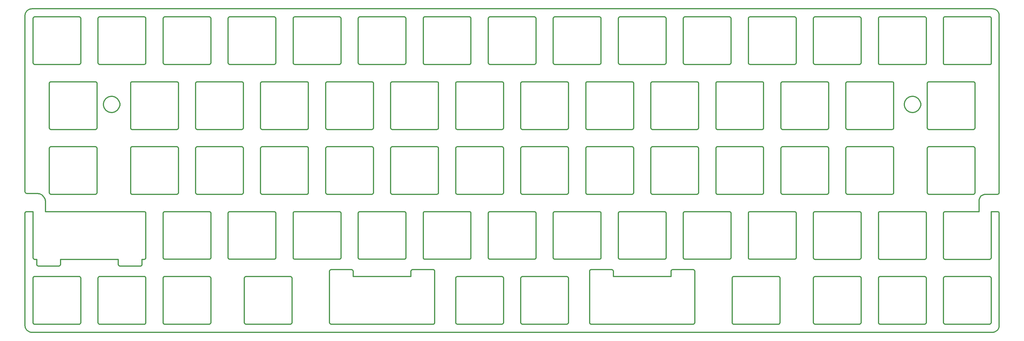
<source format=gm1>
%TF.GenerationSoftware,KiCad,Pcbnew,(6.0.2-0)*%
%TF.CreationDate,2022-08-16T00:40:28+09:00*%
%TF.ProjectId,keyplate,6b657970-6c61-4746-952e-6b696361645f,rev?*%
%TF.SameCoordinates,Original*%
%TF.FileFunction,Profile,NP*%
%FSLAX46Y46*%
G04 Gerber Fmt 4.6, Leading zero omitted, Abs format (unit mm)*
G04 Created by KiCad (PCBNEW (6.0.2-0)) date 2022-08-16 00:40:28*
%MOMM*%
%LPD*%
G01*
G04 APERTURE LIST*
%TA.AperFunction,Profile*%
%ADD10C,0.353780*%
%TD*%
G04 APERTURE END LIST*
D10*
X105492095Y-92982963D02*
X105580407Y-92982963D01*
X105228489Y-93127800D02*
X105492095Y-92982963D01*
X105081657Y-93391672D02*
X105228489Y-93127800D01*
X105081657Y-93481447D02*
X105081657Y-93391672D01*
X105077800Y-107944027D02*
X105081657Y-93481447D01*
X105077800Y-108444386D02*
X105077800Y-107944027D01*
X105077800Y-108532352D02*
X105077800Y-108444386D01*
X105222770Y-108796277D02*
X105077800Y-108532352D01*
X105486509Y-108942896D02*
X105222770Y-108796277D01*
X105576550Y-108942896D02*
X105486509Y-108942896D01*
X135364826Y-108942896D02*
X105576550Y-108942896D01*
X135451143Y-108942896D02*
X135364826Y-108942896D01*
X135714882Y-108796277D02*
X135451143Y-108942896D01*
X135863576Y-108532352D02*
X135714882Y-108796277D01*
X135863576Y-108444386D02*
X135863576Y-108532352D01*
X135863576Y-93481447D02*
X135863576Y-108444386D01*
X135863576Y-93391672D02*
X135863576Y-93481447D01*
X135714882Y-93127800D02*
X135863576Y-93391672D01*
X135451143Y-92982963D02*
X135714882Y-93127800D01*
X135364826Y-92982963D02*
X135451143Y-92982963D01*
X129378895Y-92982963D02*
X135364826Y-92982963D01*
X129291115Y-92982963D02*
X129378895Y-92982963D01*
X129026977Y-93127800D02*
X129291115Y-92982963D01*
X128880544Y-93391672D02*
X129026977Y-93127800D01*
X128880544Y-93481447D02*
X128880544Y-93391672D01*
X128880544Y-94978894D02*
X128880544Y-93481447D01*
X112048197Y-94978894D02*
X128880544Y-94978894D01*
X112048197Y-93481447D02*
X112048197Y-94978894D01*
X112048197Y-93391672D02*
X112048197Y-93481447D01*
X111899503Y-93127800D02*
X112048197Y-93391672D01*
X111635764Y-92982963D02*
X111899503Y-93127800D01*
X111547585Y-92982963D02*
X111635764Y-92982963D01*
X105580407Y-92982963D02*
X111547585Y-92982963D01*
X181501462Y-92982963D02*
X181589242Y-92982963D01*
X181238122Y-93127800D02*
X181501462Y-92982963D01*
X181090492Y-93391672D02*
X181238122Y-93127800D01*
X181090492Y-93481447D02*
X181090492Y-93391672D01*
X181087832Y-107944027D02*
X181090492Y-93481447D01*
X181087832Y-108444386D02*
X181087832Y-107944027D01*
X181087832Y-108532352D02*
X181087832Y-108444386D01*
X181232802Y-108796277D02*
X181087832Y-108532352D01*
X181496142Y-108942896D02*
X181232802Y-108796277D01*
X181586582Y-108942896D02*
X181496142Y-108942896D01*
X211374592Y-108942896D02*
X181586582Y-108942896D01*
X211461042Y-108942896D02*
X211374592Y-108942896D01*
X211724382Y-108796277D02*
X211461042Y-108942896D01*
X211873342Y-108532352D02*
X211724382Y-108796277D01*
X211873342Y-108444386D02*
X211873342Y-108532352D01*
X211873342Y-93481447D02*
X211873342Y-108444386D01*
X211873342Y-93391672D02*
X211873342Y-93481447D01*
X211724382Y-93127800D02*
X211873342Y-93391672D01*
X211461042Y-92982963D02*
X211724382Y-93127800D01*
X211374592Y-92982963D02*
X211461042Y-92982963D01*
X205388262Y-92982963D02*
X211374592Y-92982963D01*
X205300482Y-92982963D02*
X205388262Y-92982963D01*
X205035812Y-93127800D02*
X205300482Y-92982963D01*
X204889512Y-93391672D02*
X205035812Y-93127800D01*
X204889512Y-93481447D02*
X204889512Y-93391672D01*
X204889512Y-94978894D02*
X204889512Y-93481447D01*
X188058362Y-94978894D02*
X204889512Y-94978894D01*
X188058362Y-93481447D02*
X188058362Y-94978894D01*
X188058362Y-93391672D02*
X188058362Y-93481447D01*
X187909402Y-93127800D02*
X188058362Y-93391672D01*
X187644732Y-92982963D02*
X187909402Y-93127800D01*
X187556952Y-92982963D02*
X187644732Y-92982963D01*
X181589242Y-92982963D02*
X187556952Y-92982963D01*
X127447203Y-32515577D02*
X127447203Y-32427398D01*
X127298908Y-32779316D02*
X127447203Y-32515577D01*
X127034770Y-32928010D02*
X127298908Y-32779316D01*
X126948852Y-32928010D02*
X127034770Y-32928010D01*
X113979889Y-32928010D02*
X126948852Y-32928010D01*
X113891710Y-32928010D02*
X113979889Y-32928010D01*
X113627971Y-32779316D02*
X113891710Y-32928010D01*
X113481139Y-32515577D02*
X113627971Y-32779316D01*
X113481139Y-32427398D02*
X113481139Y-32515577D01*
X113481139Y-19460696D02*
X113481139Y-32427398D01*
X113481139Y-19372517D02*
X113481139Y-19460696D01*
X113627971Y-19108911D02*
X113481139Y-19372517D01*
X113891710Y-18963941D02*
X113627971Y-19108911D01*
X113979889Y-18963941D02*
X113891710Y-18963941D01*
X126948852Y-18963941D02*
X113979889Y-18963941D01*
X127034770Y-18963941D02*
X126948852Y-18963941D01*
X127298908Y-19108911D02*
X127034770Y-18963941D01*
X127447203Y-19372517D02*
X127298908Y-19108911D01*
X127447203Y-19460696D02*
X127447203Y-19372517D01*
X127447203Y-32427398D02*
X127447203Y-19460696D01*
X184454062Y-32515577D02*
X184454062Y-32427398D01*
X184306432Y-32779316D02*
X184454062Y-32515577D01*
X184041762Y-32928010D02*
X184306432Y-32779316D01*
X183956642Y-32928010D02*
X184041762Y-32928010D01*
X170986482Y-32928010D02*
X183956642Y-32928010D01*
X170898702Y-32928010D02*
X170986482Y-32928010D01*
X170635362Y-32779316D02*
X170898702Y-32928010D01*
X170487732Y-32515577D02*
X170635362Y-32779316D01*
X170487732Y-32427398D02*
X170487732Y-32515577D01*
X170487732Y-19460696D02*
X170487732Y-32427398D01*
X170487732Y-19372517D02*
X170487732Y-19460696D01*
X170635362Y-19108911D02*
X170487732Y-19372517D01*
X170898702Y-18963941D02*
X170635362Y-19108911D01*
X170986482Y-18963941D02*
X170898702Y-18963941D01*
X183956642Y-18963941D02*
X170986482Y-18963941D01*
X184041762Y-18963941D02*
X183956642Y-18963941D01*
X184306432Y-19108911D02*
X184041762Y-18963941D01*
X184454062Y-19372517D02*
X184306432Y-19108911D01*
X184454062Y-19460696D02*
X184454062Y-19372517D01*
X184454062Y-32427398D02*
X184454062Y-19460696D01*
X146449578Y-32515577D02*
X146449578Y-32427398D01*
X146301283Y-32779316D02*
X146449578Y-32515577D01*
X146037145Y-32928010D02*
X146301283Y-32779316D01*
X145951227Y-32928010D02*
X146037145Y-32928010D01*
X132982264Y-32928010D02*
X145951227Y-32928010D01*
X132894085Y-32928010D02*
X132982264Y-32928010D01*
X132630346Y-32779316D02*
X132894085Y-32928010D01*
X132483514Y-32515577D02*
X132630346Y-32779316D01*
X132483514Y-32427398D02*
X132483514Y-32515577D01*
X132483514Y-19460696D02*
X132483514Y-32427398D01*
X132483514Y-19372517D02*
X132483514Y-19460696D01*
X132630346Y-19108911D02*
X132483514Y-19372517D01*
X132894085Y-18963941D02*
X132630346Y-19108911D01*
X132982264Y-18963941D02*
X132894085Y-18963941D01*
X145951227Y-18963941D02*
X132982264Y-18963941D01*
X146037145Y-18963941D02*
X145951227Y-18963941D01*
X146301283Y-19108911D02*
X146037145Y-18963941D01*
X146449578Y-19372517D02*
X146301283Y-19108911D01*
X146449578Y-19460696D02*
X146449578Y-19372517D01*
X146449578Y-32427398D02*
X146449578Y-19460696D01*
X108444828Y-32515577D02*
X108444828Y-32427398D01*
X108296533Y-32779316D02*
X108444828Y-32515577D01*
X108032395Y-32928010D02*
X108296533Y-32779316D01*
X107946477Y-32928010D02*
X108032395Y-32928010D01*
X94977514Y-32928010D02*
X107946477Y-32928010D01*
X94889335Y-32928010D02*
X94977514Y-32928010D01*
X94625596Y-32779316D02*
X94889335Y-32928010D01*
X94478764Y-32515577D02*
X94625596Y-32779316D01*
X94478764Y-32427398D02*
X94478764Y-32515577D01*
X94478764Y-19460696D02*
X94478764Y-32427398D01*
X94478764Y-19372517D02*
X94478764Y-19460696D01*
X94625596Y-19108911D02*
X94478764Y-19372517D01*
X94889335Y-18963941D02*
X94625596Y-19108911D01*
X94977514Y-18963941D02*
X94889335Y-18963941D01*
X107946477Y-18963941D02*
X94977514Y-18963941D01*
X108032395Y-18963941D02*
X107946477Y-18963941D01*
X108296533Y-19108911D02*
X108032395Y-18963941D01*
X108444828Y-19372517D02*
X108296533Y-19108911D01*
X108444828Y-19460696D02*
X108444828Y-19372517D01*
X108444828Y-32427398D02*
X108444828Y-19460696D01*
X260463562Y-32515577D02*
X260463562Y-32427398D01*
X260315932Y-32779316D02*
X260463562Y-32515577D01*
X260051262Y-32928010D02*
X260315932Y-32779316D01*
X259966142Y-32928010D02*
X260051262Y-32928010D01*
X246995982Y-32928010D02*
X259966142Y-32928010D01*
X246908202Y-32928010D02*
X246995982Y-32928010D01*
X246644862Y-32779316D02*
X246908202Y-32928010D01*
X246497232Y-32515577D02*
X246644862Y-32779316D01*
X246497232Y-32427398D02*
X246497232Y-32515577D01*
X246497232Y-19460696D02*
X246497232Y-32427398D01*
X246497232Y-19372517D02*
X246497232Y-19460696D01*
X246644862Y-19108911D02*
X246497232Y-19372517D01*
X246908202Y-18963941D02*
X246644862Y-19108911D01*
X246995982Y-18963941D02*
X246908202Y-18963941D01*
X259966142Y-18963941D02*
X246995982Y-18963941D01*
X260051262Y-18963941D02*
X259966142Y-18963941D01*
X260315932Y-19108911D02*
X260051262Y-18963941D01*
X260463562Y-19372517D02*
X260315932Y-19108911D01*
X260463562Y-19460696D02*
X260463562Y-19372517D01*
X260463562Y-32427398D02*
X260463562Y-19460696D01*
X241461852Y-32515577D02*
X241461852Y-32427398D01*
X241312892Y-32779316D02*
X241461852Y-32515577D01*
X241049552Y-32928010D02*
X241312892Y-32779316D01*
X240963102Y-32928010D02*
X241049552Y-32928010D01*
X227994272Y-32928010D02*
X240963102Y-32928010D01*
X227906492Y-32928010D02*
X227994272Y-32928010D01*
X227641822Y-32779316D02*
X227906492Y-32928010D01*
X227495522Y-32515577D02*
X227641822Y-32779316D01*
X227495522Y-32427398D02*
X227495522Y-32515577D01*
X227495522Y-19460696D02*
X227495522Y-32427398D01*
X227495522Y-19372517D02*
X227495522Y-19460696D01*
X227641822Y-19108911D02*
X227495522Y-19372517D01*
X227906492Y-18963941D02*
X227641822Y-19108911D01*
X227994272Y-18963941D02*
X227906492Y-18963941D01*
X240963102Y-18963941D02*
X227994272Y-18963941D01*
X241049552Y-18963941D02*
X240963102Y-18963941D01*
X241312892Y-19108911D02*
X241049552Y-18963941D01*
X241461852Y-19372517D02*
X241312892Y-19108911D01*
X241461852Y-19460696D02*
X241461852Y-19372517D01*
X241461852Y-32427398D02*
X241461852Y-19460696D01*
X203457102Y-32515577D02*
X203457102Y-32427398D01*
X203308142Y-32779316D02*
X203457102Y-32515577D01*
X203044802Y-32928010D02*
X203308142Y-32779316D01*
X202958352Y-32928010D02*
X203044802Y-32928010D01*
X189989522Y-32928010D02*
X202958352Y-32928010D01*
X189901742Y-32928010D02*
X189989522Y-32928010D01*
X189637072Y-32779316D02*
X189901742Y-32928010D01*
X189490772Y-32515577D02*
X189637072Y-32779316D01*
X189490772Y-32427398D02*
X189490772Y-32515577D01*
X189490772Y-19460696D02*
X189490772Y-32427398D01*
X189490772Y-19372517D02*
X189490772Y-19460696D01*
X189637072Y-19108911D02*
X189490772Y-19372517D01*
X189901742Y-18963941D02*
X189637072Y-19108911D01*
X189989522Y-18963941D02*
X189901742Y-18963941D01*
X202958352Y-18963941D02*
X189989522Y-18963941D01*
X203044802Y-18963941D02*
X202958352Y-18963941D01*
X203308142Y-19108911D02*
X203044802Y-18963941D01*
X203457102Y-19372517D02*
X203308142Y-19108911D01*
X203457102Y-19460696D02*
X203457102Y-19372517D01*
X203457102Y-32427398D02*
X203457102Y-19460696D01*
X89442453Y-32515577D02*
X89442453Y-32427398D01*
X89294158Y-32779316D02*
X89442453Y-32515577D01*
X89030020Y-32928010D02*
X89294158Y-32779316D01*
X88944102Y-32928010D02*
X89030020Y-32928010D01*
X75975139Y-32928010D02*
X88944102Y-32928010D01*
X75886960Y-32928010D02*
X75975139Y-32928010D01*
X75623221Y-32779316D02*
X75886960Y-32928010D01*
X75476389Y-32515577D02*
X75623221Y-32779316D01*
X75476389Y-32427398D02*
X75476389Y-32515577D01*
X75476389Y-19460696D02*
X75476389Y-32427398D01*
X75476389Y-19372517D02*
X75476389Y-19460696D01*
X75623221Y-19108911D02*
X75476389Y-19372517D01*
X75886960Y-18963941D02*
X75623221Y-19108911D01*
X75975139Y-18963941D02*
X75886960Y-18963941D01*
X88944102Y-18963941D02*
X75975139Y-18963941D01*
X89030020Y-18963941D02*
X88944102Y-18963941D01*
X89294158Y-19108911D02*
X89030020Y-18963941D01*
X89442453Y-19372517D02*
X89294158Y-19108911D01*
X89442453Y-19460696D02*
X89442453Y-19372517D01*
X89442453Y-32427398D02*
X89442453Y-19460696D01*
X222458812Y-32515577D02*
X222458812Y-32427398D01*
X222311182Y-32779316D02*
X222458812Y-32515577D01*
X222046512Y-32928010D02*
X222311182Y-32779316D01*
X221961392Y-32928010D02*
X222046512Y-32928010D01*
X208991232Y-32928010D02*
X221961392Y-32928010D01*
X208903452Y-32928010D02*
X208991232Y-32928010D01*
X208640112Y-32779316D02*
X208903452Y-32928010D01*
X208492482Y-32515577D02*
X208640112Y-32779316D01*
X208492482Y-32427398D02*
X208492482Y-32515577D01*
X208492482Y-19460696D02*
X208492482Y-32427398D01*
X208492482Y-19372517D02*
X208492482Y-19460696D01*
X208640112Y-19108911D02*
X208492482Y-19372517D01*
X208903452Y-18963941D02*
X208640112Y-19108911D01*
X208991232Y-18963941D02*
X208903452Y-18963941D01*
X221961392Y-18963941D02*
X208991232Y-18963941D01*
X222046512Y-18963941D02*
X221961392Y-18963941D01*
X222311182Y-19108911D02*
X222046512Y-18963941D01*
X222458812Y-19372517D02*
X222311182Y-19108911D01*
X222458812Y-19460696D02*
X222458812Y-19372517D01*
X222458812Y-32427398D02*
X222458812Y-19460696D01*
X70440078Y-32515577D02*
X70440078Y-32427398D01*
X70291783Y-32779316D02*
X70440078Y-32515577D01*
X70027645Y-32928010D02*
X70291783Y-32779316D01*
X69941727Y-32928010D02*
X70027645Y-32928010D01*
X56972764Y-32928010D02*
X69941727Y-32928010D01*
X56884718Y-32928010D02*
X56972764Y-32928010D01*
X56620846Y-32779316D02*
X56884718Y-32928010D01*
X56474147Y-32515577D02*
X56620846Y-32779316D01*
X56474147Y-32427398D02*
X56474147Y-32515577D01*
X56474147Y-19460696D02*
X56474147Y-32427398D01*
X56474147Y-19372517D02*
X56474147Y-19460696D01*
X56620846Y-19108911D02*
X56474147Y-19372517D01*
X56884718Y-18963941D02*
X56620846Y-19108911D01*
X56972764Y-18963941D02*
X56884718Y-18963941D01*
X69941727Y-18963941D02*
X56972764Y-18963941D01*
X70027645Y-18963941D02*
X69941727Y-18963941D01*
X70291783Y-19108911D02*
X70027645Y-18963941D01*
X70440078Y-19372517D02*
X70291783Y-19108911D01*
X70440078Y-19460696D02*
X70440078Y-19372517D01*
X70440078Y-32427398D02*
X70440078Y-19460696D01*
X32435328Y-32515577D02*
X32435328Y-32427398D01*
X32286900Y-32779316D02*
X32435328Y-32515577D01*
X32023028Y-32928010D02*
X32286900Y-32779316D01*
X31936844Y-32928010D02*
X32023028Y-32928010D01*
X18967974Y-32928010D02*
X31936844Y-32928010D01*
X18880008Y-32928010D02*
X18967974Y-32928010D01*
X18616083Y-32779316D02*
X18880008Y-32928010D01*
X18469464Y-32515577D02*
X18616083Y-32779316D01*
X18469464Y-32427398D02*
X18469464Y-32515577D01*
X18469464Y-19460696D02*
X18469464Y-32427398D01*
X18469464Y-19372517D02*
X18469464Y-19460696D01*
X18616083Y-19108911D02*
X18469464Y-19372517D01*
X18880008Y-18963941D02*
X18616083Y-19108911D01*
X18967974Y-18963941D02*
X18880008Y-18963941D01*
X31936844Y-18963941D02*
X18967974Y-18963941D01*
X32023028Y-18963941D02*
X31936844Y-18963941D01*
X32286900Y-19108911D02*
X32023028Y-18963941D01*
X32435328Y-19372517D02*
X32286900Y-19108911D01*
X32435328Y-19460696D02*
X32435328Y-19372517D01*
X32435328Y-32427398D02*
X32435328Y-19460696D01*
X37882343Y-32928010D02*
X37970389Y-32928010D01*
X37618471Y-32779316D02*
X37882343Y-32928010D01*
X37471772Y-32515577D02*
X37618471Y-32779316D01*
X37471772Y-32427398D02*
X37471772Y-32515577D01*
X37471772Y-19460696D02*
X37471772Y-32427398D01*
X37471772Y-19372517D02*
X37471772Y-19460696D01*
X37618471Y-19108911D02*
X37471772Y-19372517D01*
X37882343Y-18963941D02*
X37618471Y-19108911D01*
X37970389Y-18963941D02*
X37882343Y-18963941D01*
X50939219Y-18963941D02*
X37970389Y-18963941D01*
X51025403Y-18963941D02*
X50939219Y-18963941D01*
X51289275Y-19108911D02*
X51025403Y-18963941D01*
X51437703Y-19372517D02*
X51289275Y-19108911D01*
X51437703Y-19460696D02*
X51437703Y-19372517D01*
X51437703Y-32427398D02*
X51437703Y-19460696D01*
X51437703Y-32515577D02*
X51437703Y-32427398D01*
X51289275Y-32779316D02*
X51437703Y-32515577D01*
X51025403Y-32928010D02*
X51289275Y-32779316D01*
X50939219Y-32928010D02*
X51025403Y-32928010D01*
X37970389Y-32928010D02*
X50939219Y-32928010D01*
X298468312Y-32522626D02*
X298468312Y-19366931D01*
X298468312Y-32594446D02*
X298468312Y-32522626D01*
X298349942Y-32808842D02*
X298468312Y-32594446D01*
X298134482Y-32928010D02*
X298349942Y-32808842D01*
X298063992Y-32928010D02*
X298134482Y-32928010D01*
X284907632Y-32928010D02*
X298063992Y-32928010D01*
X284834482Y-32928010D02*
X284907632Y-32928010D01*
X284620352Y-32808842D02*
X284834482Y-32928010D01*
X284501982Y-32594446D02*
X284620352Y-32808842D01*
X284501982Y-32522626D02*
X284501982Y-32594446D01*
X284501982Y-19366931D02*
X284501982Y-32522626D01*
X284501982Y-19295643D02*
X284501982Y-19366931D01*
X284620352Y-19081114D02*
X284501982Y-19295643D01*
X284834482Y-18963941D02*
X284620352Y-19081114D01*
X284907632Y-18963941D02*
X284834482Y-18963941D01*
X298063992Y-18963941D02*
X284907632Y-18963941D01*
X298134482Y-18963941D02*
X298063992Y-18963941D01*
X298349942Y-19081114D02*
X298134482Y-18963941D01*
X298468312Y-19295643D02*
X298349942Y-19081114D01*
X298468312Y-19366931D02*
X298468312Y-19295643D01*
X279466602Y-32522626D02*
X279466602Y-19366931D01*
X279466602Y-32594446D02*
X279466602Y-32522626D01*
X279346902Y-32808842D02*
X279466602Y-32594446D01*
X279132772Y-32928010D02*
X279346902Y-32808842D01*
X279060952Y-32928010D02*
X279132772Y-32928010D01*
X265905922Y-32928010D02*
X279060952Y-32928010D01*
X265831442Y-32928010D02*
X265905922Y-32928010D01*
X265617312Y-32808842D02*
X265831442Y-32928010D01*
X265500272Y-32594446D02*
X265617312Y-32808842D01*
X265500272Y-32522626D02*
X265500272Y-32594446D01*
X265500272Y-19366931D02*
X265500272Y-32522626D01*
X265500272Y-19295643D02*
X265500272Y-19366931D01*
X265617312Y-19081114D02*
X265500272Y-19295643D01*
X265831442Y-18963941D02*
X265617312Y-19081114D01*
X265905922Y-18963941D02*
X265831442Y-18963941D01*
X279060952Y-18963941D02*
X265905922Y-18963941D01*
X279132772Y-18963941D02*
X279060952Y-18963941D01*
X279346902Y-19081114D02*
X279132772Y-18963941D01*
X279466602Y-19295643D02*
X279346902Y-19081114D01*
X279466602Y-19366931D02*
X279466602Y-19295643D01*
X275701372Y-42211011D02*
X275468622Y-42211011D01*
X276399622Y-42397743D02*
X275701372Y-42211011D01*
X277160382Y-42911123D02*
X276399622Y-42397743D01*
X277673762Y-43671617D02*
X277160382Y-42911123D01*
X277862622Y-44369867D02*
X277673762Y-43671617D01*
X277862622Y-44602484D02*
X277862622Y-44369867D01*
X277862622Y-44835766D02*
X277862622Y-44602484D01*
X277673762Y-45533883D02*
X277862622Y-44835766D01*
X277160382Y-46296372D02*
X277673762Y-45533883D01*
X276399622Y-46811481D02*
X277160382Y-46296372D01*
X275701372Y-47000075D02*
X276399622Y-46811481D01*
X275468622Y-47000075D02*
X275701372Y-47000075D01*
X275234542Y-47000075D02*
X275468622Y-47000075D01*
X274536292Y-46811481D02*
X275234542Y-47000075D01*
X273775532Y-46296372D02*
X274536292Y-46811481D01*
X273262152Y-45533883D02*
X273775532Y-46296372D01*
X273075952Y-44835766D02*
X273262152Y-45533883D01*
X273075952Y-44602484D02*
X273075952Y-44835766D01*
X273075952Y-44369867D02*
X273075952Y-44602484D01*
X273262152Y-43671617D02*
X273075952Y-44369867D01*
X273775532Y-42911123D02*
X273262152Y-43671617D01*
X274536292Y-42397743D02*
X273775532Y-42911123D01*
X275234542Y-42211011D02*
X274536292Y-42397743D01*
X275468622Y-42211011D02*
X275234542Y-42211011D01*
X41685478Y-42211011D02*
X41452595Y-42211011D01*
X42383728Y-42397743D02*
X41685478Y-42211011D01*
X43144355Y-42911123D02*
X42383728Y-42397743D01*
X43657469Y-43671617D02*
X43144355Y-42911123D01*
X43846329Y-44369867D02*
X43657469Y-43671617D01*
X43846329Y-44602484D02*
X43846329Y-44369867D01*
X43846329Y-44835766D02*
X43846329Y-44602484D01*
X43657469Y-45533883D02*
X43846329Y-44835766D01*
X43144355Y-46296372D02*
X43657469Y-45533883D01*
X42383728Y-46811481D02*
X43144355Y-46296372D01*
X41685478Y-47000075D02*
X42383728Y-46811481D01*
X41452595Y-47000075D02*
X41685478Y-47000075D01*
X41218116Y-47000075D02*
X41452595Y-47000075D01*
X40519733Y-46811481D02*
X41218116Y-47000075D01*
X39759106Y-46296372D02*
X40519733Y-46811481D01*
X39245992Y-45533883D02*
X39759106Y-46296372D01*
X39058994Y-44835766D02*
X39245992Y-45533883D01*
X39058994Y-44602484D02*
X39058994Y-44835766D01*
X39058994Y-44369867D02*
X39058994Y-44602484D01*
X39245992Y-43671617D02*
X39058994Y-44369867D01*
X39759106Y-42911123D02*
X39245992Y-43671617D01*
X40519733Y-42397743D02*
X39759106Y-42911123D01*
X41218116Y-42211011D02*
X40519733Y-42397743D01*
X41452595Y-42211011D02*
X41218116Y-42211011D01*
X293725532Y-70520327D02*
X293725532Y-70432281D01*
X293579232Y-70784199D02*
X293725532Y-70520327D01*
X293314562Y-70932627D02*
X293579232Y-70784199D01*
X293226782Y-70932627D02*
X293314562Y-70932627D01*
X280259282Y-70932627D02*
X293226782Y-70932627D01*
X280171502Y-70932627D02*
X280259282Y-70932627D01*
X279908162Y-70784199D02*
X280171502Y-70932627D01*
X279761862Y-70520327D02*
X279908162Y-70784199D01*
X279761862Y-70432281D02*
X279761862Y-70520327D01*
X279761862Y-57465446D02*
X279761862Y-70432281D01*
X279761862Y-57377267D02*
X279761862Y-57465446D01*
X279908162Y-57113661D02*
X279761862Y-57377267D01*
X280171502Y-56968691D02*
X279908162Y-57113661D01*
X280259282Y-56968691D02*
X280171502Y-56968691D01*
X293226782Y-56968691D02*
X280259282Y-56968691D01*
X293314562Y-56968691D02*
X293226782Y-56968691D01*
X293579232Y-57113661D02*
X293314562Y-56968691D01*
X293725532Y-57377267D02*
X293579232Y-57113661D01*
X293725532Y-57465446D02*
X293725532Y-57377267D01*
X293725532Y-70432281D02*
X293725532Y-57465446D01*
X269965082Y-70520327D02*
X269965082Y-70432281D01*
X269816122Y-70784199D02*
X269965082Y-70520327D01*
X269552782Y-70932627D02*
X269816122Y-70784199D01*
X269466332Y-70932627D02*
X269552782Y-70932627D01*
X256497502Y-70932627D02*
X269466332Y-70932627D01*
X256409722Y-70932627D02*
X256497502Y-70932627D01*
X256146382Y-70784199D02*
X256409722Y-70932627D01*
X255998752Y-70520327D02*
X256146382Y-70784199D01*
X255998752Y-70432281D02*
X255998752Y-70520327D01*
X255998752Y-57465446D02*
X255998752Y-70432281D01*
X255998752Y-57377267D02*
X255998752Y-57465446D01*
X256146382Y-57113661D02*
X255998752Y-57377267D01*
X256409722Y-56968691D02*
X256146382Y-57113661D01*
X256497502Y-56968691D02*
X256409722Y-56968691D01*
X269466332Y-56968691D02*
X256497502Y-56968691D01*
X269552782Y-56968691D02*
X269466332Y-56968691D01*
X269816122Y-57113661D02*
X269552782Y-56968691D01*
X269965082Y-57377267D02*
X269816122Y-57113661D01*
X269965082Y-57465446D02*
X269965082Y-57377267D01*
X269965082Y-70432281D02*
X269965082Y-57465446D01*
X250962042Y-70520327D02*
X250962042Y-70432281D01*
X250814412Y-70784199D02*
X250962042Y-70520327D01*
X250549742Y-70932627D02*
X250814412Y-70784199D01*
X250464622Y-70932627D02*
X250549742Y-70932627D01*
X237495792Y-70932627D02*
X250464622Y-70932627D01*
X237406682Y-70932627D02*
X237495792Y-70932627D01*
X237143342Y-70784199D02*
X237406682Y-70932627D01*
X236997042Y-70520327D02*
X237143342Y-70784199D01*
X236997042Y-70432281D02*
X236997042Y-70520327D01*
X236997042Y-57465446D02*
X236997042Y-70432281D01*
X236997042Y-57377267D02*
X236997042Y-57465446D01*
X237143342Y-57113661D02*
X236997042Y-57377267D01*
X237406682Y-56968691D02*
X237143342Y-57113661D01*
X237495792Y-56968691D02*
X237406682Y-56968691D01*
X250464622Y-56968691D02*
X237495792Y-56968691D01*
X250549742Y-56968691D02*
X250464622Y-56968691D01*
X250814412Y-57113661D02*
X250549742Y-56968691D01*
X250962042Y-57377267D02*
X250814412Y-57113661D01*
X250962042Y-57465446D02*
X250962042Y-57377267D01*
X250962042Y-70432281D02*
X250962042Y-57465446D01*
X293725532Y-51517952D02*
X293725532Y-51429773D01*
X293579232Y-51781691D02*
X293725532Y-51517952D01*
X293314562Y-51930385D02*
X293579232Y-51781691D01*
X293226782Y-51930385D02*
X293314562Y-51930385D01*
X280259282Y-51930385D02*
X293226782Y-51930385D01*
X280171502Y-51930385D02*
X280259282Y-51930385D01*
X279908162Y-51781691D02*
X280171502Y-51930385D01*
X279761862Y-51517952D02*
X279908162Y-51781691D01*
X279761862Y-51429773D02*
X279761862Y-51517952D01*
X279761862Y-38463071D02*
X279761862Y-51429773D01*
X279761862Y-38374892D02*
X279761862Y-38463071D01*
X279908162Y-38111286D02*
X279761862Y-38374892D01*
X280171502Y-37966316D02*
X279908162Y-38111286D01*
X280259282Y-37966316D02*
X280171502Y-37966316D01*
X293226782Y-37966316D02*
X280259282Y-37966316D01*
X293314562Y-37966316D02*
X293226782Y-37966316D01*
X293579232Y-38111286D02*
X293314562Y-37966316D01*
X293725532Y-38374892D02*
X293579232Y-38111286D01*
X293725532Y-38463071D02*
X293725532Y-38374892D01*
X293725532Y-51429773D02*
X293725532Y-38463071D01*
X269965082Y-51517952D02*
X269965082Y-51429773D01*
X269816122Y-51781691D02*
X269965082Y-51517952D01*
X269552782Y-51930385D02*
X269816122Y-51781691D01*
X269466332Y-51930385D02*
X269552782Y-51930385D01*
X256497502Y-51930385D02*
X269466332Y-51930385D01*
X256409722Y-51930385D02*
X256497502Y-51930385D01*
X256146382Y-51781691D02*
X256409722Y-51930385D01*
X255998752Y-51517952D02*
X256146382Y-51781691D01*
X255998752Y-51429773D02*
X255998752Y-51517952D01*
X255998752Y-38463071D02*
X255998752Y-51429773D01*
X255998752Y-38374892D02*
X255998752Y-38463071D01*
X256146382Y-38111286D02*
X255998752Y-38374892D01*
X256409722Y-37966316D02*
X256146382Y-38111286D01*
X256497502Y-37966316D02*
X256409722Y-37966316D01*
X269466332Y-37966316D02*
X256497502Y-37966316D01*
X269552782Y-37966316D02*
X269466332Y-37966316D01*
X269816122Y-38111286D02*
X269552782Y-37966316D01*
X269965082Y-38374892D02*
X269816122Y-38111286D01*
X269965082Y-38463071D02*
X269965082Y-38374892D01*
X269965082Y-51429773D02*
X269965082Y-38463071D01*
X250962042Y-51517952D02*
X250962042Y-51429773D01*
X250814412Y-51781691D02*
X250962042Y-51517952D01*
X250549742Y-51930385D02*
X250814412Y-51781691D01*
X250464622Y-51930385D02*
X250549742Y-51930385D01*
X237495792Y-51930385D02*
X250464622Y-51930385D01*
X237406682Y-51930385D02*
X237495792Y-51930385D01*
X237143342Y-51781691D02*
X237406682Y-51930385D01*
X236997042Y-51517952D02*
X237143342Y-51781691D01*
X236997042Y-51429773D02*
X236997042Y-51517952D01*
X236997042Y-38463071D02*
X236997042Y-51429773D01*
X236997042Y-38374892D02*
X236997042Y-38463071D01*
X237143342Y-38111286D02*
X236997042Y-38374892D01*
X237406682Y-37966316D02*
X237143342Y-38111286D01*
X237495792Y-37966316D02*
X237406682Y-37966316D01*
X250464622Y-37966316D02*
X237495792Y-37966316D01*
X250549742Y-37966316D02*
X250464622Y-37966316D01*
X250814412Y-38111286D02*
X250549742Y-37966316D01*
X250962042Y-38374892D02*
X250814412Y-38111286D01*
X250962042Y-38463071D02*
X250962042Y-38374892D01*
X250962042Y-51429773D02*
X250962042Y-38463071D01*
X231960332Y-51517952D02*
X231960332Y-51429773D01*
X231811372Y-51781691D02*
X231960332Y-51517952D01*
X231548032Y-51930385D02*
X231811372Y-51781691D01*
X231461582Y-51930385D02*
X231548032Y-51930385D01*
X218492752Y-51930385D02*
X231461582Y-51930385D01*
X218404972Y-51930385D02*
X218492752Y-51930385D01*
X218141632Y-51781691D02*
X218404972Y-51930385D01*
X217994002Y-51517952D02*
X218141632Y-51781691D01*
X217994002Y-51429773D02*
X217994002Y-51517952D01*
X217994002Y-38463071D02*
X217994002Y-51429773D01*
X217994002Y-38374892D02*
X217994002Y-38463071D01*
X218141632Y-38111286D02*
X217994002Y-38374892D01*
X218404972Y-37966316D02*
X218141632Y-38111286D01*
X218492752Y-37966316D02*
X218404972Y-37966316D01*
X231461582Y-37966316D02*
X218492752Y-37966316D01*
X231548032Y-37966316D02*
X231461582Y-37966316D01*
X231811372Y-38111286D02*
X231548032Y-37966316D01*
X231960332Y-38374892D02*
X231811372Y-38111286D01*
X231960332Y-38463071D02*
X231960332Y-38374892D01*
X231960332Y-51429773D02*
X231960332Y-38463071D01*
X98943574Y-51517952D02*
X98943574Y-51429773D01*
X98795279Y-51781691D02*
X98943574Y-51517952D01*
X98531141Y-51930385D02*
X98795279Y-51781691D01*
X98445356Y-51930385D02*
X98531141Y-51930385D01*
X85476260Y-51930385D02*
X98445356Y-51930385D01*
X85388081Y-51930385D02*
X85476260Y-51930385D01*
X85124475Y-51781691D02*
X85388081Y-51930385D01*
X84977510Y-51517952D02*
X85124475Y-51781691D01*
X84977510Y-51429773D02*
X84977510Y-51517952D01*
X84977510Y-38463071D02*
X84977510Y-51429773D01*
X84977510Y-38374892D02*
X84977510Y-38463071D01*
X85124475Y-38111286D02*
X84977510Y-38374892D01*
X85388081Y-37966316D02*
X85124475Y-38111286D01*
X85476260Y-37966316D02*
X85388081Y-37966316D01*
X98445356Y-37966316D02*
X85476260Y-37966316D01*
X98531141Y-37966316D02*
X98445356Y-37966316D01*
X98795279Y-38111286D02*
X98531141Y-37966316D01*
X98943574Y-38374892D02*
X98795279Y-38111286D01*
X98943574Y-38463071D02*
X98943574Y-38374892D01*
X98943574Y-51429773D02*
X98943574Y-38463071D01*
X47383597Y-51930385D02*
X47471510Y-51930385D01*
X47119592Y-51781691D02*
X47383597Y-51930385D01*
X46973026Y-51517952D02*
X47119592Y-51781691D01*
X46973026Y-51429773D02*
X46973026Y-51517952D01*
X46973026Y-38463071D02*
X46973026Y-51429773D01*
X46973026Y-38374892D02*
X46973026Y-38463071D01*
X47119592Y-38111286D02*
X46973026Y-38374892D01*
X47383597Y-37966316D02*
X47119592Y-38111286D01*
X47471510Y-37966316D02*
X47383597Y-37966316D01*
X60440340Y-37966316D02*
X47471510Y-37966316D01*
X60526524Y-37966316D02*
X60440340Y-37966316D01*
X60790396Y-38111286D02*
X60526524Y-37966316D01*
X60938957Y-38374892D02*
X60790396Y-38111286D01*
X60938957Y-38463071D02*
X60938957Y-38374892D01*
X60938957Y-51429773D02*
X60938957Y-38463071D01*
X60938957Y-51517952D02*
X60938957Y-51429773D01*
X60790396Y-51781691D02*
X60938957Y-51517952D01*
X60526524Y-51930385D02*
X60790396Y-51781691D01*
X60440340Y-51930385D02*
X60526524Y-51930385D01*
X47471510Y-51930385D02*
X60440340Y-51930385D01*
X79941199Y-51517952D02*
X79941199Y-51429773D01*
X79792904Y-51781691D02*
X79941199Y-51517952D01*
X79528766Y-51930385D02*
X79792904Y-51781691D01*
X79442981Y-51930385D02*
X79528766Y-51930385D01*
X66473885Y-51930385D02*
X79442981Y-51930385D01*
X66385706Y-51930385D02*
X66473885Y-51930385D01*
X66122100Y-51781691D02*
X66385706Y-51930385D01*
X65975135Y-51517952D02*
X66122100Y-51781691D01*
X65975135Y-51429773D02*
X65975135Y-51517952D01*
X65975135Y-38463071D02*
X65975135Y-51429773D01*
X65975135Y-38374892D02*
X65975135Y-38463071D01*
X66122100Y-38111286D02*
X65975135Y-38374892D01*
X66385706Y-37966316D02*
X66122100Y-38111286D01*
X66473885Y-37966316D02*
X66385706Y-37966316D01*
X79442981Y-37966316D02*
X66473885Y-37966316D01*
X79528766Y-37966316D02*
X79442981Y-37966316D01*
X79792904Y-38111286D02*
X79528766Y-37966316D01*
X79941199Y-38374892D02*
X79792904Y-38111286D01*
X79941199Y-38463071D02*
X79941199Y-38374892D01*
X79941199Y-51429773D02*
X79941199Y-38463071D01*
X193955582Y-51517952D02*
X193955582Y-51429773D01*
X193806622Y-51781691D02*
X193955582Y-51517952D01*
X193543282Y-51930385D02*
X193806622Y-51781691D01*
X193456832Y-51930385D02*
X193543282Y-51930385D01*
X180488002Y-51930385D02*
X193456832Y-51930385D01*
X180400222Y-51930385D02*
X180488002Y-51930385D01*
X180136882Y-51781691D02*
X180400222Y-51930385D01*
X179989252Y-51517952D02*
X180136882Y-51781691D01*
X179989252Y-51429773D02*
X179989252Y-51517952D01*
X179989252Y-38463071D02*
X179989252Y-51429773D01*
X179989252Y-38374892D02*
X179989252Y-38463071D01*
X180136882Y-38111286D02*
X179989252Y-38374892D01*
X180400222Y-37966316D02*
X180136882Y-38111286D01*
X180488002Y-37966316D02*
X180400222Y-37966316D01*
X193456832Y-37966316D02*
X180488002Y-37966316D01*
X193543282Y-37966316D02*
X193456832Y-37966316D01*
X193806622Y-38111286D02*
X193543282Y-37966316D01*
X193955582Y-38374892D02*
X193806622Y-38111286D01*
X193955582Y-38463071D02*
X193955582Y-38374892D01*
X193955582Y-51429773D02*
X193955582Y-38463071D01*
X212957292Y-51517952D02*
X212957292Y-51429773D01*
X212809662Y-51781691D02*
X212957292Y-51517952D01*
X212544992Y-51930385D02*
X212809662Y-51781691D01*
X212459872Y-51930385D02*
X212544992Y-51930385D01*
X199491042Y-51930385D02*
X212459872Y-51930385D01*
X199401932Y-51930385D02*
X199491042Y-51930385D01*
X199138592Y-51781691D02*
X199401932Y-51930385D01*
X198992292Y-51517952D02*
X199138592Y-51781691D01*
X198992292Y-51429773D02*
X198992292Y-51517952D01*
X198992292Y-38463071D02*
X198992292Y-51429773D01*
X198992292Y-38374892D02*
X198992292Y-38463071D01*
X199138592Y-38111286D02*
X198992292Y-38374892D01*
X199401932Y-37966316D02*
X199138592Y-38111286D01*
X199491042Y-37966316D02*
X199401932Y-37966316D01*
X212459872Y-37966316D02*
X199491042Y-37966316D01*
X212544992Y-37966316D02*
X212459872Y-37966316D01*
X212809662Y-38111286D02*
X212544992Y-37966316D01*
X212957292Y-38374892D02*
X212809662Y-38111286D01*
X212957292Y-38463071D02*
X212957292Y-38374892D01*
X212957292Y-51429773D02*
X212957292Y-38463071D01*
X117945949Y-51517952D02*
X117945949Y-51429773D01*
X117797787Y-51781691D02*
X117945949Y-51517952D01*
X117533516Y-51930385D02*
X117797787Y-51781691D01*
X117447731Y-51930385D02*
X117533516Y-51930385D01*
X104478635Y-51930385D02*
X117447731Y-51930385D01*
X104390456Y-51930385D02*
X104478635Y-51930385D01*
X104126850Y-51781691D02*
X104390456Y-51930385D01*
X103979885Y-51517952D02*
X104126850Y-51781691D01*
X103979885Y-51429773D02*
X103979885Y-51517952D01*
X103979885Y-38463071D02*
X103979885Y-51429773D01*
X103979885Y-38374892D02*
X103979885Y-38463071D01*
X104126850Y-38111286D02*
X103979885Y-38374892D01*
X104390456Y-37966316D02*
X104126850Y-38111286D01*
X104478635Y-37966316D02*
X104390456Y-37966316D01*
X117447731Y-37966316D02*
X104478635Y-37966316D01*
X117533516Y-37966316D02*
X117447731Y-37966316D01*
X117797787Y-38111286D02*
X117533516Y-37966316D01*
X117945949Y-38374892D02*
X117797787Y-38111286D01*
X117945949Y-38463071D02*
X117945949Y-38374892D01*
X117945949Y-51429773D02*
X117945949Y-38463071D01*
X36773522Y-37966316D02*
X36687471Y-37966316D01*
X37037527Y-38111286D02*
X36773522Y-37966316D01*
X37185955Y-38374892D02*
X37037527Y-38111286D01*
X37185955Y-38463071D02*
X37185955Y-38374892D01*
X37185955Y-51429773D02*
X37185955Y-38463071D01*
X37185955Y-51517952D02*
X37185955Y-51429773D01*
X37037527Y-51781691D02*
X37185955Y-51517952D01*
X36773522Y-51930385D02*
X37037527Y-51781691D01*
X36687471Y-51930385D02*
X36773522Y-51930385D01*
X23718548Y-51930385D02*
X36687471Y-51930385D01*
X23630582Y-51930385D02*
X23718548Y-51930385D01*
X23366657Y-51781691D02*
X23630582Y-51930385D01*
X23220037Y-51517952D02*
X23366657Y-51781691D01*
X23220037Y-51429773D02*
X23220037Y-51517952D01*
X23220037Y-38463071D02*
X23220037Y-51429773D01*
X23220037Y-38374892D02*
X23220037Y-38463071D01*
X23366657Y-38111286D02*
X23220037Y-38374892D01*
X23630582Y-37966316D02*
X23366657Y-38111286D01*
X23718548Y-37966316D02*
X23630582Y-37966316D01*
X36687471Y-37966316D02*
X23718548Y-37966316D01*
X155950832Y-51517952D02*
X155950832Y-51429773D01*
X155801872Y-51781691D02*
X155950832Y-51517952D01*
X155538532Y-51930385D02*
X155801872Y-51781691D01*
X155452082Y-51930385D02*
X155538532Y-51930385D01*
X142483385Y-51930385D02*
X155452082Y-51930385D01*
X142395206Y-51930385D02*
X142483385Y-51930385D01*
X142131600Y-51781691D02*
X142395206Y-51930385D01*
X141984635Y-51517952D02*
X142131600Y-51781691D01*
X141984635Y-51429773D02*
X141984635Y-51517952D01*
X141984635Y-38463071D02*
X141984635Y-51429773D01*
X141984635Y-38374892D02*
X141984635Y-38463071D01*
X142131600Y-38111286D02*
X141984635Y-38374892D01*
X142395206Y-37966316D02*
X142131600Y-38111286D01*
X142483385Y-37966316D02*
X142395206Y-37966316D01*
X155452082Y-37966316D02*
X142483385Y-37966316D01*
X155538532Y-37966316D02*
X155452082Y-37966316D01*
X155801872Y-38111286D02*
X155538532Y-37966316D01*
X155950832Y-38374892D02*
X155801872Y-38111286D01*
X155950832Y-38463071D02*
X155950832Y-38374892D01*
X155950832Y-51429773D02*
X155950832Y-38463071D01*
X136948324Y-51517952D02*
X136948324Y-51429773D01*
X136800029Y-51781691D02*
X136948324Y-51517952D01*
X136535891Y-51930385D02*
X136800029Y-51781691D01*
X136450106Y-51930385D02*
X136535891Y-51930385D01*
X123481010Y-51930385D02*
X136450106Y-51930385D01*
X123392831Y-51930385D02*
X123481010Y-51930385D01*
X123129225Y-51781691D02*
X123392831Y-51930385D01*
X122982260Y-51517952D02*
X123129225Y-51781691D01*
X122982260Y-51429773D02*
X122982260Y-51517952D01*
X122982260Y-38463071D02*
X122982260Y-51429773D01*
X122982260Y-38374892D02*
X122982260Y-38463071D01*
X123129225Y-38111286D02*
X122982260Y-38374892D01*
X123392831Y-37966316D02*
X123129225Y-38111286D01*
X123481010Y-37966316D02*
X123392831Y-37966316D01*
X136450106Y-37966316D02*
X123481010Y-37966316D01*
X136535891Y-37966316D02*
X136450106Y-37966316D01*
X136800029Y-38111286D02*
X136535891Y-37966316D01*
X136948324Y-38374892D02*
X136800029Y-38111286D01*
X136948324Y-38463071D02*
X136948324Y-38374892D01*
X136948324Y-51429773D02*
X136948324Y-38463071D01*
X174952542Y-51517952D02*
X174952542Y-51429773D01*
X174804912Y-51781691D02*
X174952542Y-51517952D01*
X174540242Y-51930385D02*
X174804912Y-51781691D01*
X174455122Y-51930385D02*
X174540242Y-51930385D01*
X161486292Y-51930385D02*
X174455122Y-51930385D01*
X161397182Y-51930385D02*
X161486292Y-51930385D01*
X161133842Y-51781691D02*
X161397182Y-51930385D01*
X160987542Y-51517952D02*
X161133842Y-51781691D01*
X160987542Y-51429773D02*
X160987542Y-51517952D01*
X160987542Y-38463071D02*
X160987542Y-51429773D01*
X160987542Y-38374892D02*
X160987542Y-38463071D01*
X161133842Y-38111286D02*
X160987542Y-38374892D01*
X161397182Y-37966316D02*
X161133842Y-38111286D01*
X161486292Y-37966316D02*
X161397182Y-37966316D01*
X174455122Y-37966316D02*
X161486292Y-37966316D01*
X174540242Y-37966316D02*
X174455122Y-37966316D01*
X174804912Y-38111286D02*
X174540242Y-37966316D01*
X174952542Y-38374892D02*
X174804912Y-38111286D01*
X174952542Y-38463071D02*
X174952542Y-38374892D01*
X174952542Y-51429773D02*
X174952542Y-38463071D01*
X193955582Y-70520327D02*
X193955582Y-70432281D01*
X193806622Y-70784199D02*
X193955582Y-70520327D01*
X193543282Y-70932627D02*
X193806622Y-70784199D01*
X193456832Y-70932627D02*
X193543282Y-70932627D01*
X180488002Y-70932627D02*
X193456832Y-70932627D01*
X180400222Y-70932627D02*
X180488002Y-70932627D01*
X180136882Y-70784199D02*
X180400222Y-70932627D01*
X179989252Y-70520327D02*
X180136882Y-70784199D01*
X179989252Y-70432281D02*
X179989252Y-70520327D01*
X179989252Y-57465446D02*
X179989252Y-70432281D01*
X179989252Y-57377267D02*
X179989252Y-57465446D01*
X180136882Y-57113661D02*
X179989252Y-57377267D01*
X180400222Y-56968691D02*
X180136882Y-57113661D01*
X180488002Y-56968691D02*
X180400222Y-56968691D01*
X193456832Y-56968691D02*
X180488002Y-56968691D01*
X193543282Y-56968691D02*
X193456832Y-56968691D01*
X193806622Y-57113661D02*
X193543282Y-56968691D01*
X193955582Y-57377267D02*
X193806622Y-57113661D01*
X193955582Y-57465446D02*
X193955582Y-57377267D01*
X193955582Y-70432281D02*
X193955582Y-57465446D01*
X79941199Y-70520327D02*
X79941199Y-70432281D01*
X79792904Y-70784199D02*
X79941199Y-70520327D01*
X79528766Y-70932627D02*
X79792904Y-70784199D01*
X79442981Y-70932627D02*
X79528766Y-70932627D01*
X66473885Y-70932627D02*
X79442981Y-70932627D01*
X66385706Y-70932627D02*
X66473885Y-70932627D01*
X66122100Y-70784199D02*
X66385706Y-70932627D01*
X65975135Y-70520327D02*
X66122100Y-70784199D01*
X65975135Y-70432281D02*
X65975135Y-70520327D01*
X65975135Y-57465446D02*
X65975135Y-70432281D01*
X65975135Y-57377267D02*
X65975135Y-57465446D01*
X66122100Y-57113661D02*
X65975135Y-57377267D01*
X66385706Y-56968691D02*
X66122100Y-57113661D01*
X66473885Y-56968691D02*
X66385706Y-56968691D01*
X79442981Y-56968691D02*
X66473885Y-56968691D01*
X79528766Y-56968691D02*
X79442981Y-56968691D01*
X79792904Y-57113661D02*
X79528766Y-56968691D01*
X79941199Y-57377267D02*
X79792904Y-57113661D01*
X79941199Y-57465446D02*
X79941199Y-57377267D01*
X79941199Y-70432281D02*
X79941199Y-57465446D01*
X98943574Y-70520327D02*
X98943574Y-70432281D01*
X98795279Y-70784199D02*
X98943574Y-70520327D01*
X98531141Y-70932627D02*
X98795279Y-70784199D01*
X98445356Y-70932627D02*
X98531141Y-70932627D01*
X85476260Y-70932627D02*
X98445356Y-70932627D01*
X85388081Y-70932627D02*
X85476260Y-70932627D01*
X85124475Y-70784199D02*
X85388081Y-70932627D01*
X84977510Y-70520327D02*
X85124475Y-70784199D01*
X84977510Y-70432281D02*
X84977510Y-70520327D01*
X84977510Y-57465446D02*
X84977510Y-70432281D01*
X84977510Y-57377267D02*
X84977510Y-57465446D01*
X85124475Y-57113661D02*
X84977510Y-57377267D01*
X85388081Y-56968691D02*
X85124475Y-57113661D01*
X85476260Y-56968691D02*
X85388081Y-56968691D01*
X98445356Y-56968691D02*
X85476260Y-56968691D01*
X98531141Y-56968691D02*
X98445356Y-56968691D01*
X98795279Y-57113661D02*
X98531141Y-56968691D01*
X98943574Y-57377267D02*
X98795279Y-57113661D01*
X98943574Y-57465446D02*
X98943574Y-57377267D01*
X98943574Y-70432281D02*
X98943574Y-57465446D01*
X136948324Y-70520327D02*
X136948324Y-70432281D01*
X136800029Y-70784199D02*
X136948324Y-70520327D01*
X136535891Y-70932627D02*
X136800029Y-70784199D01*
X136450106Y-70932627D02*
X136535891Y-70932627D01*
X123481010Y-70932627D02*
X136450106Y-70932627D01*
X123392831Y-70932627D02*
X123481010Y-70932627D01*
X123129225Y-70784199D02*
X123392831Y-70932627D01*
X122982260Y-70520327D02*
X123129225Y-70784199D01*
X122982260Y-70432281D02*
X122982260Y-70520327D01*
X122982260Y-57465446D02*
X122982260Y-70432281D01*
X122982260Y-57377267D02*
X122982260Y-57465446D01*
X123129225Y-57113661D02*
X122982260Y-57377267D01*
X123392831Y-56968691D02*
X123129225Y-57113661D01*
X123481010Y-56968691D02*
X123392831Y-56968691D01*
X136450106Y-56968691D02*
X123481010Y-56968691D01*
X136535891Y-56968691D02*
X136450106Y-56968691D01*
X136800029Y-57113661D02*
X136535891Y-56968691D01*
X136948324Y-57377267D02*
X136800029Y-57113661D01*
X136948324Y-57465446D02*
X136948324Y-57377267D01*
X136948324Y-70432281D02*
X136948324Y-57465446D01*
X47383597Y-70932627D02*
X47471510Y-70932627D01*
X47119592Y-70784199D02*
X47383597Y-70932627D01*
X46973026Y-70520327D02*
X47119592Y-70784199D01*
X46973026Y-70432281D02*
X46973026Y-70520327D01*
X46973026Y-57465446D02*
X46973026Y-70432281D01*
X46973026Y-57377267D02*
X46973026Y-57465446D01*
X47119592Y-57113661D02*
X46973026Y-57377267D01*
X47383597Y-56968691D02*
X47119592Y-57113661D01*
X47471510Y-56968691D02*
X47383597Y-56968691D01*
X60440340Y-56968691D02*
X47471510Y-56968691D01*
X60526524Y-56968691D02*
X60440340Y-56968691D01*
X60790396Y-57113661D02*
X60526524Y-56968691D01*
X60938957Y-57377267D02*
X60790396Y-57113661D01*
X60938957Y-57465446D02*
X60938957Y-57377267D01*
X60938957Y-70432281D02*
X60938957Y-57465446D01*
X60938957Y-70520327D02*
X60938957Y-70432281D01*
X60790396Y-70784199D02*
X60938957Y-70520327D01*
X60526524Y-70932627D02*
X60790396Y-70784199D01*
X60440340Y-70932627D02*
X60526524Y-70932627D01*
X47471510Y-70932627D02*
X60440340Y-70932627D01*
X174952542Y-70520327D02*
X174952542Y-70432281D01*
X174804912Y-70784199D02*
X174952542Y-70520327D01*
X174540242Y-70932627D02*
X174804912Y-70784199D01*
X174455122Y-70932627D02*
X174540242Y-70932627D01*
X161486292Y-70932627D02*
X174455122Y-70932627D01*
X161397182Y-70932627D02*
X161486292Y-70932627D01*
X161133842Y-70784199D02*
X161397182Y-70932627D01*
X160987542Y-70520327D02*
X161133842Y-70784199D01*
X160987542Y-70432281D02*
X160987542Y-70520327D01*
X160987542Y-57465446D02*
X160987542Y-70432281D01*
X160987542Y-57377267D02*
X160987542Y-57465446D01*
X161133842Y-57113661D02*
X160987542Y-57377267D01*
X161397182Y-56968691D02*
X161133842Y-57113661D01*
X161486292Y-56968691D02*
X161397182Y-56968691D01*
X174455122Y-56968691D02*
X161486292Y-56968691D01*
X174540242Y-56968691D02*
X174455122Y-56968691D01*
X174804912Y-57113661D02*
X174540242Y-56968691D01*
X174952542Y-57377267D02*
X174804912Y-57113661D01*
X174952542Y-57465446D02*
X174952542Y-57377267D01*
X174952542Y-70432281D02*
X174952542Y-57465446D01*
X231960332Y-70520327D02*
X231960332Y-70432281D01*
X231811372Y-70784199D02*
X231960332Y-70520327D01*
X231548032Y-70932627D02*
X231811372Y-70784199D01*
X231461582Y-70932627D02*
X231548032Y-70932627D01*
X218492752Y-70932627D02*
X231461582Y-70932627D01*
X218404972Y-70932627D02*
X218492752Y-70932627D01*
X218141632Y-70784199D02*
X218404972Y-70932627D01*
X217994002Y-70520327D02*
X218141632Y-70784199D01*
X217994002Y-70432281D02*
X217994002Y-70520327D01*
X217994002Y-57465446D02*
X217994002Y-70432281D01*
X217994002Y-57377267D02*
X217994002Y-57465446D01*
X218141632Y-57113661D02*
X217994002Y-57377267D01*
X218404972Y-56968691D02*
X218141632Y-57113661D01*
X218492752Y-56968691D02*
X218404972Y-56968691D01*
X231461582Y-56968691D02*
X218492752Y-56968691D01*
X231548032Y-56968691D02*
X231461582Y-56968691D01*
X231811372Y-57113661D02*
X231548032Y-56968691D01*
X231960332Y-57377267D02*
X231811372Y-57113661D01*
X231960332Y-57465446D02*
X231960332Y-57377267D01*
X231960332Y-70432281D02*
X231960332Y-57465446D01*
X36771793Y-56968691D02*
X36683747Y-56968691D01*
X37035665Y-57113661D02*
X36771793Y-56968691D01*
X37182231Y-57377267D02*
X37035665Y-57113661D01*
X37182231Y-57465446D02*
X37182231Y-57377267D01*
X37182231Y-70432281D02*
X37182231Y-57465446D01*
X37182231Y-70520327D02*
X37182231Y-70432281D01*
X37035665Y-70784199D02*
X37182231Y-70520327D01*
X36771793Y-70932627D02*
X37035665Y-70784199D01*
X36683747Y-70932627D02*
X36771793Y-70932627D01*
X23718548Y-70932627D02*
X36683747Y-70932627D01*
X23630582Y-70932627D02*
X23718548Y-70932627D01*
X23366657Y-70784199D02*
X23630582Y-70932627D01*
X23220037Y-70520327D02*
X23366657Y-70784199D01*
X23220037Y-70432281D02*
X23220037Y-70520327D01*
X23220037Y-57465446D02*
X23220037Y-70432281D01*
X23220037Y-57377267D02*
X23220037Y-57465446D01*
X23366657Y-57113661D02*
X23220037Y-57377267D01*
X23630582Y-56968691D02*
X23366657Y-57113661D01*
X23718548Y-56968691D02*
X23630582Y-56968691D01*
X36683747Y-56968691D02*
X23718548Y-56968691D01*
X117945949Y-70520327D02*
X117945949Y-70432281D01*
X117797787Y-70784199D02*
X117945949Y-70520327D01*
X117533516Y-70932627D02*
X117797787Y-70784199D01*
X117447731Y-70932627D02*
X117533516Y-70932627D01*
X104478635Y-70932627D02*
X117447731Y-70932627D01*
X104390456Y-70932627D02*
X104478635Y-70932627D01*
X104126850Y-70784199D02*
X104390456Y-70932627D01*
X103979885Y-70520327D02*
X104126850Y-70784199D01*
X103979885Y-70432281D02*
X103979885Y-70520327D01*
X103979885Y-57465446D02*
X103979885Y-70432281D01*
X103979885Y-57377267D02*
X103979885Y-57465446D01*
X104126850Y-57113661D02*
X103979885Y-57377267D01*
X104390456Y-56968691D02*
X104126850Y-57113661D01*
X104478635Y-56968691D02*
X104390456Y-56968691D01*
X117447731Y-56968691D02*
X104478635Y-56968691D01*
X117533516Y-56968691D02*
X117447731Y-56968691D01*
X117797787Y-57113661D02*
X117533516Y-56968691D01*
X117945949Y-57377267D02*
X117797787Y-57113661D01*
X117945949Y-57465446D02*
X117945949Y-57377267D01*
X117945949Y-70432281D02*
X117945949Y-57465446D01*
X212957292Y-70520327D02*
X212957292Y-70432281D01*
X212809662Y-70784199D02*
X212957292Y-70520327D01*
X212544992Y-70932627D02*
X212809662Y-70784199D01*
X212459872Y-70932627D02*
X212544992Y-70932627D01*
X199491042Y-70932627D02*
X212459872Y-70932627D01*
X199401932Y-70932627D02*
X199491042Y-70932627D01*
X199138592Y-70784199D02*
X199401932Y-70932627D01*
X198992292Y-70520327D02*
X199138592Y-70784199D01*
X198992292Y-70432281D02*
X198992292Y-70520327D01*
X198992292Y-57465446D02*
X198992292Y-70432281D01*
X198992292Y-57377267D02*
X198992292Y-57465446D01*
X199138592Y-57113661D02*
X198992292Y-57377267D01*
X199401932Y-56968691D02*
X199138592Y-57113661D01*
X199491042Y-56968691D02*
X199401932Y-56968691D01*
X212459872Y-56968691D02*
X199491042Y-56968691D01*
X212544992Y-56968691D02*
X212459872Y-56968691D01*
X212809662Y-57113661D02*
X212544992Y-56968691D01*
X212957292Y-57377267D02*
X212809662Y-57113661D01*
X212957292Y-57465446D02*
X212957292Y-57377267D01*
X212957292Y-70432281D02*
X212957292Y-57465446D01*
X155950832Y-70520327D02*
X155950832Y-70432281D01*
X155801872Y-70784199D02*
X155950832Y-70520327D01*
X155538532Y-70932627D02*
X155801872Y-70784199D01*
X155452082Y-70932627D02*
X155538532Y-70932627D01*
X142483385Y-70932627D02*
X155452082Y-70932627D01*
X142395206Y-70932627D02*
X142483385Y-70932627D01*
X142131600Y-70784199D02*
X142395206Y-70932627D01*
X141984635Y-70520327D02*
X142131600Y-70784199D01*
X141984635Y-70432281D02*
X141984635Y-70520327D01*
X141984635Y-57465446D02*
X141984635Y-70432281D01*
X141984635Y-57377267D02*
X141984635Y-57465446D01*
X142131600Y-57113661D02*
X141984635Y-57377267D01*
X142395206Y-56968691D02*
X142131600Y-57113661D01*
X142483385Y-56968691D02*
X142395206Y-56968691D01*
X155452082Y-56968691D02*
X142483385Y-56968691D01*
X155538532Y-56968691D02*
X155452082Y-56968691D01*
X155801872Y-57113661D02*
X155538532Y-56968691D01*
X155950832Y-57377267D02*
X155801872Y-57113661D01*
X155950832Y-57465446D02*
X155950832Y-57377267D01*
X155950832Y-70432281D02*
X155950832Y-57465446D01*
X70440078Y-89522702D02*
X70440078Y-89434656D01*
X70291783Y-89786574D02*
X70440078Y-89522702D01*
X70027645Y-89935002D02*
X70291783Y-89786574D01*
X69941727Y-89935002D02*
X70027645Y-89935002D01*
X56972764Y-89935002D02*
X69941727Y-89935002D01*
X56884718Y-89935002D02*
X56972764Y-89935002D01*
X56620846Y-89786574D02*
X56884718Y-89935002D01*
X56474147Y-89522702D02*
X56620846Y-89786574D01*
X56474147Y-89434656D02*
X56474147Y-89522702D01*
X56474147Y-76467688D02*
X56474147Y-89434656D01*
X56474147Y-76379775D02*
X56474147Y-76467688D01*
X56620846Y-76115770D02*
X56474147Y-76379775D01*
X56884718Y-75971066D02*
X56620846Y-76115770D01*
X56972764Y-75971066D02*
X56884718Y-75971066D01*
X69941727Y-75971066D02*
X56972764Y-75971066D01*
X70027645Y-75971066D02*
X69941727Y-75971066D01*
X70291783Y-76115770D02*
X70027645Y-75971066D01*
X70440078Y-76379775D02*
X70291783Y-76115770D01*
X70440078Y-76467688D02*
X70440078Y-76379775D01*
X70440078Y-89434656D02*
X70440078Y-76467688D01*
X89442453Y-89522702D02*
X89442453Y-89434656D01*
X89294158Y-89786574D02*
X89442453Y-89522702D01*
X89030020Y-89935002D02*
X89294158Y-89786574D01*
X88944102Y-89935002D02*
X89030020Y-89935002D01*
X75975139Y-89935002D02*
X88944102Y-89935002D01*
X75886960Y-89935002D02*
X75975139Y-89935002D01*
X75623221Y-89786574D02*
X75886960Y-89935002D01*
X75476389Y-89522702D02*
X75623221Y-89786574D01*
X75476389Y-89434656D02*
X75476389Y-89522702D01*
X75476389Y-76467688D02*
X75476389Y-89434656D01*
X75476389Y-76379775D02*
X75476389Y-76467688D01*
X75623221Y-76115770D02*
X75476389Y-76379775D01*
X75886960Y-75971066D02*
X75623221Y-76115770D01*
X75975139Y-75971066D02*
X75886960Y-75971066D01*
X88944102Y-75971066D02*
X75975139Y-75971066D01*
X89030020Y-75971066D02*
X88944102Y-75971066D01*
X89294158Y-76115770D02*
X89030020Y-75971066D01*
X89442453Y-76379775D02*
X89294158Y-76115770D01*
X89442453Y-76467688D02*
X89442453Y-76379775D01*
X89442453Y-89434656D02*
X89442453Y-76467688D01*
X222458812Y-89522702D02*
X222458812Y-89434656D01*
X222311182Y-89786574D02*
X222458812Y-89522702D01*
X222046512Y-89935002D02*
X222311182Y-89786574D01*
X221961392Y-89935002D02*
X222046512Y-89935002D01*
X208991232Y-89935002D02*
X221961392Y-89935002D01*
X208903452Y-89935002D02*
X208991232Y-89935002D01*
X208640112Y-89786574D02*
X208903452Y-89935002D01*
X208492482Y-89522702D02*
X208640112Y-89786574D01*
X208492482Y-89434656D02*
X208492482Y-89522702D01*
X208492482Y-76467688D02*
X208492482Y-89434656D01*
X208492482Y-76379775D02*
X208492482Y-76467688D01*
X208640112Y-76115770D02*
X208492482Y-76379775D01*
X208903452Y-75971066D02*
X208640112Y-76115770D01*
X208991232Y-75971066D02*
X208903452Y-75971066D01*
X221961392Y-75971066D02*
X208991232Y-75971066D01*
X222046512Y-75971066D02*
X221961392Y-75971066D01*
X222311182Y-76115770D02*
X222046512Y-75971066D01*
X222458812Y-76379775D02*
X222311182Y-76115770D01*
X222458812Y-76467688D02*
X222458812Y-76379775D01*
X222458812Y-89434656D02*
X222458812Y-76467688D01*
X184454062Y-89522702D02*
X184454062Y-89434656D01*
X184306432Y-89786574D02*
X184454062Y-89522702D01*
X184041762Y-89935002D02*
X184306432Y-89786574D01*
X183956642Y-89935002D02*
X184041762Y-89935002D01*
X170986482Y-89935002D02*
X183956642Y-89935002D01*
X170898702Y-89935002D02*
X170986482Y-89935002D01*
X170635362Y-89786574D02*
X170898702Y-89935002D01*
X170487732Y-89522702D02*
X170635362Y-89786574D01*
X170487732Y-89434656D02*
X170487732Y-89522702D01*
X170487732Y-76467688D02*
X170487732Y-89434656D01*
X170487732Y-76379775D02*
X170487732Y-76467688D01*
X170635362Y-76115770D02*
X170487732Y-76379775D01*
X170898702Y-75971066D02*
X170635362Y-76115770D01*
X170986482Y-75971066D02*
X170898702Y-75971066D01*
X183956642Y-75971066D02*
X170986482Y-75971066D01*
X184041762Y-75971066D02*
X183956642Y-75971066D01*
X184306432Y-76115770D02*
X184041762Y-75971066D01*
X184454062Y-76379775D02*
X184306432Y-76115770D01*
X184454062Y-76467688D02*
X184454062Y-76379775D01*
X184454062Y-89434656D02*
X184454062Y-76467688D01*
X241461852Y-89522702D02*
X241461852Y-89434656D01*
X241312892Y-89786574D02*
X241461852Y-89522702D01*
X241049552Y-89935002D02*
X241312892Y-89786574D01*
X240963102Y-89935002D02*
X241049552Y-89935002D01*
X227994272Y-89935002D02*
X240963102Y-89935002D01*
X227906492Y-89935002D02*
X227994272Y-89935002D01*
X227641822Y-89786574D02*
X227906492Y-89935002D01*
X227495522Y-89522702D02*
X227641822Y-89786574D01*
X227495522Y-89434656D02*
X227495522Y-89522702D01*
X227495522Y-76467688D02*
X227495522Y-89434656D01*
X227495522Y-76379775D02*
X227495522Y-76467688D01*
X227641822Y-76115770D02*
X227495522Y-76379775D01*
X227906492Y-75971066D02*
X227641822Y-76115770D01*
X227994272Y-75971066D02*
X227906492Y-75971066D01*
X240963102Y-75971066D02*
X227994272Y-75971066D01*
X241049552Y-75971066D02*
X240963102Y-75971066D01*
X241312892Y-76115770D02*
X241049552Y-75971066D01*
X241461852Y-76379775D02*
X241312892Y-76115770D01*
X241461852Y-76467688D02*
X241461852Y-76379775D01*
X241461852Y-89434656D02*
X241461852Y-76467688D01*
X165452352Y-89522702D02*
X165452352Y-89434656D01*
X165303392Y-89786574D02*
X165452352Y-89522702D01*
X165040052Y-89935002D02*
X165303392Y-89786574D01*
X164953602Y-89935002D02*
X165040052Y-89935002D01*
X151984772Y-89935002D02*
X164953602Y-89935002D01*
X151896992Y-89935002D02*
X151984772Y-89935002D01*
X151632322Y-89786574D02*
X151896992Y-89935002D01*
X151486022Y-89522702D02*
X151632322Y-89786574D01*
X151486022Y-89434656D02*
X151486022Y-89522702D01*
X151486022Y-76467688D02*
X151486022Y-89434656D01*
X151486022Y-76379775D02*
X151486022Y-76467688D01*
X151632322Y-76115770D02*
X151486022Y-76379775D01*
X151896992Y-75971066D02*
X151632322Y-76115770D01*
X151984772Y-75971066D02*
X151896992Y-75971066D01*
X164953602Y-75971066D02*
X151984772Y-75971066D01*
X165040052Y-75971066D02*
X164953602Y-75971066D01*
X165303392Y-76115770D02*
X165040052Y-75971066D01*
X165452352Y-76379775D02*
X165303392Y-76115770D01*
X165452352Y-76467688D02*
X165452352Y-76379775D01*
X165452352Y-89434656D02*
X165452352Y-76467688D01*
X146449578Y-89522702D02*
X146449578Y-89434656D01*
X146301283Y-89786574D02*
X146449578Y-89522702D01*
X146037145Y-89935002D02*
X146301283Y-89786574D01*
X145951227Y-89935002D02*
X146037145Y-89935002D01*
X132982264Y-89935002D02*
X145951227Y-89935002D01*
X132894085Y-89935002D02*
X132982264Y-89935002D01*
X132630346Y-89786574D02*
X132894085Y-89935002D01*
X132483514Y-89522702D02*
X132630346Y-89786574D01*
X132483514Y-89434656D02*
X132483514Y-89522702D01*
X132483514Y-76467688D02*
X132483514Y-89434656D01*
X132483514Y-76379775D02*
X132483514Y-76467688D01*
X132630346Y-76115770D02*
X132483514Y-76379775D01*
X132894085Y-75971066D02*
X132630346Y-76115770D01*
X132982264Y-75971066D02*
X132894085Y-75971066D01*
X145951227Y-75971066D02*
X132982264Y-75971066D01*
X146037145Y-75971066D02*
X145951227Y-75971066D01*
X146301283Y-76115770D02*
X146037145Y-75971066D01*
X146449578Y-76379775D02*
X146301283Y-76115770D01*
X146449578Y-76467688D02*
X146449578Y-76379775D01*
X146449578Y-89434656D02*
X146449578Y-76467688D01*
X127447203Y-89522702D02*
X127447203Y-89434656D01*
X127298908Y-89786574D02*
X127447203Y-89522702D01*
X127034770Y-89935002D02*
X127298908Y-89786574D01*
X126948852Y-89935002D02*
X127034770Y-89935002D01*
X113979889Y-89935002D02*
X126948852Y-89935002D01*
X113891710Y-89935002D02*
X113979889Y-89935002D01*
X113627971Y-89786574D02*
X113891710Y-89935002D01*
X113481139Y-89522702D02*
X113627971Y-89786574D01*
X113481139Y-89434656D02*
X113481139Y-89522702D01*
X113481139Y-76467688D02*
X113481139Y-89434656D01*
X113481139Y-76379775D02*
X113481139Y-76467688D01*
X113627971Y-76115770D02*
X113481139Y-76379775D01*
X113891710Y-75971066D02*
X113627971Y-76115770D01*
X113979889Y-75971066D02*
X113891710Y-75971066D01*
X126948852Y-75971066D02*
X113979889Y-75971066D01*
X127034770Y-75971066D02*
X126948852Y-75971066D01*
X127298908Y-76115770D02*
X127034770Y-75971066D01*
X127447203Y-76379775D02*
X127298908Y-76115770D01*
X127447203Y-76467688D02*
X127447203Y-76379775D01*
X127447203Y-89434656D02*
X127447203Y-76467688D01*
X203457102Y-89522702D02*
X203457102Y-89434656D01*
X203308142Y-89786574D02*
X203457102Y-89522702D01*
X203044802Y-89935002D02*
X203308142Y-89786574D01*
X202958352Y-89935002D02*
X203044802Y-89935002D01*
X189989522Y-89935002D02*
X202958352Y-89935002D01*
X189901742Y-89935002D02*
X189989522Y-89935002D01*
X189637072Y-89786574D02*
X189901742Y-89935002D01*
X189490772Y-89522702D02*
X189637072Y-89786574D01*
X189490772Y-89434656D02*
X189490772Y-89522702D01*
X189490772Y-76467688D02*
X189490772Y-89434656D01*
X189490772Y-76379775D02*
X189490772Y-76467688D01*
X189637072Y-76115770D02*
X189490772Y-76379775D01*
X189901742Y-75971066D02*
X189637072Y-76115770D01*
X189989522Y-75971066D02*
X189901742Y-75971066D01*
X202958352Y-75971066D02*
X189989522Y-75971066D01*
X203044802Y-75971066D02*
X202958352Y-75971066D01*
X203308142Y-76115770D02*
X203044802Y-75971066D01*
X203457102Y-76379775D02*
X203308142Y-76115770D01*
X203457102Y-76467688D02*
X203457102Y-76379775D01*
X203457102Y-89434656D02*
X203457102Y-76467688D01*
X108444828Y-89522702D02*
X108444828Y-89434656D01*
X108296533Y-89786574D02*
X108444828Y-89522702D01*
X108032395Y-89935002D02*
X108296533Y-89786574D01*
X107946477Y-89935002D02*
X108032395Y-89935002D01*
X94977514Y-89935002D02*
X107946477Y-89935002D01*
X94889335Y-89935002D02*
X94977514Y-89935002D01*
X94625596Y-89786574D02*
X94889335Y-89935002D01*
X94478764Y-89522702D02*
X94625596Y-89786574D01*
X94478764Y-89434656D02*
X94478764Y-89522702D01*
X94478764Y-76467688D02*
X94478764Y-89434656D01*
X94478764Y-76379775D02*
X94478764Y-76467688D01*
X94625596Y-76115770D02*
X94478764Y-76379775D01*
X94889335Y-75971066D02*
X94625596Y-76115770D01*
X94977514Y-75971066D02*
X94889335Y-75971066D01*
X107946477Y-75971066D02*
X94977514Y-75971066D01*
X108032395Y-75971066D02*
X107946477Y-75971066D01*
X108296533Y-76115770D02*
X108032395Y-75971066D01*
X108444828Y-76379775D02*
X108296533Y-76115770D01*
X108444828Y-76467688D02*
X108444828Y-76379775D01*
X108444828Y-89434656D02*
X108444828Y-76467688D01*
X279466602Y-89530017D02*
X279466602Y-89441971D01*
X279317642Y-89793889D02*
X279466602Y-89530017D01*
X279054302Y-89940455D02*
X279317642Y-89793889D01*
X278967852Y-89940455D02*
X279054302Y-89940455D01*
X265999022Y-89940455D02*
X278967852Y-89940455D01*
X265911242Y-89940455D02*
X265999022Y-89940455D01*
X265646572Y-89793889D02*
X265911242Y-89940455D01*
X265500272Y-89530017D02*
X265646572Y-89793889D01*
X265500272Y-89441971D02*
X265500272Y-89530017D01*
X265500272Y-76473141D02*
X265500272Y-89441971D01*
X265500272Y-76385228D02*
X265500272Y-76473141D01*
X265646572Y-76121223D02*
X265500272Y-76385228D01*
X265911242Y-75976519D02*
X265646572Y-76121223D01*
X265999022Y-75976519D02*
X265911242Y-75976519D01*
X278967852Y-75976519D02*
X265999022Y-75976519D01*
X279054302Y-75976519D02*
X278967852Y-75976519D01*
X279317642Y-76121223D02*
X279054302Y-75976519D01*
X279466602Y-76385228D02*
X279317642Y-76121223D01*
X279466602Y-76473141D02*
X279466602Y-76385228D01*
X279466602Y-89441971D02*
X279466602Y-76473141D01*
X260463562Y-89530017D02*
X260463562Y-89441971D01*
X260315932Y-89793889D02*
X260463562Y-89530017D01*
X260051262Y-89940455D02*
X260315932Y-89793889D01*
X259966142Y-89940455D02*
X260051262Y-89940455D01*
X246995982Y-89940455D02*
X259966142Y-89940455D01*
X246908202Y-89940455D02*
X246995982Y-89940455D01*
X246644862Y-89793889D02*
X246908202Y-89940455D01*
X246497232Y-89530017D02*
X246644862Y-89793889D01*
X246497232Y-89441971D02*
X246497232Y-89530017D01*
X246497232Y-76473141D02*
X246497232Y-89441971D01*
X246497232Y-76385228D02*
X246497232Y-76473141D01*
X246644862Y-76121223D02*
X246497232Y-76385228D01*
X246908202Y-75976519D02*
X246644862Y-76121223D01*
X246995982Y-75976519D02*
X246908202Y-75976519D01*
X259966142Y-75976519D02*
X246995982Y-75976519D01*
X260051262Y-75976519D02*
X259966142Y-75976519D01*
X260315932Y-76121223D02*
X260051262Y-75976519D01*
X260463562Y-76385228D02*
X260315932Y-76121223D01*
X260463562Y-76473141D02*
X260463562Y-76385228D01*
X260463562Y-89441971D02*
X260463562Y-76473141D01*
X32083410Y-94973441D02*
X32008265Y-94973441D01*
X32308845Y-95118145D02*
X32083410Y-94973441D01*
X32435328Y-95382150D02*
X32308845Y-95118145D01*
X32435328Y-95470063D02*
X32435328Y-95382150D01*
X32435328Y-108437044D02*
X32435328Y-95470063D01*
X32435328Y-108525024D02*
X32435328Y-108437044D01*
X32308845Y-108788949D02*
X32435328Y-108525024D01*
X32083410Y-108937404D02*
X32308845Y-108788949D01*
X32008265Y-108937404D02*
X32083410Y-108937404D01*
X18896500Y-108937404D02*
X32008265Y-108937404D01*
X18819520Y-108937404D02*
X18896500Y-108937404D01*
X18594085Y-108788949D02*
X18819520Y-108937404D01*
X18469464Y-108525024D02*
X18594085Y-108788949D01*
X18469464Y-108437044D02*
X18469464Y-108525024D01*
X18469464Y-95470063D02*
X18469464Y-108437044D01*
X18469464Y-95382150D02*
X18469464Y-95470063D01*
X18594085Y-95118145D02*
X18469464Y-95382150D01*
X18819520Y-94973441D02*
X18594085Y-95118145D01*
X18896500Y-94973441D02*
X18819520Y-94973441D01*
X32008265Y-94973441D02*
X18896500Y-94973441D01*
X51129808Y-94973441D02*
X51065702Y-94973441D01*
X51327712Y-95118145D02*
X51129808Y-94973441D01*
X51437703Y-95382150D02*
X51327712Y-95118145D01*
X51437703Y-95470063D02*
X51437703Y-95382150D01*
X51437703Y-108437044D02*
X51437703Y-95470063D01*
X51437703Y-108525024D02*
X51437703Y-108437044D01*
X51327712Y-108788949D02*
X51437703Y-108525024D01*
X51129808Y-108937404D02*
X51327712Y-108788949D01*
X51065702Y-108937404D02*
X51129808Y-108937404D01*
X37843906Y-108937404D02*
X51065702Y-108937404D01*
X37777938Y-108937404D02*
X37843906Y-108937404D01*
X37579901Y-108788949D02*
X37777938Y-108937404D01*
X37471772Y-108525024D02*
X37579901Y-108788949D01*
X37471772Y-108437044D02*
X37471772Y-108525024D01*
X37471772Y-95470063D02*
X37471772Y-108437044D01*
X37471772Y-95382150D02*
X37471772Y-95470063D01*
X37579901Y-95118145D02*
X37471772Y-95382150D01*
X37777938Y-94973441D02*
X37579901Y-95118145D01*
X37843906Y-94973441D02*
X37777938Y-94973441D01*
X51065702Y-94973441D02*
X37843906Y-94973441D01*
X279466602Y-108525024D02*
X279466602Y-108437044D01*
X279317642Y-108788949D02*
X279466602Y-108525024D01*
X279054302Y-108937404D02*
X279317642Y-108788949D01*
X278967852Y-108937404D02*
X279054302Y-108937404D01*
X265999022Y-108937404D02*
X278967852Y-108937404D01*
X265911242Y-108937404D02*
X265999022Y-108937404D01*
X265646572Y-108788949D02*
X265911242Y-108937404D01*
X265500272Y-108525024D02*
X265646572Y-108788949D01*
X265500272Y-108437044D02*
X265500272Y-108525024D01*
X265500272Y-95470063D02*
X265500272Y-108437044D01*
X265500272Y-95382150D02*
X265500272Y-95470063D01*
X265646572Y-95118145D02*
X265500272Y-95382150D01*
X265911242Y-94973441D02*
X265646572Y-95118145D01*
X265999022Y-94973441D02*
X265911242Y-94973441D01*
X278967852Y-94973441D02*
X265999022Y-94973441D01*
X279054302Y-94973441D02*
X278967852Y-94973441D01*
X279317642Y-95118145D02*
X279054302Y-94973441D01*
X279466602Y-95382150D02*
X279317642Y-95118145D01*
X279466602Y-95470063D02*
X279466602Y-95382150D01*
X279466602Y-108437044D02*
X279466602Y-95470063D01*
X80630538Y-108937404D02*
X80718185Y-108937404D01*
X80366267Y-108788949D02*
X80630538Y-108937404D01*
X80219967Y-108525024D02*
X80366267Y-108788949D01*
X80219967Y-108437044D02*
X80219967Y-108525024D01*
X80219967Y-95470063D02*
X80219967Y-108437044D01*
X80219967Y-95382150D02*
X80219967Y-95470063D01*
X80366267Y-95118145D02*
X80219967Y-95382150D01*
X80630538Y-94973441D02*
X80366267Y-95118145D01*
X80718185Y-94973441D02*
X80630538Y-94973441D01*
X93677838Y-94973441D02*
X80718185Y-94973441D01*
X93764155Y-94973441D02*
X93677838Y-94973441D01*
X94028293Y-95118145D02*
X93764155Y-94973441D01*
X94176588Y-95382150D02*
X94028293Y-95118145D01*
X94176588Y-95470063D02*
X94176588Y-95382150D01*
X94176588Y-108437044D02*
X94176588Y-95470063D01*
X94176588Y-108525024D02*
X94176588Y-108437044D01*
X94028293Y-108788949D02*
X94176588Y-108525024D01*
X93764155Y-108937404D02*
X94028293Y-108788949D01*
X93677838Y-108937404D02*
X93764155Y-108937404D01*
X80718185Y-108937404D02*
X93677838Y-108937404D01*
X298468312Y-108525024D02*
X298468312Y-108437044D01*
X298320682Y-108788949D02*
X298468312Y-108525024D01*
X298056012Y-108937404D02*
X298320682Y-108788949D01*
X297970892Y-108937404D02*
X298056012Y-108937404D01*
X285000732Y-108937404D02*
X297970892Y-108937404D01*
X284912952Y-108937404D02*
X285000732Y-108937404D01*
X284649612Y-108788949D02*
X284912952Y-108937404D01*
X284501982Y-108525024D02*
X284649612Y-108788949D01*
X284501982Y-108437044D02*
X284501982Y-108525024D01*
X284501982Y-95470063D02*
X284501982Y-108437044D01*
X284501982Y-95382150D02*
X284501982Y-95470063D01*
X284649612Y-95118145D02*
X284501982Y-95382150D01*
X284912952Y-94973441D02*
X284649612Y-95118145D01*
X285000732Y-94973441D02*
X284912952Y-94973441D01*
X297970892Y-94973441D02*
X285000732Y-94973441D01*
X298056012Y-94973441D02*
X297970892Y-94973441D01*
X298320682Y-95118145D02*
X298056012Y-94973441D01*
X298468312Y-95382150D02*
X298320682Y-95118145D01*
X298468312Y-95470063D02*
X298468312Y-95382150D01*
X298468312Y-108437044D02*
X298468312Y-95470063D01*
X70077387Y-94973441D02*
X70001843Y-94973441D01*
X70308142Y-95118145D02*
X70077387Y-94973441D01*
X70436354Y-95382150D02*
X70308142Y-95118145D01*
X70436354Y-95470063D02*
X70436354Y-95382150D01*
X70436354Y-108437044D02*
X70436354Y-95470063D01*
X70436354Y-108525024D02*
X70436354Y-108437044D01*
X70308142Y-108788949D02*
X70436354Y-108525024D01*
X70077387Y-108937404D02*
X70308142Y-108788949D01*
X70001843Y-108937404D02*
X70077387Y-108937404D01*
X56910387Y-108937404D02*
X70001843Y-108937404D01*
X56831651Y-108937404D02*
X56910387Y-108937404D01*
X56600630Y-108788949D02*
X56831651Y-108937404D01*
X56474147Y-108525024D02*
X56600630Y-108788949D01*
X56474147Y-108437044D02*
X56474147Y-108525024D01*
X56474147Y-95470063D02*
X56474147Y-108437044D01*
X56474147Y-95382150D02*
X56474147Y-95470063D01*
X56600630Y-95118145D02*
X56474147Y-95382150D01*
X56831651Y-94973441D02*
X56600630Y-95118145D01*
X56910387Y-94973441D02*
X56831651Y-94973441D01*
X70001843Y-94973441D02*
X56910387Y-94973441D01*
X223190312Y-108937404D02*
X236256232Y-108937404D01*
X223109182Y-108937404D02*
X223190312Y-108937404D01*
X222869782Y-108805441D02*
X223109182Y-108937404D01*
X222738112Y-108565349D02*
X222869782Y-108805441D01*
X222738112Y-108486534D02*
X222738112Y-108565349D01*
X222738112Y-95429764D02*
X222738112Y-108486534D01*
X222738112Y-95349033D02*
X222738112Y-95429764D01*
X222869782Y-95108968D02*
X222738112Y-95349033D01*
X223107852Y-94978894D02*
X222869782Y-95108968D01*
X223188982Y-94978894D02*
X223107852Y-94978894D01*
X223892552Y-94978894D02*
X223188982Y-94978894D01*
X226008582Y-94977032D02*
X223892552Y-94978894D01*
X229723272Y-94975170D02*
X226008582Y-94977032D01*
X233435302Y-94973441D02*
X229723272Y-94975170D01*
X235563302Y-94973441D02*
X233435302Y-94973441D01*
X236256232Y-94973441D02*
X235563302Y-94973441D01*
X236329382Y-94973441D02*
X236256232Y-94973441D01*
X236555482Y-95081437D02*
X236329382Y-94973441D01*
X236576762Y-95103515D02*
X236555482Y-95081437D01*
X236596712Y-95123731D02*
X236576762Y-95103515D01*
X236708432Y-95345442D02*
X236596712Y-95123731D01*
X236708432Y-95426040D02*
X236708432Y-95345442D01*
X236708432Y-108486534D02*
X236708432Y-95426040D01*
X236708432Y-108559843D02*
X236708432Y-108486534D01*
X236596712Y-108783443D02*
X236708432Y-108559843D01*
X236576762Y-108805441D02*
X236596712Y-108783443D01*
X236555482Y-108825604D02*
X236576762Y-108805441D01*
X236334702Y-108937404D02*
X236555482Y-108825604D01*
X236256232Y-108937404D02*
X236334702Y-108937404D01*
X247033222Y-108937404D02*
X259948852Y-108937404D01*
X246941452Y-108937404D02*
X247033222Y-108937404D01*
X246668802Y-108785278D02*
X246941452Y-108937404D01*
X246519842Y-108514025D02*
X246668802Y-108785278D01*
X246519842Y-108424223D02*
X246519842Y-108514025D01*
X246519842Y-95492008D02*
X246519842Y-108424223D01*
X246519842Y-95400371D02*
X246519842Y-95492008D01*
X246668802Y-95129184D02*
X246519842Y-95400371D01*
X246941452Y-94978894D02*
X246668802Y-95129184D01*
X247033222Y-94978894D02*
X246941452Y-94978894D01*
X247708862Y-94978894D02*
X247033222Y-94978894D01*
X249738442Y-94977032D02*
X247708862Y-94978894D01*
X253490372Y-94975170D02*
X249738442Y-94977032D01*
X257242302Y-94973441D02*
X253490372Y-94975170D01*
X259337052Y-94973441D02*
X257242302Y-94973441D01*
X259948852Y-94973441D02*
X259337052Y-94973441D01*
X260032642Y-94973441D02*
X259948852Y-94973441D01*
X260288002Y-95098062D02*
X260032642Y-94973441D01*
X260313272Y-95121869D02*
X260288002Y-95098062D01*
X260337212Y-95145676D02*
X260313272Y-95121869D01*
X260463562Y-95396780D02*
X260337212Y-95145676D01*
X260463562Y-95488417D02*
X260463562Y-95396780D01*
X260463562Y-108424223D02*
X260463562Y-95488417D01*
X260463562Y-108514025D02*
X260463562Y-108424223D01*
X260311942Y-108785278D02*
X260463562Y-108514025D01*
X260039292Y-108937404D02*
X260311942Y-108785278D01*
X259948852Y-108937404D02*
X260039292Y-108937404D01*
X155538532Y-108942896D02*
X155452082Y-108942896D01*
X155801872Y-108796277D02*
X155538532Y-108942896D01*
X155950832Y-108532352D02*
X155801872Y-108796277D01*
X155950832Y-108444386D02*
X155950832Y-108532352D01*
X155950832Y-95475516D02*
X155950832Y-108444386D01*
X155950832Y-95387603D02*
X155950832Y-95475516D01*
X155801872Y-95123731D02*
X155950832Y-95387603D01*
X155538532Y-94978894D02*
X155801872Y-95123731D01*
X155452082Y-94978894D02*
X155538532Y-94978894D01*
X142483385Y-94978894D02*
X155452082Y-94978894D01*
X142395206Y-94978894D02*
X142483385Y-94978894D01*
X142131600Y-95123731D02*
X142395206Y-94978894D01*
X141984635Y-95387603D02*
X142131600Y-95123731D01*
X141984635Y-95475516D02*
X141984635Y-95387603D01*
X141984635Y-108444386D02*
X141984635Y-95475516D01*
X141984635Y-108532352D02*
X141984635Y-108444386D01*
X142131600Y-108796277D02*
X141984635Y-108532352D01*
X142395206Y-108942896D02*
X142131600Y-108796277D01*
X142483385Y-108942896D02*
X142395206Y-108942896D01*
X155452082Y-108942896D02*
X142483385Y-108942896D01*
X174540242Y-108942896D02*
X174455122Y-108942896D01*
X174804912Y-108796277D02*
X174540242Y-108942896D01*
X174952542Y-108532352D02*
X174804912Y-108796277D01*
X174952542Y-108444386D02*
X174952542Y-108532352D01*
X174952542Y-95475516D02*
X174952542Y-108444386D01*
X174952542Y-95387603D02*
X174952542Y-95475516D01*
X174804912Y-95123731D02*
X174952542Y-95387603D01*
X174540242Y-94978894D02*
X174804912Y-95123731D01*
X174455122Y-94978894D02*
X174540242Y-94978894D01*
X161486292Y-94978894D02*
X174455122Y-94978894D01*
X161397182Y-94978894D02*
X161486292Y-94978894D01*
X161133842Y-95123731D02*
X161397182Y-94978894D01*
X160987542Y-95387603D02*
X161133842Y-95123731D01*
X160987542Y-95475516D02*
X160987542Y-95387603D01*
X160987542Y-108444386D02*
X160987542Y-95475516D01*
X160987542Y-108532352D02*
X160987542Y-108444386D01*
X161133842Y-108796277D02*
X160987542Y-108532352D01*
X161397182Y-108942896D02*
X161133842Y-108796277D01*
X161486292Y-108942896D02*
X161397182Y-108942896D01*
X174455122Y-108942896D02*
X161486292Y-108942896D01*
X165452352Y-32515577D02*
X165452352Y-32427398D01*
X165303392Y-32779316D02*
X165452352Y-32515577D01*
X165040052Y-32928010D02*
X165303392Y-32779316D01*
X164953602Y-32928010D02*
X165040052Y-32928010D01*
X151984772Y-32928010D02*
X164953602Y-32928010D01*
X151896992Y-32928010D02*
X151984772Y-32928010D01*
X151632322Y-32779316D02*
X151896992Y-32928010D01*
X151486022Y-32515577D02*
X151632322Y-32779316D01*
X151486022Y-32427398D02*
X151486022Y-32515577D01*
X151486022Y-19460696D02*
X151486022Y-32427398D01*
X151486022Y-19372517D02*
X151486022Y-19460696D01*
X151632322Y-19108911D02*
X151486022Y-19372517D01*
X151896992Y-18963941D02*
X151632322Y-19108911D01*
X151984772Y-18963941D02*
X151896992Y-18963941D01*
X164953602Y-18963941D02*
X151984772Y-18963941D01*
X165040052Y-18963941D02*
X164953602Y-18963941D01*
X165303392Y-19108911D02*
X165040052Y-18963941D01*
X165452352Y-19372517D02*
X165303392Y-19108911D01*
X165452352Y-19460696D02*
X165452352Y-19372517D01*
X165452352Y-32427398D02*
X165452352Y-19460696D01*
X300265142Y-70932627D02*
X298468312Y-70932627D01*
X300356912Y-70932627D02*
X300265142Y-70932627D01*
X300634882Y-70778746D02*
X300356912Y-70932627D01*
X300790492Y-70498249D02*
X300634882Y-70778746D01*
X300790492Y-70406612D02*
X300790492Y-70498249D01*
X300790492Y-18606304D02*
X300790492Y-70406612D01*
X300785172Y-18448699D02*
X300790492Y-18606304D01*
X300765222Y-18292956D02*
X300785172Y-18448699D01*
X300733302Y-18139075D02*
X300765222Y-18292956D01*
X300692072Y-17990780D02*
X300733302Y-18139075D01*
X300636212Y-17842086D02*
X300692072Y-17990780D01*
X300572372Y-17699377D02*
X300636212Y-17842086D01*
X300495232Y-17563850D02*
X300572372Y-17699377D01*
X300410112Y-17431515D02*
X300495232Y-17563850D01*
X300310362Y-17309022D02*
X300410112Y-17431515D01*
X300206622Y-17193578D02*
X300310362Y-17309022D01*
X300090912Y-17090902D02*
X300206622Y-17193578D01*
X299967222Y-16991817D02*
X300090912Y-17090902D01*
X299835552Y-16903638D02*
X299967222Y-16991817D01*
X299699892Y-16826764D02*
X299835552Y-16903638D01*
X299558912Y-16762924D02*
X299699892Y-16826764D01*
X299412612Y-16707463D02*
X299558912Y-16762924D01*
X299260992Y-16665834D02*
X299412612Y-16707463D01*
X299106712Y-16634313D02*
X299260992Y-16665834D01*
X298949772Y-16617954D02*
X299106712Y-16634313D01*
X298794162Y-16610373D02*
X298949772Y-16617954D01*
X18123065Y-16608511D02*
X298794162Y-16610373D01*
X17967282Y-16617954D02*
X18123065Y-16608511D01*
X17811486Y-16634313D02*
X17967282Y-16617954D01*
X17657538Y-16665834D02*
X17811486Y-16634313D01*
X17507248Y-16707463D02*
X17657538Y-16665834D01*
X17360616Y-16762924D02*
X17507248Y-16707463D01*
X17217668Y-16826764D02*
X17360616Y-16762924D01*
X17082037Y-16903638D02*
X17217668Y-16826764D01*
X16950077Y-16991817D02*
X17082037Y-16903638D01*
X16827279Y-17090902D02*
X16950077Y-16991817D01*
X16711810Y-17193578D02*
X16827279Y-17090902D01*
X16607344Y-17309022D02*
X16711810Y-17193578D01*
X16508372Y-17431515D02*
X16607344Y-17309022D01*
X16422233Y-17563850D02*
X16508372Y-17431515D01*
X16345254Y-17699377D02*
X16422233Y-17563850D01*
X16281105Y-17842086D02*
X16345254Y-17699377D01*
X16226122Y-17990780D02*
X16281105Y-17842086D01*
X16183968Y-18139075D02*
X16226122Y-17990780D01*
X16152811Y-18292956D02*
X16183968Y-18139075D01*
X16134482Y-18448699D02*
X16152811Y-18292956D01*
X16128984Y-18606304D02*
X16134482Y-18448699D01*
X16127151Y-70139016D02*
X16128984Y-18606304D01*
X16273774Y-70492796D02*
X16127151Y-70139016D01*
X16625671Y-70639362D02*
X16273774Y-70492796D01*
X19620446Y-70639362D02*
X16625671Y-70639362D01*
X20390223Y-70760392D02*
X19620446Y-70639362D01*
X21084869Y-71114039D02*
X20390223Y-70760392D01*
X21636499Y-71665723D02*
X21084869Y-71114039D01*
X21990226Y-72360382D02*
X21636499Y-71665723D01*
X22113065Y-73132048D02*
X21990226Y-72360382D01*
X22098382Y-75971066D02*
X22113065Y-73132048D01*
X50939219Y-75976519D02*
X22098382Y-75971066D01*
X51025403Y-75976519D02*
X50939219Y-75976519D01*
X51289275Y-76121223D02*
X51025403Y-75976519D01*
X51437703Y-76385228D02*
X51289275Y-76121223D01*
X51437703Y-76473141D02*
X51437703Y-76385228D01*
X51437703Y-89441971D02*
X51437703Y-76473141D01*
X51437703Y-89530017D02*
X51437703Y-89441971D01*
X51289275Y-89793889D02*
X51437703Y-89530017D01*
X51025403Y-89940455D02*
X51289275Y-89793889D01*
X50939219Y-89940455D02*
X51025403Y-89940455D01*
X50352689Y-89940455D02*
X50939219Y-89940455D01*
X50352689Y-91437902D02*
X50352689Y-89940455D01*
X50352689Y-91524086D02*
X50352689Y-91437902D01*
X50204261Y-91787958D02*
X50352689Y-91524086D01*
X49940389Y-91934657D02*
X50204261Y-91787958D01*
X49854205Y-91934657D02*
X49940389Y-91934657D01*
X43868274Y-91934657D02*
X49854205Y-91934657D01*
X43780361Y-91934657D02*
X43868274Y-91934657D01*
X43516356Y-91787958D02*
X43780361Y-91934657D01*
X43369790Y-91524086D02*
X43516356Y-91787958D01*
X43369790Y-91437902D02*
X43369790Y-91524086D01*
X43369790Y-89940455D02*
X43369790Y-91437902D01*
X26537430Y-89940455D02*
X43369790Y-89940455D01*
X26537430Y-91437902D02*
X26537430Y-89940455D01*
X26537430Y-91524086D02*
X26537430Y-91437902D01*
X26388922Y-91787958D02*
X26537430Y-91524086D01*
X26125010Y-91934657D02*
X26388922Y-91787958D01*
X26037031Y-91934657D02*
X26125010Y-91934657D01*
X20052988Y-91934657D02*
X26037031Y-91934657D01*
X19965022Y-91934657D02*
X20052988Y-91934657D01*
X19701097Y-91787958D02*
X19965022Y-91934657D01*
X19554478Y-91524086D02*
X19701097Y-91787958D01*
X19554478Y-91437902D02*
X19554478Y-91524086D01*
X19554478Y-89940455D02*
X19554478Y-91437902D01*
X18967974Y-89940455D02*
X19554478Y-89940455D01*
X18880008Y-89940455D02*
X18967974Y-89940455D01*
X18616083Y-89793889D02*
X18880008Y-89940455D01*
X18469464Y-89530017D02*
X18616083Y-89793889D01*
X18469464Y-89441971D02*
X18469464Y-89530017D01*
X18469464Y-75972795D02*
X18469464Y-89441971D01*
X16625671Y-75971066D02*
X18469464Y-75972795D01*
X16535862Y-75971066D02*
X16625671Y-75971066D01*
X16271942Y-76115770D02*
X16535862Y-75971066D01*
X16127151Y-76379775D02*
X16271942Y-76115770D01*
X16127151Y-76467688D02*
X16127151Y-76379775D01*
X16127151Y-109307622D02*
X16127151Y-76467688D01*
X16134482Y-109461570D02*
X16127151Y-109307622D01*
X16152811Y-109617366D02*
X16134482Y-109461570D01*
X16183968Y-109769491D02*
X16152811Y-109617366D01*
X16226122Y-109919781D02*
X16183968Y-109769491D01*
X16281105Y-110070071D02*
X16226122Y-109919781D01*
X16345254Y-110209349D02*
X16281105Y-110070071D01*
X16422233Y-110344985D02*
X16345254Y-110209349D01*
X16508372Y-110478775D02*
X16422233Y-110344985D01*
X16607344Y-110599744D02*
X16508372Y-110478775D01*
X16711810Y-110717042D02*
X16607344Y-110599744D01*
X16827279Y-110819678D02*
X16711810Y-110717042D01*
X16950077Y-110918646D02*
X16827279Y-110819678D01*
X17082037Y-111006619D02*
X16950077Y-110918646D01*
X17217668Y-111083598D02*
X17082037Y-111006619D01*
X17360616Y-111147747D02*
X17217668Y-111083598D01*
X17507248Y-111204563D02*
X17360616Y-111147747D01*
X17657538Y-111244884D02*
X17507248Y-111204563D01*
X17811486Y-111274208D02*
X17657538Y-111244884D01*
X17967282Y-111292537D02*
X17811486Y-111274208D01*
X18123065Y-111301701D02*
X17967282Y-111292537D01*
X298794162Y-111299868D02*
X18123065Y-111301701D01*
X298949772Y-111292537D02*
X298794162Y-111299868D01*
X299106712Y-111274208D02*
X298949772Y-111292537D01*
X299260992Y-111244884D02*
X299106712Y-111274208D01*
X299412612Y-111204563D02*
X299260992Y-111244884D01*
X299558912Y-111147747D02*
X299412612Y-111204563D01*
X299699892Y-111083598D02*
X299558912Y-111147747D01*
X299835552Y-111006619D02*
X299699892Y-111083598D01*
X299967222Y-110918646D02*
X299835552Y-111006619D01*
X300090912Y-110819678D02*
X299967222Y-110918646D01*
X300206622Y-110717042D02*
X300090912Y-110819678D01*
X300310362Y-110599744D02*
X300206622Y-110717042D01*
X300410112Y-110478775D02*
X300310362Y-110599744D01*
X300495232Y-110344985D02*
X300410112Y-110478775D01*
X300572372Y-110209349D02*
X300495232Y-110344985D01*
X300636212Y-110070071D02*
X300572372Y-110209349D01*
X300692072Y-109919781D02*
X300636212Y-110070071D01*
X300733302Y-109769491D02*
X300692072Y-109919781D01*
X300765222Y-109617366D02*
X300733302Y-109769491D01*
X300785172Y-109461570D02*
X300765222Y-109617366D01*
X300790492Y-109307622D02*
X300785172Y-109461570D01*
X300790492Y-76511711D02*
X300790492Y-109307622D01*
X300790492Y-76416350D02*
X300790492Y-76511711D01*
X300630892Y-76132262D02*
X300790492Y-76416350D01*
X300347602Y-75976519D02*
X300630892Y-76132262D01*
X300253172Y-75976519D02*
X300347602Y-75976519D01*
X298468312Y-75976519D02*
X300253172Y-75976519D01*
X298468312Y-89441971D02*
X298468312Y-75976519D01*
X298468312Y-89530017D02*
X298468312Y-89441971D01*
X298320682Y-89793889D02*
X298468312Y-89530017D01*
X298056012Y-89940455D02*
X298320682Y-89793889D01*
X297970892Y-89940455D02*
X298056012Y-89940455D01*
X285000732Y-89940455D02*
X297970892Y-89940455D01*
X284912952Y-89940455D02*
X285000732Y-89940455D01*
X284649612Y-89793889D02*
X284912952Y-89940455D01*
X284501982Y-89530017D02*
X284649612Y-89793889D01*
X284501982Y-89441971D02*
X284501982Y-89530017D01*
X284501982Y-76473141D02*
X284501982Y-89441971D01*
X284501982Y-76385228D02*
X284501982Y-76473141D01*
X284649612Y-76121223D02*
X284501982Y-76385228D01*
X284912952Y-75976519D02*
X284649612Y-76121223D01*
X285000732Y-75976519D02*
X284912952Y-75976519D01*
X294938492Y-75971066D02*
X285000732Y-75976519D01*
X294938492Y-72683040D02*
X294938492Y-75971066D01*
X294938492Y-72512534D02*
X294938492Y-72683040D01*
X295074152Y-72003011D02*
X294938492Y-72512534D01*
X295447882Y-71447603D02*
X295074152Y-72003011D01*
X296003822Y-71072011D02*
X295447882Y-71447603D01*
X296514542Y-70934489D02*
X296003822Y-71072011D01*
X296684782Y-70934489D02*
X296514542Y-70934489D01*
X296906892Y-70932627D02*
X296684782Y-70934489D01*
X297909712Y-70932627D02*
X296906892Y-70932627D01*
X298468312Y-70932627D02*
X297909712Y-70932627D01*
X298468312Y-70932627D02*
X298468312Y-70932627D01*
X105492095Y-92982963D02*
X105580407Y-92982963D01*
X105228489Y-93127800D02*
X105492095Y-92982963D01*
X105081657Y-93391672D02*
X105228489Y-93127800D01*
X105081657Y-93481447D02*
X105081657Y-93391672D01*
X105077800Y-107944027D02*
X105081657Y-93481447D01*
X105077800Y-108444386D02*
X105077800Y-107944027D01*
X105077800Y-108532352D02*
X105077800Y-108444386D01*
X105222770Y-108796277D02*
X105077800Y-108532352D01*
X105486509Y-108942896D02*
X105222770Y-108796277D01*
X105576550Y-108942896D02*
X105486509Y-108942896D01*
X135364826Y-108942896D02*
X105576550Y-108942896D01*
X135451143Y-108942896D02*
X135364826Y-108942896D01*
X135714882Y-108796277D02*
X135451143Y-108942896D01*
X135863576Y-108532352D02*
X135714882Y-108796277D01*
X135863576Y-108444386D02*
X135863576Y-108532352D01*
X135863576Y-93481447D02*
X135863576Y-108444386D01*
X135863576Y-93391672D02*
X135863576Y-93481447D01*
X135714882Y-93127800D02*
X135863576Y-93391672D01*
X135451143Y-92982963D02*
X135714882Y-93127800D01*
X135364826Y-92982963D02*
X135451143Y-92982963D01*
X129378895Y-92982963D02*
X135364826Y-92982963D01*
X129291115Y-92982963D02*
X129378895Y-92982963D01*
X129026977Y-93127800D02*
X129291115Y-92982963D01*
X128880544Y-93391672D02*
X129026977Y-93127800D01*
X128880544Y-93481447D02*
X128880544Y-93391672D01*
X128880544Y-94978894D02*
X128880544Y-93481447D01*
X112048197Y-94978894D02*
X128880544Y-94978894D01*
X112048197Y-93481447D02*
X112048197Y-94978894D01*
X112048197Y-93391672D02*
X112048197Y-93481447D01*
X111899503Y-93127800D02*
X112048197Y-93391672D01*
X111635764Y-92982963D02*
X111899503Y-93127800D01*
X111547585Y-92982963D02*
X111635764Y-92982963D01*
X105580407Y-92982963D02*
X111547585Y-92982963D01*
X181501462Y-92982963D02*
X181589242Y-92982963D01*
X181238122Y-93127800D02*
X181501462Y-92982963D01*
X181090492Y-93391672D02*
X181238122Y-93127800D01*
X181090492Y-93481447D02*
X181090492Y-93391672D01*
X181087832Y-107944027D02*
X181090492Y-93481447D01*
X181087832Y-108444386D02*
X181087832Y-107944027D01*
X181087832Y-108532352D02*
X181087832Y-108444386D01*
X181232802Y-108796277D02*
X181087832Y-108532352D01*
X181496142Y-108942896D02*
X181232802Y-108796277D01*
X181586582Y-108942896D02*
X181496142Y-108942896D01*
X211374592Y-108942896D02*
X181586582Y-108942896D01*
X211461042Y-108942896D02*
X211374592Y-108942896D01*
X211724382Y-108796277D02*
X211461042Y-108942896D01*
X211873342Y-108532352D02*
X211724382Y-108796277D01*
X211873342Y-108444386D02*
X211873342Y-108532352D01*
X211873342Y-93481447D02*
X211873342Y-108444386D01*
X211873342Y-93391672D02*
X211873342Y-93481447D01*
X211724382Y-93127800D02*
X211873342Y-93391672D01*
X211461042Y-92982963D02*
X211724382Y-93127800D01*
X211374592Y-92982963D02*
X211461042Y-92982963D01*
X205388262Y-92982963D02*
X211374592Y-92982963D01*
X205300482Y-92982963D02*
X205388262Y-92982963D01*
X205035812Y-93127800D02*
X205300482Y-92982963D01*
X204889512Y-93391672D02*
X205035812Y-93127800D01*
X204889512Y-93481447D02*
X204889512Y-93391672D01*
X204889512Y-94978894D02*
X204889512Y-93481447D01*
X188058362Y-94978894D02*
X204889512Y-94978894D01*
X188058362Y-93481447D02*
X188058362Y-94978894D01*
X188058362Y-93391672D02*
X188058362Y-93481447D01*
X187909402Y-93127800D02*
X188058362Y-93391672D01*
X187644732Y-92982963D02*
X187909402Y-93127800D01*
X187556952Y-92982963D02*
X187644732Y-92982963D01*
X181589242Y-92982963D02*
X187556952Y-92982963D01*
X127447203Y-32515577D02*
X127447203Y-32427398D01*
X127298908Y-32781178D02*
X127447203Y-32515577D01*
X127034770Y-32929872D02*
X127298908Y-32781178D01*
X126948852Y-32929872D02*
X127034770Y-32929872D01*
X113979889Y-32929872D02*
X126948852Y-32929872D01*
X113891710Y-32929872D02*
X113979889Y-32929872D01*
X113627971Y-32781178D02*
X113891710Y-32929872D01*
X113481139Y-32515577D02*
X113627971Y-32781178D01*
X113481139Y-32427398D02*
X113481139Y-32515577D01*
X113481139Y-19460696D02*
X113481139Y-32427398D01*
X113481139Y-19372517D02*
X113481139Y-19460696D01*
X113627971Y-19108911D02*
X113481139Y-19372517D01*
X113891710Y-18963941D02*
X113627971Y-19108911D01*
X113979889Y-18963941D02*
X113891710Y-18963941D01*
X126948852Y-18963941D02*
X113979889Y-18963941D01*
X127034770Y-18963941D02*
X126948852Y-18963941D01*
X127298908Y-19108911D02*
X127034770Y-18963941D01*
X127447203Y-19372517D02*
X127298908Y-19108911D01*
X127447203Y-19460696D02*
X127447203Y-19372517D01*
X127447203Y-32427398D02*
X127447203Y-19460696D01*
X184454062Y-32515577D02*
X184454062Y-32427398D01*
X184306432Y-32781178D02*
X184454062Y-32515577D01*
X184041762Y-32929872D02*
X184306432Y-32781178D01*
X183956642Y-32929872D02*
X184041762Y-32929872D01*
X170986482Y-32929872D02*
X183956642Y-32929872D01*
X170898702Y-32929872D02*
X170986482Y-32929872D01*
X170635362Y-32781178D02*
X170898702Y-32929872D01*
X170487732Y-32515577D02*
X170635362Y-32781178D01*
X170487732Y-32427398D02*
X170487732Y-32515577D01*
X170487732Y-19460696D02*
X170487732Y-32427398D01*
X170487732Y-19372517D02*
X170487732Y-19460696D01*
X170635362Y-19108911D02*
X170487732Y-19372517D01*
X170898702Y-18963941D02*
X170635362Y-19108911D01*
X170986482Y-18963941D02*
X170898702Y-18963941D01*
X183956642Y-18963941D02*
X170986482Y-18963941D01*
X184041762Y-18963941D02*
X183956642Y-18963941D01*
X184306432Y-19108911D02*
X184041762Y-18963941D01*
X184454062Y-19372517D02*
X184306432Y-19108911D01*
X184454062Y-19460696D02*
X184454062Y-19372517D01*
X184454062Y-32427398D02*
X184454062Y-19460696D01*
X146449578Y-32515577D02*
X146449578Y-32427398D01*
X146301283Y-32781178D02*
X146449578Y-32515577D01*
X146037145Y-32929872D02*
X146301283Y-32781178D01*
X145951227Y-32929872D02*
X146037145Y-32929872D01*
X132982264Y-32929872D02*
X145951227Y-32929872D01*
X132894085Y-32929872D02*
X132982264Y-32929872D01*
X132630346Y-32781178D02*
X132894085Y-32929872D01*
X132483514Y-32515577D02*
X132630346Y-32781178D01*
X132483514Y-32427398D02*
X132483514Y-32515577D01*
X132483514Y-19460696D02*
X132483514Y-32427398D01*
X132483514Y-19372517D02*
X132483514Y-19460696D01*
X132630346Y-19108911D02*
X132483514Y-19372517D01*
X132894085Y-18963941D02*
X132630346Y-19108911D01*
X132982264Y-18963941D02*
X132894085Y-18963941D01*
X145951227Y-18963941D02*
X132982264Y-18963941D01*
X146037145Y-18963941D02*
X145951227Y-18963941D01*
X146301283Y-19108911D02*
X146037145Y-18963941D01*
X146449578Y-19372517D02*
X146301283Y-19108911D01*
X146449578Y-19460696D02*
X146449578Y-19372517D01*
X146449578Y-32427398D02*
X146449578Y-19460696D01*
X108444828Y-32515577D02*
X108444828Y-32427398D01*
X108296533Y-32781178D02*
X108444828Y-32515577D01*
X108032395Y-32929872D02*
X108296533Y-32781178D01*
X107946477Y-32929872D02*
X108032395Y-32929872D01*
X94977514Y-32929872D02*
X107946477Y-32929872D01*
X94889335Y-32929872D02*
X94977514Y-32929872D01*
X94625596Y-32781178D02*
X94889335Y-32929872D01*
X94478764Y-32515577D02*
X94625596Y-32781178D01*
X94478764Y-32427398D02*
X94478764Y-32515577D01*
X94478764Y-19460696D02*
X94478764Y-32427398D01*
X94478764Y-19372517D02*
X94478764Y-19460696D01*
X94625596Y-19108911D02*
X94478764Y-19372517D01*
X94889335Y-18963941D02*
X94625596Y-19108911D01*
X94977514Y-18963941D02*
X94889335Y-18963941D01*
X107946477Y-18963941D02*
X94977514Y-18963941D01*
X108032395Y-18963941D02*
X107946477Y-18963941D01*
X108296533Y-19108911D02*
X108032395Y-18963941D01*
X108444828Y-19372517D02*
X108296533Y-19108911D01*
X108444828Y-19460696D02*
X108444828Y-19372517D01*
X108444828Y-32427398D02*
X108444828Y-19460696D01*
X260463562Y-32515577D02*
X260463562Y-32427398D01*
X260315932Y-32781178D02*
X260463562Y-32515577D01*
X260051262Y-32929872D02*
X260315932Y-32781178D01*
X259966142Y-32929872D02*
X260051262Y-32929872D01*
X246995982Y-32929872D02*
X259966142Y-32929872D01*
X246908202Y-32929872D02*
X246995982Y-32929872D01*
X246644862Y-32781178D02*
X246908202Y-32929872D01*
X246497232Y-32515577D02*
X246644862Y-32781178D01*
X246497232Y-32427398D02*
X246497232Y-32515577D01*
X246497232Y-19460696D02*
X246497232Y-32427398D01*
X246497232Y-19372517D02*
X246497232Y-19460696D01*
X246644862Y-19108911D02*
X246497232Y-19372517D01*
X246908202Y-18963941D02*
X246644862Y-19108911D01*
X246995982Y-18963941D02*
X246908202Y-18963941D01*
X259966142Y-18963941D02*
X246995982Y-18963941D01*
X260051262Y-18963941D02*
X259966142Y-18963941D01*
X260315932Y-19108911D02*
X260051262Y-18963941D01*
X260463562Y-19372517D02*
X260315932Y-19108911D01*
X260463562Y-19460696D02*
X260463562Y-19372517D01*
X260463562Y-32427398D02*
X260463562Y-19460696D01*
X241461852Y-32515577D02*
X241461852Y-32427398D01*
X241312892Y-32781178D02*
X241461852Y-32515577D01*
X241049552Y-32929872D02*
X241312892Y-32781178D01*
X240963102Y-32929872D02*
X241049552Y-32929872D01*
X227994272Y-32929872D02*
X240963102Y-32929872D01*
X227906492Y-32929872D02*
X227994272Y-32929872D01*
X227641822Y-32781178D02*
X227906492Y-32929872D01*
X227495522Y-32515577D02*
X227641822Y-32781178D01*
X227495522Y-32427398D02*
X227495522Y-32515577D01*
X227495522Y-19460696D02*
X227495522Y-32427398D01*
X227495522Y-19372517D02*
X227495522Y-19460696D01*
X227641822Y-19108911D02*
X227495522Y-19372517D01*
X227906492Y-18963941D02*
X227641822Y-19108911D01*
X227994272Y-18963941D02*
X227906492Y-18963941D01*
X240963102Y-18963941D02*
X227994272Y-18963941D01*
X241049552Y-18963941D02*
X240963102Y-18963941D01*
X241312892Y-19108911D02*
X241049552Y-18963941D01*
X241461852Y-19372517D02*
X241312892Y-19108911D01*
X241461852Y-19460696D02*
X241461852Y-19372517D01*
X241461852Y-32427398D02*
X241461852Y-19460696D01*
X203457102Y-32515577D02*
X203457102Y-32427398D01*
X203308142Y-32781178D02*
X203457102Y-32515577D01*
X203044802Y-32929872D02*
X203308142Y-32781178D01*
X202958352Y-32929872D02*
X203044802Y-32929872D01*
X189989522Y-32929872D02*
X202958352Y-32929872D01*
X189901742Y-32929872D02*
X189989522Y-32929872D01*
X189637072Y-32781178D02*
X189901742Y-32929872D01*
X189490772Y-32515577D02*
X189637072Y-32781178D01*
X189490772Y-32427398D02*
X189490772Y-32515577D01*
X189490772Y-19460696D02*
X189490772Y-32427398D01*
X189490772Y-19372517D02*
X189490772Y-19460696D01*
X189637072Y-19108911D02*
X189490772Y-19372517D01*
X189901742Y-18963941D02*
X189637072Y-19108911D01*
X189989522Y-18963941D02*
X189901742Y-18963941D01*
X202958352Y-18963941D02*
X189989522Y-18963941D01*
X203044802Y-18963941D02*
X202958352Y-18963941D01*
X203308142Y-19108911D02*
X203044802Y-18963941D01*
X203457102Y-19372517D02*
X203308142Y-19108911D01*
X203457102Y-19460696D02*
X203457102Y-19372517D01*
X203457102Y-32427398D02*
X203457102Y-19460696D01*
X89442453Y-32515577D02*
X89442453Y-32427398D01*
X89294158Y-32781178D02*
X89442453Y-32515577D01*
X89030020Y-32929872D02*
X89294158Y-32781178D01*
X88944102Y-32929872D02*
X89030020Y-32929872D01*
X75975139Y-32929872D02*
X88944102Y-32929872D01*
X75886960Y-32929872D02*
X75975139Y-32929872D01*
X75623221Y-32781178D02*
X75886960Y-32929872D01*
X75476389Y-32515577D02*
X75623221Y-32781178D01*
X75476389Y-32427398D02*
X75476389Y-32515577D01*
X75476389Y-19460696D02*
X75476389Y-32427398D01*
X75476389Y-19372517D02*
X75476389Y-19460696D01*
X75623221Y-19108911D02*
X75476389Y-19372517D01*
X75886960Y-18963941D02*
X75623221Y-19108911D01*
X75975139Y-18963941D02*
X75886960Y-18963941D01*
X88944102Y-18963941D02*
X75975139Y-18963941D01*
X89030020Y-18963941D02*
X88944102Y-18963941D01*
X89294158Y-19108911D02*
X89030020Y-18963941D01*
X89442453Y-19372517D02*
X89294158Y-19108911D01*
X89442453Y-19460696D02*
X89442453Y-19372517D01*
X89442453Y-32427398D02*
X89442453Y-19460696D01*
X222458812Y-32515577D02*
X222458812Y-32427398D01*
X222311182Y-32781178D02*
X222458812Y-32515577D01*
X222046512Y-32929872D02*
X222311182Y-32781178D01*
X221961392Y-32929872D02*
X222046512Y-32929872D01*
X208991232Y-32929872D02*
X221961392Y-32929872D01*
X208903452Y-32929872D02*
X208991232Y-32929872D01*
X208640112Y-32781178D02*
X208903452Y-32929872D01*
X208492482Y-32515577D02*
X208640112Y-32781178D01*
X208492482Y-32427398D02*
X208492482Y-32515577D01*
X208492482Y-19460696D02*
X208492482Y-32427398D01*
X208492482Y-19372517D02*
X208492482Y-19460696D01*
X208640112Y-19108911D02*
X208492482Y-19372517D01*
X208903452Y-18963941D02*
X208640112Y-19108911D01*
X208991232Y-18963941D02*
X208903452Y-18963941D01*
X221961392Y-18963941D02*
X208991232Y-18963941D01*
X222046512Y-18963941D02*
X221961392Y-18963941D01*
X222311182Y-19108911D02*
X222046512Y-18963941D01*
X222458812Y-19372517D02*
X222311182Y-19108911D01*
X222458812Y-19460696D02*
X222458812Y-19372517D01*
X222458812Y-32427398D02*
X222458812Y-19460696D01*
X70440078Y-32515577D02*
X70440078Y-32427398D01*
X70291783Y-32781178D02*
X70440078Y-32515577D01*
X70027645Y-32929872D02*
X70291783Y-32781178D01*
X69941727Y-32929872D02*
X70027645Y-32929872D01*
X56972764Y-32929872D02*
X69941727Y-32929872D01*
X56884718Y-32929872D02*
X56972764Y-32929872D01*
X56620846Y-32781178D02*
X56884718Y-32929872D01*
X56474147Y-32515577D02*
X56620846Y-32781178D01*
X56474147Y-32427398D02*
X56474147Y-32515577D01*
X56474147Y-19460696D02*
X56474147Y-32427398D01*
X56474147Y-19372517D02*
X56474147Y-19460696D01*
X56620846Y-19108911D02*
X56474147Y-19372517D01*
X56884718Y-18963941D02*
X56620846Y-19108911D01*
X56972764Y-18963941D02*
X56884718Y-18963941D01*
X69941727Y-18963941D02*
X56972764Y-18963941D01*
X70027645Y-18963941D02*
X69941727Y-18963941D01*
X70291783Y-19108911D02*
X70027645Y-18963941D01*
X70440078Y-19372517D02*
X70291783Y-19108911D01*
X70440078Y-19460696D02*
X70440078Y-19372517D01*
X70440078Y-32427398D02*
X70440078Y-19460696D01*
X32435328Y-32515577D02*
X32435328Y-32427398D01*
X32286900Y-32781178D02*
X32435328Y-32515577D01*
X32023028Y-32929872D02*
X32286900Y-32781178D01*
X31936844Y-32929872D02*
X32023028Y-32929872D01*
X18967974Y-32929872D02*
X31936844Y-32929872D01*
X18880008Y-32929872D02*
X18967974Y-32929872D01*
X18616083Y-32781178D02*
X18880008Y-32929872D01*
X18469464Y-32515577D02*
X18616083Y-32781178D01*
X18469464Y-32427398D02*
X18469464Y-32515577D01*
X18469464Y-19460696D02*
X18469464Y-32427398D01*
X18469464Y-19372517D02*
X18469464Y-19460696D01*
X18616083Y-19108911D02*
X18469464Y-19372517D01*
X18880008Y-18963941D02*
X18616083Y-19108911D01*
X18967974Y-18963941D02*
X18880008Y-18963941D01*
X31936844Y-18963941D02*
X18967974Y-18963941D01*
X32023028Y-18963941D02*
X31936844Y-18963941D01*
X32286900Y-19108911D02*
X32023028Y-18963941D01*
X32435328Y-19372517D02*
X32286900Y-19108911D01*
X32435328Y-19460696D02*
X32435328Y-19372517D01*
X32435328Y-32427398D02*
X32435328Y-19460696D01*
X37882343Y-32929872D02*
X37970389Y-32929872D01*
X37618471Y-32781178D02*
X37882343Y-32929872D01*
X37471772Y-32515577D02*
X37618471Y-32781178D01*
X37471772Y-32427398D02*
X37471772Y-32515577D01*
X37471772Y-19460696D02*
X37471772Y-32427398D01*
X37471772Y-19372517D02*
X37471772Y-19460696D01*
X37618471Y-19108911D02*
X37471772Y-19372517D01*
X37882343Y-18963941D02*
X37618471Y-19108911D01*
X37970389Y-18963941D02*
X37882343Y-18963941D01*
X50939219Y-18963941D02*
X37970389Y-18963941D01*
X51025403Y-18963941D02*
X50939219Y-18963941D01*
X51289275Y-19108911D02*
X51025403Y-18963941D01*
X51437703Y-19372517D02*
X51289275Y-19108911D01*
X51437703Y-19460696D02*
X51437703Y-19372517D01*
X51437703Y-32427398D02*
X51437703Y-19460696D01*
X51437703Y-32515577D02*
X51437703Y-32427398D01*
X51289275Y-32781178D02*
X51437703Y-32515577D01*
X51025403Y-32929872D02*
X51289275Y-32781178D01*
X50939219Y-32929872D02*
X51025403Y-32929872D01*
X37970389Y-32929872D02*
X50939219Y-32929872D01*
X298468312Y-32522626D02*
X298468312Y-19366931D01*
X298468312Y-32594446D02*
X298468312Y-32522626D01*
X298349942Y-32810704D02*
X298468312Y-32594446D01*
X298134482Y-32929872D02*
X298349942Y-32810704D01*
X298063992Y-32929872D02*
X298134482Y-32929872D01*
X284907632Y-32929872D02*
X298063992Y-32929872D01*
X284834482Y-32929872D02*
X284907632Y-32929872D01*
X284620352Y-32810704D02*
X284834482Y-32929872D01*
X284501982Y-32594446D02*
X284620352Y-32810704D01*
X284501982Y-32522626D02*
X284501982Y-32594446D01*
X284501982Y-19366931D02*
X284501982Y-32522626D01*
X284501982Y-19295643D02*
X284501982Y-19366931D01*
X284620352Y-19081114D02*
X284501982Y-19295643D01*
X284834482Y-18963941D02*
X284620352Y-19081114D01*
X284907632Y-18963941D02*
X284834482Y-18963941D01*
X298063992Y-18963941D02*
X284907632Y-18963941D01*
X298134482Y-18963941D02*
X298063992Y-18963941D01*
X298349942Y-19081114D02*
X298134482Y-18963941D01*
X298468312Y-19295643D02*
X298349942Y-19081114D01*
X298468312Y-19366931D02*
X298468312Y-19295643D01*
X279466602Y-32522626D02*
X279466602Y-19366931D01*
X279466602Y-32594446D02*
X279466602Y-32522626D01*
X279346902Y-32810704D02*
X279466602Y-32594446D01*
X279132772Y-32929872D02*
X279346902Y-32810704D01*
X279060952Y-32929872D02*
X279132772Y-32929872D01*
X265905922Y-32929872D02*
X279060952Y-32929872D01*
X265831442Y-32929872D02*
X265905922Y-32929872D01*
X265617312Y-32810704D02*
X265831442Y-32929872D01*
X265500272Y-32594446D02*
X265617312Y-32810704D01*
X265500272Y-32522626D02*
X265500272Y-32594446D01*
X265500272Y-19366931D02*
X265500272Y-32522626D01*
X265500272Y-19295643D02*
X265500272Y-19366931D01*
X265617312Y-19081114D02*
X265500272Y-19295643D01*
X265831442Y-18963941D02*
X265617312Y-19081114D01*
X265905922Y-18963941D02*
X265831442Y-18963941D01*
X279060952Y-18963941D02*
X265905922Y-18963941D01*
X279132772Y-18963941D02*
X279060952Y-18963941D01*
X279346902Y-19081114D02*
X279132772Y-18963941D01*
X279466602Y-19295643D02*
X279346902Y-19081114D01*
X279466602Y-19366931D02*
X279466602Y-19295643D01*
X275701372Y-42211011D02*
X275468622Y-42211011D01*
X276399622Y-42397743D02*
X275701372Y-42211011D01*
X277160382Y-42911123D02*
X276399622Y-42397743D01*
X277673762Y-43671617D02*
X277160382Y-42911123D01*
X277862622Y-44369867D02*
X277673762Y-43671617D01*
X277862622Y-44602484D02*
X277862622Y-44369867D01*
X277862622Y-44835766D02*
X277862622Y-44602484D01*
X277673762Y-45533883D02*
X277862622Y-44835766D01*
X277160382Y-46296372D02*
X277673762Y-45533883D01*
X276399622Y-46811481D02*
X277160382Y-46296372D01*
X275701372Y-47000075D02*
X276399622Y-46811481D01*
X275468622Y-47000075D02*
X275701372Y-47000075D01*
X275234542Y-47000075D02*
X275468622Y-47000075D01*
X274536292Y-46811481D02*
X275234542Y-47000075D01*
X273775532Y-46296372D02*
X274536292Y-46811481D01*
X273262152Y-45533883D02*
X273775532Y-46296372D01*
X273075952Y-44835766D02*
X273262152Y-45533883D01*
X273075952Y-44602484D02*
X273075952Y-44835766D01*
X273075952Y-44369867D02*
X273075952Y-44602484D01*
X273262152Y-43671617D02*
X273075952Y-44369867D01*
X273775532Y-42911123D02*
X273262152Y-43671617D01*
X274536292Y-42397743D02*
X273775532Y-42911123D01*
X275234542Y-42211011D02*
X274536292Y-42397743D01*
X275468622Y-42211011D02*
X275234542Y-42211011D01*
X41685478Y-42211011D02*
X41452595Y-42211011D01*
X42383728Y-42397743D02*
X41685478Y-42211011D01*
X43144355Y-42911123D02*
X42383728Y-42397743D01*
X43657469Y-43671617D02*
X43144355Y-42911123D01*
X43846329Y-44369867D02*
X43657469Y-43671617D01*
X43846329Y-44602484D02*
X43846329Y-44369867D01*
X43846329Y-44835766D02*
X43846329Y-44602484D01*
X43657469Y-45533883D02*
X43846329Y-44835766D01*
X43144355Y-46296372D02*
X43657469Y-45533883D01*
X42383728Y-46811481D02*
X43144355Y-46296372D01*
X41685478Y-47000075D02*
X42383728Y-46811481D01*
X41452595Y-47000075D02*
X41685478Y-47000075D01*
X41218116Y-47000075D02*
X41452595Y-47000075D01*
X40519733Y-46811481D02*
X41218116Y-47000075D01*
X39759106Y-46296372D02*
X40519733Y-46811481D01*
X39245992Y-45533883D02*
X39759106Y-46296372D01*
X39058994Y-44835766D02*
X39245992Y-45533883D01*
X39058994Y-44602484D02*
X39058994Y-44835766D01*
X39058994Y-44369867D02*
X39058994Y-44602484D01*
X39245992Y-43671617D02*
X39058994Y-44369867D01*
X39759106Y-42911123D02*
X39245992Y-43671617D01*
X40519733Y-42397743D02*
X39759106Y-42911123D01*
X41218116Y-42211011D02*
X40519733Y-42397743D01*
X41452595Y-42211011D02*
X41218116Y-42211011D01*
X293725532Y-70520327D02*
X293725532Y-70432281D01*
X293579232Y-70786061D02*
X293725532Y-70520327D01*
X293314562Y-70934489D02*
X293579232Y-70786061D01*
X293226782Y-70934489D02*
X293314562Y-70934489D01*
X280259282Y-70934489D02*
X293226782Y-70934489D01*
X280171502Y-70934489D02*
X280259282Y-70934489D01*
X279908162Y-70786061D02*
X280171502Y-70934489D01*
X279761862Y-70520327D02*
X279908162Y-70786061D01*
X279761862Y-70432281D02*
X279761862Y-70520327D01*
X279761862Y-57465446D02*
X279761862Y-70432281D01*
X279761862Y-57377267D02*
X279761862Y-57465446D01*
X279908162Y-57113661D02*
X279761862Y-57377267D01*
X280171502Y-56968691D02*
X279908162Y-57113661D01*
X280259282Y-56968691D02*
X280171502Y-56968691D01*
X293226782Y-56968691D02*
X280259282Y-56968691D01*
X293314562Y-56968691D02*
X293226782Y-56968691D01*
X293579232Y-57113661D02*
X293314562Y-56968691D01*
X293725532Y-57377267D02*
X293579232Y-57113661D01*
X293725532Y-57465446D02*
X293725532Y-57377267D01*
X293725532Y-70432281D02*
X293725532Y-57465446D01*
X269965082Y-70520327D02*
X269965082Y-70432281D01*
X269816122Y-70786061D02*
X269965082Y-70520327D01*
X269552782Y-70934489D02*
X269816122Y-70786061D01*
X269466332Y-70934489D02*
X269552782Y-70934489D01*
X256497502Y-70934489D02*
X269466332Y-70934489D01*
X256409722Y-70934489D02*
X256497502Y-70934489D01*
X256146382Y-70786061D02*
X256409722Y-70934489D01*
X255998752Y-70520327D02*
X256146382Y-70786061D01*
X255998752Y-70432281D02*
X255998752Y-70520327D01*
X255998752Y-57465446D02*
X255998752Y-70432281D01*
X255998752Y-57377267D02*
X255998752Y-57465446D01*
X256146382Y-57113661D02*
X255998752Y-57377267D01*
X256409722Y-56968691D02*
X256146382Y-57113661D01*
X256497502Y-56968691D02*
X256409722Y-56968691D01*
X269466332Y-56968691D02*
X256497502Y-56968691D01*
X269552782Y-56968691D02*
X269466332Y-56968691D01*
X269816122Y-57113661D02*
X269552782Y-56968691D01*
X269965082Y-57377267D02*
X269816122Y-57113661D01*
X269965082Y-57465446D02*
X269965082Y-57377267D01*
X269965082Y-70432281D02*
X269965082Y-57465446D01*
X250962042Y-70520327D02*
X250962042Y-70432281D01*
X250814412Y-70786061D02*
X250962042Y-70520327D01*
X250549742Y-70934489D02*
X250814412Y-70786061D01*
X250464622Y-70934489D02*
X250549742Y-70934489D01*
X237495792Y-70934489D02*
X250464622Y-70934489D01*
X237406682Y-70934489D02*
X237495792Y-70934489D01*
X237143342Y-70786061D02*
X237406682Y-70934489D01*
X236997042Y-70520327D02*
X237143342Y-70786061D01*
X236997042Y-70432281D02*
X236997042Y-70520327D01*
X236997042Y-57465446D02*
X236997042Y-70432281D01*
X236997042Y-57377267D02*
X236997042Y-57465446D01*
X237143342Y-57113661D02*
X236997042Y-57377267D01*
X237406682Y-56968691D02*
X237143342Y-57113661D01*
X237495792Y-56968691D02*
X237406682Y-56968691D01*
X250464622Y-56968691D02*
X237495792Y-56968691D01*
X250549742Y-56968691D02*
X250464622Y-56968691D01*
X250814412Y-57113661D02*
X250549742Y-56968691D01*
X250962042Y-57377267D02*
X250814412Y-57113661D01*
X250962042Y-57465446D02*
X250962042Y-57377267D01*
X250962042Y-70432281D02*
X250962042Y-57465446D01*
X293725532Y-51517952D02*
X293725532Y-51429773D01*
X293579232Y-51783553D02*
X293725532Y-51517952D01*
X293314562Y-51932247D02*
X293579232Y-51783553D01*
X293226782Y-51932247D02*
X293314562Y-51932247D01*
X280259282Y-51932247D02*
X293226782Y-51932247D01*
X280171502Y-51932247D02*
X280259282Y-51932247D01*
X279908162Y-51783553D02*
X280171502Y-51932247D01*
X279761862Y-51517952D02*
X279908162Y-51783553D01*
X279761862Y-51429773D02*
X279761862Y-51517952D01*
X279761862Y-38463071D02*
X279761862Y-51429773D01*
X279761862Y-38374892D02*
X279761862Y-38463071D01*
X279908162Y-38111286D02*
X279761862Y-38374892D01*
X280171502Y-37966316D02*
X279908162Y-38111286D01*
X280259282Y-37966316D02*
X280171502Y-37966316D01*
X293226782Y-37966316D02*
X280259282Y-37966316D01*
X293314562Y-37966316D02*
X293226782Y-37966316D01*
X293579232Y-38111286D02*
X293314562Y-37966316D01*
X293725532Y-38374892D02*
X293579232Y-38111286D01*
X293725532Y-38463071D02*
X293725532Y-38374892D01*
X293725532Y-51429773D02*
X293725532Y-38463071D01*
X269965082Y-51517952D02*
X269965082Y-51429773D01*
X269816122Y-51783553D02*
X269965082Y-51517952D01*
X269552782Y-51932247D02*
X269816122Y-51783553D01*
X269466332Y-51932247D02*
X269552782Y-51932247D01*
X256497502Y-51932247D02*
X269466332Y-51932247D01*
X256409722Y-51932247D02*
X256497502Y-51932247D01*
X256146382Y-51783553D02*
X256409722Y-51932247D01*
X255998752Y-51517952D02*
X256146382Y-51783553D01*
X255998752Y-51429773D02*
X255998752Y-51517952D01*
X255998752Y-38463071D02*
X255998752Y-51429773D01*
X255998752Y-38374892D02*
X255998752Y-38463071D01*
X256146382Y-38111286D02*
X255998752Y-38374892D01*
X256409722Y-37966316D02*
X256146382Y-38111286D01*
X256497502Y-37966316D02*
X256409722Y-37966316D01*
X269466332Y-37966316D02*
X256497502Y-37966316D01*
X269552782Y-37966316D02*
X269466332Y-37966316D01*
X269816122Y-38111286D02*
X269552782Y-37966316D01*
X269965082Y-38374892D02*
X269816122Y-38111286D01*
X269965082Y-38463071D02*
X269965082Y-38374892D01*
X269965082Y-51429773D02*
X269965082Y-38463071D01*
X250962042Y-51517952D02*
X250962042Y-51429773D01*
X250814412Y-51783553D02*
X250962042Y-51517952D01*
X250549742Y-51932247D02*
X250814412Y-51783553D01*
X250464622Y-51932247D02*
X250549742Y-51932247D01*
X237495792Y-51932247D02*
X250464622Y-51932247D01*
X237406682Y-51932247D02*
X237495792Y-51932247D01*
X237143342Y-51783553D02*
X237406682Y-51932247D01*
X236997042Y-51517952D02*
X237143342Y-51783553D01*
X236997042Y-51429773D02*
X236997042Y-51517952D01*
X236997042Y-38463071D02*
X236997042Y-51429773D01*
X236997042Y-38374892D02*
X236997042Y-38463071D01*
X237143342Y-38111286D02*
X236997042Y-38374892D01*
X237406682Y-37966316D02*
X237143342Y-38111286D01*
X237495792Y-37966316D02*
X237406682Y-37966316D01*
X250464622Y-37966316D02*
X237495792Y-37966316D01*
X250549742Y-37966316D02*
X250464622Y-37966316D01*
X250814412Y-38111286D02*
X250549742Y-37966316D01*
X250962042Y-38374892D02*
X250814412Y-38111286D01*
X250962042Y-38463071D02*
X250962042Y-38374892D01*
X250962042Y-51429773D02*
X250962042Y-38463071D01*
X231960332Y-51517952D02*
X231960332Y-51429773D01*
X231811372Y-51783553D02*
X231960332Y-51517952D01*
X231548032Y-51932247D02*
X231811372Y-51783553D01*
X231461582Y-51932247D02*
X231548032Y-51932247D01*
X218492752Y-51932247D02*
X231461582Y-51932247D01*
X218404972Y-51932247D02*
X218492752Y-51932247D01*
X218141632Y-51783553D02*
X218404972Y-51932247D01*
X217994002Y-51517952D02*
X218141632Y-51783553D01*
X217994002Y-51429773D02*
X217994002Y-51517952D01*
X217994002Y-38463071D02*
X217994002Y-51429773D01*
X217994002Y-38374892D02*
X217994002Y-38463071D01*
X218141632Y-38111286D02*
X217994002Y-38374892D01*
X218404972Y-37966316D02*
X218141632Y-38111286D01*
X218492752Y-37966316D02*
X218404972Y-37966316D01*
X231461582Y-37966316D02*
X218492752Y-37966316D01*
X231548032Y-37966316D02*
X231461582Y-37966316D01*
X231811372Y-38111286D02*
X231548032Y-37966316D01*
X231960332Y-38374892D02*
X231811372Y-38111286D01*
X231960332Y-38463071D02*
X231960332Y-38374892D01*
X231960332Y-51429773D02*
X231960332Y-38463071D01*
X98943574Y-51517952D02*
X98943574Y-51429773D01*
X98795279Y-51783553D02*
X98943574Y-51517952D01*
X98531141Y-51932247D02*
X98795279Y-51783553D01*
X98445356Y-51932247D02*
X98531141Y-51932247D01*
X85476260Y-51932247D02*
X98445356Y-51932247D01*
X85388081Y-51932247D02*
X85476260Y-51932247D01*
X85124475Y-51783553D02*
X85388081Y-51932247D01*
X84977510Y-51517952D02*
X85124475Y-51783553D01*
X84977510Y-51429773D02*
X84977510Y-51517952D01*
X84977510Y-38463071D02*
X84977510Y-51429773D01*
X84977510Y-38374892D02*
X84977510Y-38463071D01*
X85124475Y-38111286D02*
X84977510Y-38374892D01*
X85388081Y-37966316D02*
X85124475Y-38111286D01*
X85476260Y-37966316D02*
X85388081Y-37966316D01*
X98445356Y-37966316D02*
X85476260Y-37966316D01*
X98531141Y-37966316D02*
X98445356Y-37966316D01*
X98795279Y-38111286D02*
X98531141Y-37966316D01*
X98943574Y-38374892D02*
X98795279Y-38111286D01*
X98943574Y-38463071D02*
X98943574Y-38374892D01*
X98943574Y-51429773D02*
X98943574Y-38463071D01*
X47383597Y-51932247D02*
X47471510Y-51932247D01*
X47119592Y-51783553D02*
X47383597Y-51932247D01*
X46973026Y-51517952D02*
X47119592Y-51783553D01*
X46973026Y-51429773D02*
X46973026Y-51517952D01*
X46973026Y-38463071D02*
X46973026Y-51429773D01*
X46973026Y-38374892D02*
X46973026Y-38463071D01*
X47119592Y-38111286D02*
X46973026Y-38374892D01*
X47383597Y-37966316D02*
X47119592Y-38111286D01*
X47471510Y-37966316D02*
X47383597Y-37966316D01*
X60440340Y-37966316D02*
X47471510Y-37966316D01*
X60526524Y-37966316D02*
X60440340Y-37966316D01*
X60790396Y-38111286D02*
X60526524Y-37966316D01*
X60938957Y-38374892D02*
X60790396Y-38111286D01*
X60938957Y-38463071D02*
X60938957Y-38374892D01*
X60938957Y-51429773D02*
X60938957Y-38463071D01*
X60938957Y-51517952D02*
X60938957Y-51429773D01*
X60790396Y-51783553D02*
X60938957Y-51517952D01*
X60526524Y-51932247D02*
X60790396Y-51783553D01*
X60440340Y-51932247D02*
X60526524Y-51932247D01*
X47471510Y-51932247D02*
X60440340Y-51932247D01*
X79941199Y-51517952D02*
X79941199Y-51429773D01*
X79792904Y-51783553D02*
X79941199Y-51517952D01*
X79528766Y-51932247D02*
X79792904Y-51783553D01*
X79442981Y-51932247D02*
X79528766Y-51932247D01*
X66473885Y-51932247D02*
X79442981Y-51932247D01*
X66385706Y-51932247D02*
X66473885Y-51932247D01*
X66122100Y-51783553D02*
X66385706Y-51932247D01*
X65975135Y-51517952D02*
X66122100Y-51783553D01*
X65975135Y-51429773D02*
X65975135Y-51517952D01*
X65975135Y-38463071D02*
X65975135Y-51429773D01*
X65975135Y-38374892D02*
X65975135Y-38463071D01*
X66122100Y-38111286D02*
X65975135Y-38374892D01*
X66385706Y-37966316D02*
X66122100Y-38111286D01*
X66473885Y-37966316D02*
X66385706Y-37966316D01*
X79442981Y-37966316D02*
X66473885Y-37966316D01*
X79528766Y-37966316D02*
X79442981Y-37966316D01*
X79792904Y-38111286D02*
X79528766Y-37966316D01*
X79941199Y-38374892D02*
X79792904Y-38111286D01*
X79941199Y-38463071D02*
X79941199Y-38374892D01*
X79941199Y-51429773D02*
X79941199Y-38463071D01*
X193955582Y-51517952D02*
X193955582Y-51429773D01*
X193806622Y-51783553D02*
X193955582Y-51517952D01*
X193543282Y-51932247D02*
X193806622Y-51783553D01*
X193456832Y-51932247D02*
X193543282Y-51932247D01*
X180488002Y-51932247D02*
X193456832Y-51932247D01*
X180400222Y-51932247D02*
X180488002Y-51932247D01*
X180136882Y-51783553D02*
X180400222Y-51932247D01*
X179989252Y-51517952D02*
X180136882Y-51783553D01*
X179989252Y-51429773D02*
X179989252Y-51517952D01*
X179989252Y-38463071D02*
X179989252Y-51429773D01*
X179989252Y-38374892D02*
X179989252Y-38463071D01*
X180136882Y-38111286D02*
X179989252Y-38374892D01*
X180400222Y-37966316D02*
X180136882Y-38111286D01*
X180488002Y-37966316D02*
X180400222Y-37966316D01*
X193456832Y-37966316D02*
X180488002Y-37966316D01*
X193543282Y-37966316D02*
X193456832Y-37966316D01*
X193806622Y-38111286D02*
X193543282Y-37966316D01*
X193955582Y-38374892D02*
X193806622Y-38111286D01*
X193955582Y-38463071D02*
X193955582Y-38374892D01*
X193955582Y-51429773D02*
X193955582Y-38463071D01*
X212957292Y-51517952D02*
X212957292Y-51429773D01*
X212809662Y-51783553D02*
X212957292Y-51517952D01*
X212544992Y-51932247D02*
X212809662Y-51783553D01*
X212459872Y-51932247D02*
X212544992Y-51932247D01*
X199491042Y-51932247D02*
X212459872Y-51932247D01*
X199401932Y-51932247D02*
X199491042Y-51932247D01*
X199138592Y-51783553D02*
X199401932Y-51932247D01*
X198992292Y-51517952D02*
X199138592Y-51783553D01*
X198992292Y-51429773D02*
X198992292Y-51517952D01*
X198992292Y-38463071D02*
X198992292Y-51429773D01*
X198992292Y-38374892D02*
X198992292Y-38463071D01*
X199138592Y-38111286D02*
X198992292Y-38374892D01*
X199401932Y-37966316D02*
X199138592Y-38111286D01*
X199491042Y-37966316D02*
X199401932Y-37966316D01*
X212459872Y-37966316D02*
X199491042Y-37966316D01*
X212544992Y-37966316D02*
X212459872Y-37966316D01*
X212809662Y-38111286D02*
X212544992Y-37966316D01*
X212957292Y-38374892D02*
X212809662Y-38111286D01*
X212957292Y-38463071D02*
X212957292Y-38374892D01*
X212957292Y-51429773D02*
X212957292Y-38463071D01*
X117945949Y-51517952D02*
X117945949Y-51429773D01*
X117797787Y-51783553D02*
X117945949Y-51517952D01*
X117533516Y-51932247D02*
X117797787Y-51783553D01*
X117447731Y-51932247D02*
X117533516Y-51932247D01*
X104478635Y-51932247D02*
X117447731Y-51932247D01*
X104390456Y-51932247D02*
X104478635Y-51932247D01*
X104126850Y-51783553D02*
X104390456Y-51932247D01*
X103979885Y-51517952D02*
X104126850Y-51783553D01*
X103979885Y-51429773D02*
X103979885Y-51517952D01*
X103979885Y-38463071D02*
X103979885Y-51429773D01*
X103979885Y-38374892D02*
X103979885Y-38463071D01*
X104126850Y-38111286D02*
X103979885Y-38374892D01*
X104390456Y-37966316D02*
X104126850Y-38111286D01*
X104478635Y-37966316D02*
X104390456Y-37966316D01*
X117447731Y-37966316D02*
X104478635Y-37966316D01*
X117533516Y-37966316D02*
X117447731Y-37966316D01*
X117797787Y-38111286D02*
X117533516Y-37966316D01*
X117945949Y-38374892D02*
X117797787Y-38111286D01*
X117945949Y-38463071D02*
X117945949Y-38374892D01*
X117945949Y-51429773D02*
X117945949Y-38463071D01*
X36773522Y-37966316D02*
X36687471Y-37966316D01*
X37037527Y-38111286D02*
X36773522Y-37966316D01*
X37185955Y-38374892D02*
X37037527Y-38111286D01*
X37185955Y-38463071D02*
X37185955Y-38374892D01*
X37185955Y-51429773D02*
X37185955Y-38463071D01*
X37185955Y-51517952D02*
X37185955Y-51429773D01*
X37037527Y-51783553D02*
X37185955Y-51517952D01*
X36773522Y-51932247D02*
X37037527Y-51783553D01*
X36687471Y-51932247D02*
X36773522Y-51932247D01*
X23718548Y-51932247D02*
X36687471Y-51932247D01*
X23630582Y-51932247D02*
X23718548Y-51932247D01*
X23366657Y-51783553D02*
X23630582Y-51932247D01*
X23220037Y-51517952D02*
X23366657Y-51783553D01*
X23220037Y-51429773D02*
X23220037Y-51517952D01*
X23220037Y-38463071D02*
X23220037Y-51429773D01*
X23220037Y-38374892D02*
X23220037Y-38463071D01*
X23366657Y-38111286D02*
X23220037Y-38374892D01*
X23630582Y-37966316D02*
X23366657Y-38111286D01*
X23718548Y-37966316D02*
X23630582Y-37966316D01*
X36687471Y-37966316D02*
X23718548Y-37966316D01*
X155950832Y-51517952D02*
X155950832Y-51429773D01*
X155801872Y-51783553D02*
X155950832Y-51517952D01*
X155538532Y-51932247D02*
X155801872Y-51783553D01*
X155452082Y-51932247D02*
X155538532Y-51932247D01*
X142483385Y-51932247D02*
X155452082Y-51932247D01*
X142395206Y-51932247D02*
X142483385Y-51932247D01*
X142131600Y-51783553D02*
X142395206Y-51932247D01*
X141984635Y-51517952D02*
X142131600Y-51783553D01*
X141984635Y-51429773D02*
X141984635Y-51517952D01*
X141984635Y-38463071D02*
X141984635Y-51429773D01*
X141984635Y-38374892D02*
X141984635Y-38463071D01*
X142131600Y-38111286D02*
X141984635Y-38374892D01*
X142395206Y-37966316D02*
X142131600Y-38111286D01*
X142483385Y-37966316D02*
X142395206Y-37966316D01*
X155452082Y-37966316D02*
X142483385Y-37966316D01*
X155538532Y-37966316D02*
X155452082Y-37966316D01*
X155801872Y-38111286D02*
X155538532Y-37966316D01*
X155950832Y-38374892D02*
X155801872Y-38111286D01*
X155950832Y-38463071D02*
X155950832Y-38374892D01*
X155950832Y-51429773D02*
X155950832Y-38463071D01*
X136948324Y-51517952D02*
X136948324Y-51429773D01*
X136800029Y-51783553D02*
X136948324Y-51517952D01*
X136535891Y-51932247D02*
X136800029Y-51783553D01*
X136450106Y-51932247D02*
X136535891Y-51932247D01*
X123481010Y-51932247D02*
X136450106Y-51932247D01*
X123392831Y-51932247D02*
X123481010Y-51932247D01*
X123129225Y-51783553D02*
X123392831Y-51932247D01*
X122982260Y-51517952D02*
X123129225Y-51783553D01*
X122982260Y-51429773D02*
X122982260Y-51517952D01*
X122982260Y-38463071D02*
X122982260Y-51429773D01*
X122982260Y-38374892D02*
X122982260Y-38463071D01*
X123129225Y-38111286D02*
X122982260Y-38374892D01*
X123392831Y-37966316D02*
X123129225Y-38111286D01*
X123481010Y-37966316D02*
X123392831Y-37966316D01*
X136450106Y-37966316D02*
X123481010Y-37966316D01*
X136535891Y-37966316D02*
X136450106Y-37966316D01*
X136800029Y-38111286D02*
X136535891Y-37966316D01*
X136948324Y-38374892D02*
X136800029Y-38111286D01*
X136948324Y-38463071D02*
X136948324Y-38374892D01*
X136948324Y-51429773D02*
X136948324Y-38463071D01*
X174952542Y-51517952D02*
X174952542Y-51429773D01*
X174804912Y-51783553D02*
X174952542Y-51517952D01*
X174540242Y-51932247D02*
X174804912Y-51783553D01*
X174455122Y-51932247D02*
X174540242Y-51932247D01*
X161486292Y-51932247D02*
X174455122Y-51932247D01*
X161397182Y-51932247D02*
X161486292Y-51932247D01*
X161133842Y-51783553D02*
X161397182Y-51932247D01*
X160987542Y-51517952D02*
X161133842Y-51783553D01*
X160987542Y-51429773D02*
X160987542Y-51517952D01*
X160987542Y-38463071D02*
X160987542Y-51429773D01*
X160987542Y-38374892D02*
X160987542Y-38463071D01*
X161133842Y-38111286D02*
X160987542Y-38374892D01*
X161397182Y-37966316D02*
X161133842Y-38111286D01*
X161486292Y-37966316D02*
X161397182Y-37966316D01*
X174455122Y-37966316D02*
X161486292Y-37966316D01*
X174540242Y-37966316D02*
X174455122Y-37966316D01*
X174804912Y-38111286D02*
X174540242Y-37966316D01*
X174952542Y-38374892D02*
X174804912Y-38111286D01*
X174952542Y-38463071D02*
X174952542Y-38374892D01*
X174952542Y-51429773D02*
X174952542Y-38463071D01*
X193955582Y-70520327D02*
X193955582Y-70432281D01*
X193806622Y-70786061D02*
X193955582Y-70520327D01*
X193543282Y-70934489D02*
X193806622Y-70786061D01*
X193456832Y-70934489D02*
X193543282Y-70934489D01*
X180488002Y-70934489D02*
X193456832Y-70934489D01*
X180400222Y-70934489D02*
X180488002Y-70934489D01*
X180136882Y-70786061D02*
X180400222Y-70934489D01*
X179989252Y-70520327D02*
X180136882Y-70786061D01*
X179989252Y-70432281D02*
X179989252Y-70520327D01*
X179989252Y-57465446D02*
X179989252Y-70432281D01*
X179989252Y-57377267D02*
X179989252Y-57465446D01*
X180136882Y-57113661D02*
X179989252Y-57377267D01*
X180400222Y-56968691D02*
X180136882Y-57113661D01*
X180488002Y-56968691D02*
X180400222Y-56968691D01*
X193456832Y-56968691D02*
X180488002Y-56968691D01*
X193543282Y-56968691D02*
X193456832Y-56968691D01*
X193806622Y-57113661D02*
X193543282Y-56968691D01*
X193955582Y-57377267D02*
X193806622Y-57113661D01*
X193955582Y-57465446D02*
X193955582Y-57377267D01*
X193955582Y-70432281D02*
X193955582Y-57465446D01*
X79941199Y-70520327D02*
X79941199Y-70432281D01*
X79792904Y-70786061D02*
X79941199Y-70520327D01*
X79528766Y-70934489D02*
X79792904Y-70786061D01*
X79442981Y-70934489D02*
X79528766Y-70934489D01*
X66473885Y-70934489D02*
X79442981Y-70934489D01*
X66385706Y-70934489D02*
X66473885Y-70934489D01*
X66122100Y-70786061D02*
X66385706Y-70934489D01*
X65975135Y-70520327D02*
X66122100Y-70786061D01*
X65975135Y-70432281D02*
X65975135Y-70520327D01*
X65975135Y-57465446D02*
X65975135Y-70432281D01*
X65975135Y-57377267D02*
X65975135Y-57465446D01*
X66122100Y-57113661D02*
X65975135Y-57377267D01*
X66385706Y-56968691D02*
X66122100Y-57113661D01*
X66473885Y-56968691D02*
X66385706Y-56968691D01*
X79442981Y-56968691D02*
X66473885Y-56968691D01*
X79528766Y-56968691D02*
X79442981Y-56968691D01*
X79792904Y-57113661D02*
X79528766Y-56968691D01*
X79941199Y-57377267D02*
X79792904Y-57113661D01*
X79941199Y-57465446D02*
X79941199Y-57377267D01*
X79941199Y-70432281D02*
X79941199Y-57465446D01*
X98943574Y-70520327D02*
X98943574Y-70432281D01*
X98795279Y-70786061D02*
X98943574Y-70520327D01*
X98531141Y-70934489D02*
X98795279Y-70786061D01*
X98445356Y-70934489D02*
X98531141Y-70934489D01*
X85476260Y-70934489D02*
X98445356Y-70934489D01*
X85388081Y-70934489D02*
X85476260Y-70934489D01*
X85124475Y-70786061D02*
X85388081Y-70934489D01*
X84977510Y-70520327D02*
X85124475Y-70786061D01*
X84977510Y-70432281D02*
X84977510Y-70520327D01*
X84977510Y-57465446D02*
X84977510Y-70432281D01*
X84977510Y-57377267D02*
X84977510Y-57465446D01*
X85124475Y-57113661D02*
X84977510Y-57377267D01*
X85388081Y-56968691D02*
X85124475Y-57113661D01*
X85476260Y-56968691D02*
X85388081Y-56968691D01*
X98445356Y-56968691D02*
X85476260Y-56968691D01*
X98531141Y-56968691D02*
X98445356Y-56968691D01*
X98795279Y-57113661D02*
X98531141Y-56968691D01*
X98943574Y-57377267D02*
X98795279Y-57113661D01*
X98943574Y-57465446D02*
X98943574Y-57377267D01*
X98943574Y-70432281D02*
X98943574Y-57465446D01*
X136948324Y-70520327D02*
X136948324Y-70432281D01*
X136800029Y-70786061D02*
X136948324Y-70520327D01*
X136535891Y-70934489D02*
X136800029Y-70786061D01*
X136450106Y-70934489D02*
X136535891Y-70934489D01*
X123481010Y-70934489D02*
X136450106Y-70934489D01*
X123392831Y-70934489D02*
X123481010Y-70934489D01*
X123129225Y-70786061D02*
X123392831Y-70934489D01*
X122982260Y-70520327D02*
X123129225Y-70786061D01*
X122982260Y-70432281D02*
X122982260Y-70520327D01*
X122982260Y-57465446D02*
X122982260Y-70432281D01*
X122982260Y-57377267D02*
X122982260Y-57465446D01*
X123129225Y-57113661D02*
X122982260Y-57377267D01*
X123392831Y-56968691D02*
X123129225Y-57113661D01*
X123481010Y-56968691D02*
X123392831Y-56968691D01*
X136450106Y-56968691D02*
X123481010Y-56968691D01*
X136535891Y-56968691D02*
X136450106Y-56968691D01*
X136800029Y-57113661D02*
X136535891Y-56968691D01*
X136948324Y-57377267D02*
X136800029Y-57113661D01*
X136948324Y-57465446D02*
X136948324Y-57377267D01*
X136948324Y-70432281D02*
X136948324Y-57465446D01*
X47383597Y-70934489D02*
X47471510Y-70934489D01*
X47119592Y-70786061D02*
X47383597Y-70934489D01*
X46973026Y-70520327D02*
X47119592Y-70786061D01*
X46973026Y-70432281D02*
X46973026Y-70520327D01*
X46973026Y-57465446D02*
X46973026Y-70432281D01*
X46973026Y-57377267D02*
X46973026Y-57465446D01*
X47119592Y-57113661D02*
X46973026Y-57377267D01*
X47383597Y-56968691D02*
X47119592Y-57113661D01*
X47471510Y-56968691D02*
X47383597Y-56968691D01*
X60440340Y-56968691D02*
X47471510Y-56968691D01*
X60526524Y-56968691D02*
X60440340Y-56968691D01*
X60790396Y-57113661D02*
X60526524Y-56968691D01*
X60938957Y-57377267D02*
X60790396Y-57113661D01*
X60938957Y-57465446D02*
X60938957Y-57377267D01*
X60938957Y-70432281D02*
X60938957Y-57465446D01*
X60938957Y-70520327D02*
X60938957Y-70432281D01*
X60790396Y-70786061D02*
X60938957Y-70520327D01*
X60526524Y-70934489D02*
X60790396Y-70786061D01*
X60440340Y-70934489D02*
X60526524Y-70934489D01*
X47471510Y-70934489D02*
X60440340Y-70934489D01*
X174952542Y-70520327D02*
X174952542Y-70432281D01*
X174804912Y-70786061D02*
X174952542Y-70520327D01*
X174540242Y-70934489D02*
X174804912Y-70786061D01*
X174455122Y-70934489D02*
X174540242Y-70934489D01*
X161486292Y-70934489D02*
X174455122Y-70934489D01*
X161397182Y-70934489D02*
X161486292Y-70934489D01*
X161133842Y-70786061D02*
X161397182Y-70934489D01*
X160987542Y-70520327D02*
X161133842Y-70786061D01*
X160987542Y-70432281D02*
X160987542Y-70520327D01*
X160987542Y-57465446D02*
X160987542Y-70432281D01*
X160987542Y-57377267D02*
X160987542Y-57465446D01*
X161133842Y-57113661D02*
X160987542Y-57377267D01*
X161397182Y-56968691D02*
X161133842Y-57113661D01*
X161486292Y-56968691D02*
X161397182Y-56968691D01*
X174455122Y-56968691D02*
X161486292Y-56968691D01*
X174540242Y-56968691D02*
X174455122Y-56968691D01*
X174804912Y-57113661D02*
X174540242Y-56968691D01*
X174952542Y-57377267D02*
X174804912Y-57113661D01*
X174952542Y-57465446D02*
X174952542Y-57377267D01*
X174952542Y-70432281D02*
X174952542Y-57465446D01*
X231960332Y-70520327D02*
X231960332Y-70432281D01*
X231811372Y-70786061D02*
X231960332Y-70520327D01*
X231548032Y-70934489D02*
X231811372Y-70786061D01*
X231461582Y-70934489D02*
X231548032Y-70934489D01*
X218492752Y-70934489D02*
X231461582Y-70934489D01*
X218404972Y-70934489D02*
X218492752Y-70934489D01*
X218141632Y-70786061D02*
X218404972Y-70934489D01*
X217994002Y-70520327D02*
X218141632Y-70786061D01*
X217994002Y-70432281D02*
X217994002Y-70520327D01*
X217994002Y-57465446D02*
X217994002Y-70432281D01*
X217994002Y-57377267D02*
X217994002Y-57465446D01*
X218141632Y-57113661D02*
X217994002Y-57377267D01*
X218404972Y-56968691D02*
X218141632Y-57113661D01*
X218492752Y-56968691D02*
X218404972Y-56968691D01*
X231461582Y-56968691D02*
X218492752Y-56968691D01*
X231548032Y-56968691D02*
X231461582Y-56968691D01*
X231811372Y-57113661D02*
X231548032Y-56968691D01*
X231960332Y-57377267D02*
X231811372Y-57113661D01*
X231960332Y-57465446D02*
X231960332Y-57377267D01*
X231960332Y-70432281D02*
X231960332Y-57465446D01*
X36771793Y-56968691D02*
X36683747Y-56968691D01*
X37035665Y-57113661D02*
X36771793Y-56968691D01*
X37182231Y-57377267D02*
X37035665Y-57113661D01*
X37182231Y-57465446D02*
X37182231Y-57377267D01*
X37182231Y-70432281D02*
X37182231Y-57465446D01*
X37182231Y-70520327D02*
X37182231Y-70432281D01*
X37035665Y-70786061D02*
X37182231Y-70520327D01*
X36771793Y-70934489D02*
X37035665Y-70786061D01*
X36683747Y-70934489D02*
X36771793Y-70934489D01*
X23718548Y-70934489D02*
X36683747Y-70934489D01*
X23630582Y-70934489D02*
X23718548Y-70934489D01*
X23366657Y-70786061D02*
X23630582Y-70934489D01*
X23220037Y-70520327D02*
X23366657Y-70786061D01*
X23220037Y-70432281D02*
X23220037Y-70520327D01*
X23220037Y-57465446D02*
X23220037Y-70432281D01*
X23220037Y-57377267D02*
X23220037Y-57465446D01*
X23366657Y-57113661D02*
X23220037Y-57377267D01*
X23630582Y-56968691D02*
X23366657Y-57113661D01*
X23718548Y-56968691D02*
X23630582Y-56968691D01*
X36683747Y-56968691D02*
X23718548Y-56968691D01*
X117945949Y-70520327D02*
X117945949Y-70432281D01*
X117797787Y-70786061D02*
X117945949Y-70520327D01*
X117533516Y-70934489D02*
X117797787Y-70786061D01*
X117447731Y-70934489D02*
X117533516Y-70934489D01*
X104478635Y-70934489D02*
X117447731Y-70934489D01*
X104390456Y-70934489D02*
X104478635Y-70934489D01*
X104126850Y-70786061D02*
X104390456Y-70934489D01*
X103979885Y-70520327D02*
X104126850Y-70786061D01*
X103979885Y-70432281D02*
X103979885Y-70520327D01*
X103979885Y-57465446D02*
X103979885Y-70432281D01*
X103979885Y-57377267D02*
X103979885Y-57465446D01*
X104126850Y-57113661D02*
X103979885Y-57377267D01*
X104390456Y-56968691D02*
X104126850Y-57113661D01*
X104478635Y-56968691D02*
X104390456Y-56968691D01*
X117447731Y-56968691D02*
X104478635Y-56968691D01*
X117533516Y-56968691D02*
X117447731Y-56968691D01*
X117797787Y-57113661D02*
X117533516Y-56968691D01*
X117945949Y-57377267D02*
X117797787Y-57113661D01*
X117945949Y-57465446D02*
X117945949Y-57377267D01*
X117945949Y-70432281D02*
X117945949Y-57465446D01*
X212957292Y-70520327D02*
X212957292Y-70432281D01*
X212809662Y-70786061D02*
X212957292Y-70520327D01*
X212544992Y-70934489D02*
X212809662Y-70786061D01*
X212459872Y-70934489D02*
X212544992Y-70934489D01*
X199491042Y-70934489D02*
X212459872Y-70934489D01*
X199401932Y-70934489D02*
X199491042Y-70934489D01*
X199138592Y-70786061D02*
X199401932Y-70934489D01*
X198992292Y-70520327D02*
X199138592Y-70786061D01*
X198992292Y-70432281D02*
X198992292Y-70520327D01*
X198992292Y-57465446D02*
X198992292Y-70432281D01*
X198992292Y-57377267D02*
X198992292Y-57465446D01*
X199138592Y-57113661D02*
X198992292Y-57377267D01*
X199401932Y-56968691D02*
X199138592Y-57113661D01*
X199491042Y-56968691D02*
X199401932Y-56968691D01*
X212459872Y-56968691D02*
X199491042Y-56968691D01*
X212544992Y-56968691D02*
X212459872Y-56968691D01*
X212809662Y-57113661D02*
X212544992Y-56968691D01*
X212957292Y-57377267D02*
X212809662Y-57113661D01*
X212957292Y-57465446D02*
X212957292Y-57377267D01*
X212957292Y-70432281D02*
X212957292Y-57465446D01*
X155950832Y-70520327D02*
X155950832Y-70432281D01*
X155801872Y-70786061D02*
X155950832Y-70520327D01*
X155538532Y-70934489D02*
X155801872Y-70786061D01*
X155452082Y-70934489D02*
X155538532Y-70934489D01*
X142483385Y-70934489D02*
X155452082Y-70934489D01*
X142395206Y-70934489D02*
X142483385Y-70934489D01*
X142131600Y-70786061D02*
X142395206Y-70934489D01*
X141984635Y-70520327D02*
X142131600Y-70786061D01*
X141984635Y-70432281D02*
X141984635Y-70520327D01*
X141984635Y-57465446D02*
X141984635Y-70432281D01*
X141984635Y-57377267D02*
X141984635Y-57465446D01*
X142131600Y-57113661D02*
X141984635Y-57377267D01*
X142395206Y-56968691D02*
X142131600Y-57113661D01*
X142483385Y-56968691D02*
X142395206Y-56968691D01*
X155452082Y-56968691D02*
X142483385Y-56968691D01*
X155538532Y-56968691D02*
X155452082Y-56968691D01*
X155801872Y-57113661D02*
X155538532Y-56968691D01*
X155950832Y-57377267D02*
X155801872Y-57113661D01*
X155950832Y-57465446D02*
X155950832Y-57377267D01*
X155950832Y-70432281D02*
X155950832Y-57465446D01*
X70440078Y-89522702D02*
X70440078Y-89434656D01*
X70291783Y-89788436D02*
X70440078Y-89522702D01*
X70027645Y-89936864D02*
X70291783Y-89788436D01*
X69941727Y-89936864D02*
X70027645Y-89936864D01*
X56972764Y-89936864D02*
X69941727Y-89936864D01*
X56884718Y-89936864D02*
X56972764Y-89936864D01*
X56620846Y-89788436D02*
X56884718Y-89936864D01*
X56474147Y-89522702D02*
X56620846Y-89788436D01*
X56474147Y-89434656D02*
X56474147Y-89522702D01*
X56474147Y-76467688D02*
X56474147Y-89434656D01*
X56474147Y-76379775D02*
X56474147Y-76467688D01*
X56620846Y-76115770D02*
X56474147Y-76379775D01*
X56884718Y-75971066D02*
X56620846Y-76115770D01*
X56972764Y-75971066D02*
X56884718Y-75971066D01*
X69941727Y-75971066D02*
X56972764Y-75971066D01*
X70027645Y-75971066D02*
X69941727Y-75971066D01*
X70291783Y-76115770D02*
X70027645Y-75971066D01*
X70440078Y-76379775D02*
X70291783Y-76115770D01*
X70440078Y-76467688D02*
X70440078Y-76379775D01*
X70440078Y-89434656D02*
X70440078Y-76467688D01*
X89442453Y-89522702D02*
X89442453Y-89434656D01*
X89294158Y-89788436D02*
X89442453Y-89522702D01*
X89030020Y-89936864D02*
X89294158Y-89788436D01*
X88944102Y-89936864D02*
X89030020Y-89936864D01*
X75975139Y-89936864D02*
X88944102Y-89936864D01*
X75886960Y-89936864D02*
X75975139Y-89936864D01*
X75623221Y-89788436D02*
X75886960Y-89936864D01*
X75476389Y-89522702D02*
X75623221Y-89788436D01*
X75476389Y-89434656D02*
X75476389Y-89522702D01*
X75476389Y-76467688D02*
X75476389Y-89434656D01*
X75476389Y-76379775D02*
X75476389Y-76467688D01*
X75623221Y-76115770D02*
X75476389Y-76379775D01*
X75886960Y-75971066D02*
X75623221Y-76115770D01*
X75975139Y-75971066D02*
X75886960Y-75971066D01*
X88944102Y-75971066D02*
X75975139Y-75971066D01*
X89030020Y-75971066D02*
X88944102Y-75971066D01*
X89294158Y-76115770D02*
X89030020Y-75971066D01*
X89442453Y-76379775D02*
X89294158Y-76115770D01*
X89442453Y-76467688D02*
X89442453Y-76379775D01*
X89442453Y-89434656D02*
X89442453Y-76467688D01*
X222458812Y-89522702D02*
X222458812Y-89434656D01*
X222311182Y-89788436D02*
X222458812Y-89522702D01*
X222046512Y-89936864D02*
X222311182Y-89788436D01*
X221961392Y-89936864D02*
X222046512Y-89936864D01*
X208991232Y-89936864D02*
X221961392Y-89936864D01*
X208903452Y-89936864D02*
X208991232Y-89936864D01*
X208640112Y-89788436D02*
X208903452Y-89936864D01*
X208492482Y-89522702D02*
X208640112Y-89788436D01*
X208492482Y-89434656D02*
X208492482Y-89522702D01*
X208492482Y-76467688D02*
X208492482Y-89434656D01*
X208492482Y-76379775D02*
X208492482Y-76467688D01*
X208640112Y-76115770D02*
X208492482Y-76379775D01*
X208903452Y-75971066D02*
X208640112Y-76115770D01*
X208991232Y-75971066D02*
X208903452Y-75971066D01*
X221961392Y-75971066D02*
X208991232Y-75971066D01*
X222046512Y-75971066D02*
X221961392Y-75971066D01*
X222311182Y-76115770D02*
X222046512Y-75971066D01*
X222458812Y-76379775D02*
X222311182Y-76115770D01*
X222458812Y-76467688D02*
X222458812Y-76379775D01*
X222458812Y-89434656D02*
X222458812Y-76467688D01*
X184454062Y-89522702D02*
X184454062Y-89434656D01*
X184306432Y-89788436D02*
X184454062Y-89522702D01*
X184041762Y-89936864D02*
X184306432Y-89788436D01*
X183956642Y-89936864D02*
X184041762Y-89936864D01*
X170986482Y-89936864D02*
X183956642Y-89936864D01*
X170898702Y-89936864D02*
X170986482Y-89936864D01*
X170635362Y-89788436D02*
X170898702Y-89936864D01*
X170487732Y-89522702D02*
X170635362Y-89788436D01*
X170487732Y-89434656D02*
X170487732Y-89522702D01*
X170487732Y-76467688D02*
X170487732Y-89434656D01*
X170487732Y-76379775D02*
X170487732Y-76467688D01*
X170635362Y-76115770D02*
X170487732Y-76379775D01*
X170898702Y-75971066D02*
X170635362Y-76115770D01*
X170986482Y-75971066D02*
X170898702Y-75971066D01*
X183956642Y-75971066D02*
X170986482Y-75971066D01*
X184041762Y-75971066D02*
X183956642Y-75971066D01*
X184306432Y-76115770D02*
X184041762Y-75971066D01*
X184454062Y-76379775D02*
X184306432Y-76115770D01*
X184454062Y-76467688D02*
X184454062Y-76379775D01*
X184454062Y-89434656D02*
X184454062Y-76467688D01*
X241461852Y-89522702D02*
X241461852Y-89434656D01*
X241312892Y-89788436D02*
X241461852Y-89522702D01*
X241049552Y-89936864D02*
X241312892Y-89788436D01*
X240963102Y-89936864D02*
X241049552Y-89936864D01*
X227994272Y-89936864D02*
X240963102Y-89936864D01*
X227906492Y-89936864D02*
X227994272Y-89936864D01*
X227641822Y-89788436D02*
X227906492Y-89936864D01*
X227495522Y-89522702D02*
X227641822Y-89788436D01*
X227495522Y-89434656D02*
X227495522Y-89522702D01*
X227495522Y-76467688D02*
X227495522Y-89434656D01*
X227495522Y-76379775D02*
X227495522Y-76467688D01*
X227641822Y-76115770D02*
X227495522Y-76379775D01*
X227906492Y-75971066D02*
X227641822Y-76115770D01*
X227994272Y-75971066D02*
X227906492Y-75971066D01*
X240963102Y-75971066D02*
X227994272Y-75971066D01*
X241049552Y-75971066D02*
X240963102Y-75971066D01*
X241312892Y-76115770D02*
X241049552Y-75971066D01*
X241461852Y-76379775D02*
X241312892Y-76115770D01*
X241461852Y-76467688D02*
X241461852Y-76379775D01*
X241461852Y-89434656D02*
X241461852Y-76467688D01*
X165452352Y-89522702D02*
X165452352Y-89434656D01*
X165303392Y-89788436D02*
X165452352Y-89522702D01*
X165040052Y-89936864D02*
X165303392Y-89788436D01*
X164953602Y-89936864D02*
X165040052Y-89936864D01*
X151984772Y-89936864D02*
X164953602Y-89936864D01*
X151896992Y-89936864D02*
X151984772Y-89936864D01*
X151632322Y-89788436D02*
X151896992Y-89936864D01*
X151486022Y-89522702D02*
X151632322Y-89788436D01*
X151486022Y-89434656D02*
X151486022Y-89522702D01*
X151486022Y-76467688D02*
X151486022Y-89434656D01*
X151486022Y-76379775D02*
X151486022Y-76467688D01*
X151632322Y-76115770D02*
X151486022Y-76379775D01*
X151896992Y-75971066D02*
X151632322Y-76115770D01*
X151984772Y-75971066D02*
X151896992Y-75971066D01*
X164953602Y-75971066D02*
X151984772Y-75971066D01*
X165040052Y-75971066D02*
X164953602Y-75971066D01*
X165303392Y-76115770D02*
X165040052Y-75971066D01*
X165452352Y-76379775D02*
X165303392Y-76115770D01*
X165452352Y-76467688D02*
X165452352Y-76379775D01*
X165452352Y-89434656D02*
X165452352Y-76467688D01*
X146449578Y-89522702D02*
X146449578Y-89434656D01*
X146301283Y-89788436D02*
X146449578Y-89522702D01*
X146037145Y-89936864D02*
X146301283Y-89788436D01*
X145951227Y-89936864D02*
X146037145Y-89936864D01*
X132982264Y-89936864D02*
X145951227Y-89936864D01*
X132894085Y-89936864D02*
X132982264Y-89936864D01*
X132630346Y-89788436D02*
X132894085Y-89936864D01*
X132483514Y-89522702D02*
X132630346Y-89788436D01*
X132483514Y-89434656D02*
X132483514Y-89522702D01*
X132483514Y-76467688D02*
X132483514Y-89434656D01*
X132483514Y-76379775D02*
X132483514Y-76467688D01*
X132630346Y-76115770D02*
X132483514Y-76379775D01*
X132894085Y-75971066D02*
X132630346Y-76115770D01*
X132982264Y-75971066D02*
X132894085Y-75971066D01*
X145951227Y-75971066D02*
X132982264Y-75971066D01*
X146037145Y-75971066D02*
X145951227Y-75971066D01*
X146301283Y-76115770D02*
X146037145Y-75971066D01*
X146449578Y-76379775D02*
X146301283Y-76115770D01*
X146449578Y-76467688D02*
X146449578Y-76379775D01*
X146449578Y-89434656D02*
X146449578Y-76467688D01*
X127447203Y-89522702D02*
X127447203Y-89434656D01*
X127298908Y-89788436D02*
X127447203Y-89522702D01*
X127034770Y-89936864D02*
X127298908Y-89788436D01*
X126948852Y-89936864D02*
X127034770Y-89936864D01*
X113979889Y-89936864D02*
X126948852Y-89936864D01*
X113891710Y-89936864D02*
X113979889Y-89936864D01*
X113627971Y-89788436D02*
X113891710Y-89936864D01*
X113481139Y-89522702D02*
X113627971Y-89788436D01*
X113481139Y-89434656D02*
X113481139Y-89522702D01*
X113481139Y-76467688D02*
X113481139Y-89434656D01*
X113481139Y-76379775D02*
X113481139Y-76467688D01*
X113627971Y-76115770D02*
X113481139Y-76379775D01*
X113891710Y-75971066D02*
X113627971Y-76115770D01*
X113979889Y-75971066D02*
X113891710Y-75971066D01*
X126948852Y-75971066D02*
X113979889Y-75971066D01*
X127034770Y-75971066D02*
X126948852Y-75971066D01*
X127298908Y-76115770D02*
X127034770Y-75971066D01*
X127447203Y-76379775D02*
X127298908Y-76115770D01*
X127447203Y-76467688D02*
X127447203Y-76379775D01*
X127447203Y-89434656D02*
X127447203Y-76467688D01*
X203457102Y-89522702D02*
X203457102Y-89434656D01*
X203308142Y-89788436D02*
X203457102Y-89522702D01*
X203044802Y-89936864D02*
X203308142Y-89788436D01*
X202958352Y-89936864D02*
X203044802Y-89936864D01*
X189989522Y-89936864D02*
X202958352Y-89936864D01*
X189901742Y-89936864D02*
X189989522Y-89936864D01*
X189637072Y-89788436D02*
X189901742Y-89936864D01*
X189490772Y-89522702D02*
X189637072Y-89788436D01*
X189490772Y-89434656D02*
X189490772Y-89522702D01*
X189490772Y-76467688D02*
X189490772Y-89434656D01*
X189490772Y-76379775D02*
X189490772Y-76467688D01*
X189637072Y-76115770D02*
X189490772Y-76379775D01*
X189901742Y-75971066D02*
X189637072Y-76115770D01*
X189989522Y-75971066D02*
X189901742Y-75971066D01*
X202958352Y-75971066D02*
X189989522Y-75971066D01*
X203044802Y-75971066D02*
X202958352Y-75971066D01*
X203308142Y-76115770D02*
X203044802Y-75971066D01*
X203457102Y-76379775D02*
X203308142Y-76115770D01*
X203457102Y-76467688D02*
X203457102Y-76379775D01*
X203457102Y-89434656D02*
X203457102Y-76467688D01*
X108444828Y-89522702D02*
X108444828Y-89434656D01*
X108296533Y-89788436D02*
X108444828Y-89522702D01*
X108032395Y-89936864D02*
X108296533Y-89788436D01*
X107946477Y-89936864D02*
X108032395Y-89936864D01*
X94977514Y-89936864D02*
X107946477Y-89936864D01*
X94889335Y-89936864D02*
X94977514Y-89936864D01*
X94625596Y-89788436D02*
X94889335Y-89936864D01*
X94478764Y-89522702D02*
X94625596Y-89788436D01*
X94478764Y-89434656D02*
X94478764Y-89522702D01*
X94478764Y-76467688D02*
X94478764Y-89434656D01*
X94478764Y-76379775D02*
X94478764Y-76467688D01*
X94625596Y-76115770D02*
X94478764Y-76379775D01*
X94889335Y-75971066D02*
X94625596Y-76115770D01*
X94977514Y-75971066D02*
X94889335Y-75971066D01*
X107946477Y-75971066D02*
X94977514Y-75971066D01*
X108032395Y-75971066D02*
X107946477Y-75971066D01*
X108296533Y-76115770D02*
X108032395Y-75971066D01*
X108444828Y-76379775D02*
X108296533Y-76115770D01*
X108444828Y-76467688D02*
X108444828Y-76379775D01*
X108444828Y-89434656D02*
X108444828Y-76467688D01*
X279466602Y-89530017D02*
X279466602Y-89441971D01*
X279317642Y-89793889D02*
X279466602Y-89530017D01*
X279054302Y-89940455D02*
X279317642Y-89793889D01*
X278967852Y-89940455D02*
X279054302Y-89940455D01*
X265999022Y-89940455D02*
X278967852Y-89940455D01*
X265911242Y-89940455D02*
X265999022Y-89940455D01*
X265646572Y-89793889D02*
X265911242Y-89940455D01*
X265500272Y-89530017D02*
X265646572Y-89793889D01*
X265500272Y-89441971D02*
X265500272Y-89530017D01*
X265500272Y-76473141D02*
X265500272Y-89441971D01*
X265500272Y-76385228D02*
X265500272Y-76473141D01*
X265646572Y-76121223D02*
X265500272Y-76385228D01*
X265911242Y-75976519D02*
X265646572Y-76121223D01*
X265999022Y-75976519D02*
X265911242Y-75976519D01*
X278967852Y-75976519D02*
X265999022Y-75976519D01*
X279054302Y-75976519D02*
X278967852Y-75976519D01*
X279317642Y-76121223D02*
X279054302Y-75976519D01*
X279466602Y-76385228D02*
X279317642Y-76121223D01*
X279466602Y-76473141D02*
X279466602Y-76385228D01*
X279466602Y-89441971D02*
X279466602Y-76473141D01*
X260463562Y-89530017D02*
X260463562Y-89441971D01*
X260315932Y-89793889D02*
X260463562Y-89530017D01*
X260051262Y-89940455D02*
X260315932Y-89793889D01*
X259966142Y-89940455D02*
X260051262Y-89940455D01*
X246995982Y-89940455D02*
X259966142Y-89940455D01*
X246908202Y-89940455D02*
X246995982Y-89940455D01*
X246644862Y-89793889D02*
X246908202Y-89940455D01*
X246497232Y-89530017D02*
X246644862Y-89793889D01*
X246497232Y-89441971D02*
X246497232Y-89530017D01*
X246497232Y-76473141D02*
X246497232Y-89441971D01*
X246497232Y-76385228D02*
X246497232Y-76473141D01*
X246644862Y-76121223D02*
X246497232Y-76385228D01*
X246908202Y-75976519D02*
X246644862Y-76121223D01*
X246995982Y-75976519D02*
X246908202Y-75976519D01*
X259966142Y-75976519D02*
X246995982Y-75976519D01*
X260051262Y-75976519D02*
X259966142Y-75976519D01*
X260315932Y-76121223D02*
X260051262Y-75976519D01*
X260463562Y-76385228D02*
X260315932Y-76121223D01*
X260463562Y-76473141D02*
X260463562Y-76385228D01*
X260463562Y-89441971D02*
X260463562Y-76473141D01*
X32083410Y-94973441D02*
X32008265Y-94973441D01*
X32308845Y-95118145D02*
X32083410Y-94973441D01*
X32435328Y-95382150D02*
X32308845Y-95118145D01*
X32435328Y-95470063D02*
X32435328Y-95382150D01*
X32435328Y-108437044D02*
X32435328Y-95470063D01*
X32435328Y-108525024D02*
X32435328Y-108437044D01*
X32308845Y-108790784D02*
X32435328Y-108525024D01*
X32083410Y-108939226D02*
X32308845Y-108790784D01*
X32008265Y-108939226D02*
X32083410Y-108939226D01*
X18896500Y-108939226D02*
X32008265Y-108939226D01*
X18819520Y-108939226D02*
X18896500Y-108939226D01*
X18594085Y-108790784D02*
X18819520Y-108939226D01*
X18469464Y-108525024D02*
X18594085Y-108790784D01*
X18469464Y-108437044D02*
X18469464Y-108525024D01*
X18469464Y-95470063D02*
X18469464Y-108437044D01*
X18469464Y-95382150D02*
X18469464Y-95470063D01*
X18594085Y-95118145D02*
X18469464Y-95382150D01*
X18819520Y-94973441D02*
X18594085Y-95118145D01*
X18896500Y-94973441D02*
X18819520Y-94973441D01*
X32008265Y-94973441D02*
X18896500Y-94973441D01*
X51129808Y-94973441D02*
X51065702Y-94973441D01*
X51327712Y-95118145D02*
X51129808Y-94973441D01*
X51437703Y-95382150D02*
X51327712Y-95118145D01*
X51437703Y-95470063D02*
X51437703Y-95382150D01*
X51437703Y-108437044D02*
X51437703Y-95470063D01*
X51437703Y-108525024D02*
X51437703Y-108437044D01*
X51327712Y-108790784D02*
X51437703Y-108525024D01*
X51129808Y-108939226D02*
X51327712Y-108790784D01*
X51065702Y-108939226D02*
X51129808Y-108939226D01*
X37843906Y-108939226D02*
X51065702Y-108939226D01*
X37777938Y-108939226D02*
X37843906Y-108939226D01*
X37579901Y-108790784D02*
X37777938Y-108939226D01*
X37471772Y-108525024D02*
X37579901Y-108790784D01*
X37471772Y-108437044D02*
X37471772Y-108525024D01*
X37471772Y-95470063D02*
X37471772Y-108437044D01*
X37471772Y-95382150D02*
X37471772Y-95470063D01*
X37579901Y-95118145D02*
X37471772Y-95382150D01*
X37777938Y-94973441D02*
X37579901Y-95118145D01*
X37843906Y-94973441D02*
X37777938Y-94973441D01*
X51065702Y-94973441D02*
X37843906Y-94973441D01*
X279466602Y-108525024D02*
X279466602Y-108437044D01*
X279317642Y-108790784D02*
X279466602Y-108525024D01*
X279054302Y-108939226D02*
X279317642Y-108790784D01*
X278967852Y-108939226D02*
X279054302Y-108939226D01*
X265999022Y-108939226D02*
X278967852Y-108939226D01*
X265911242Y-108939226D02*
X265999022Y-108939226D01*
X265646572Y-108790784D02*
X265911242Y-108939226D01*
X265500272Y-108525024D02*
X265646572Y-108790784D01*
X265500272Y-108437044D02*
X265500272Y-108525024D01*
X265500272Y-95470063D02*
X265500272Y-108437044D01*
X265500272Y-95382150D02*
X265500272Y-95470063D01*
X265646572Y-95118145D02*
X265500272Y-95382150D01*
X265911242Y-94973441D02*
X265646572Y-95118145D01*
X265999022Y-94973441D02*
X265911242Y-94973441D01*
X278967852Y-94973441D02*
X265999022Y-94973441D01*
X279054302Y-94973441D02*
X278967852Y-94973441D01*
X279317642Y-95118145D02*
X279054302Y-94973441D01*
X279466602Y-95382150D02*
X279317642Y-95118145D01*
X279466602Y-95470063D02*
X279466602Y-95382150D01*
X279466602Y-108437044D02*
X279466602Y-95470063D01*
X80630538Y-108939226D02*
X80718185Y-108939226D01*
X80366267Y-108790784D02*
X80630538Y-108939226D01*
X80219967Y-108525024D02*
X80366267Y-108790784D01*
X80219967Y-108437044D02*
X80219967Y-108525024D01*
X80219967Y-95470063D02*
X80219967Y-108437044D01*
X80219967Y-95382150D02*
X80219967Y-95470063D01*
X80366267Y-95118145D02*
X80219967Y-95382150D01*
X80630538Y-94973441D02*
X80366267Y-95118145D01*
X80718185Y-94973441D02*
X80630538Y-94973441D01*
X93677838Y-94973441D02*
X80718185Y-94973441D01*
X93764155Y-94973441D02*
X93677838Y-94973441D01*
X94028293Y-95118145D02*
X93764155Y-94973441D01*
X94176588Y-95382150D02*
X94028293Y-95118145D01*
X94176588Y-95470063D02*
X94176588Y-95382150D01*
X94176588Y-108437044D02*
X94176588Y-95470063D01*
X94176588Y-108525024D02*
X94176588Y-108437044D01*
X94028293Y-108790784D02*
X94176588Y-108525024D01*
X93764155Y-108939226D02*
X94028293Y-108790784D01*
X93677838Y-108939226D02*
X93764155Y-108939226D01*
X80718185Y-108939226D02*
X93677838Y-108939226D01*
X298468312Y-108525024D02*
X298468312Y-108437044D01*
X298320682Y-108790784D02*
X298468312Y-108525024D01*
X298056012Y-108939226D02*
X298320682Y-108790784D01*
X297970892Y-108939226D02*
X298056012Y-108939226D01*
X285000732Y-108939226D02*
X297970892Y-108939226D01*
X284912952Y-108939226D02*
X285000732Y-108939226D01*
X284649612Y-108790784D02*
X284912952Y-108939226D01*
X284501982Y-108525024D02*
X284649612Y-108790784D01*
X284501982Y-108437044D02*
X284501982Y-108525024D01*
X284501982Y-95470063D02*
X284501982Y-108437044D01*
X284501982Y-95382150D02*
X284501982Y-95470063D01*
X284649612Y-95118145D02*
X284501982Y-95382150D01*
X284912952Y-94973441D02*
X284649612Y-95118145D01*
X285000732Y-94973441D02*
X284912952Y-94973441D01*
X297970892Y-94973441D02*
X285000732Y-94973441D01*
X298056012Y-94973441D02*
X297970892Y-94973441D01*
X298320682Y-95118145D02*
X298056012Y-94973441D01*
X298468312Y-95382150D02*
X298320682Y-95118145D01*
X298468312Y-95470063D02*
X298468312Y-95382150D01*
X298468312Y-108437044D02*
X298468312Y-95470063D01*
X70077387Y-94973441D02*
X70001843Y-94973441D01*
X70308142Y-95118145D02*
X70077387Y-94973441D01*
X70436354Y-95382150D02*
X70308142Y-95118145D01*
X70436354Y-95470063D02*
X70436354Y-95382150D01*
X70436354Y-108437044D02*
X70436354Y-95470063D01*
X70436354Y-108525024D02*
X70436354Y-108437044D01*
X70308142Y-108790784D02*
X70436354Y-108525024D01*
X70077387Y-108939226D02*
X70308142Y-108790784D01*
X70001843Y-108939226D02*
X70077387Y-108939226D01*
X56910387Y-108939226D02*
X70001843Y-108939226D01*
X56831651Y-108939226D02*
X56910387Y-108939226D01*
X56600630Y-108790784D02*
X56831651Y-108939226D01*
X56474147Y-108525024D02*
X56600630Y-108790784D01*
X56474147Y-108437044D02*
X56474147Y-108525024D01*
X56474147Y-95470063D02*
X56474147Y-108437044D01*
X56474147Y-95382150D02*
X56474147Y-95470063D01*
X56600630Y-95118145D02*
X56474147Y-95382150D01*
X56831651Y-94973441D02*
X56600630Y-95118145D01*
X56910387Y-94973441D02*
X56831651Y-94973441D01*
X70001843Y-94973441D02*
X56910387Y-94973441D01*
X223190312Y-108939226D02*
X236256232Y-108939226D01*
X223109182Y-108939226D02*
X223190312Y-108939226D01*
X222869782Y-108805441D02*
X223109182Y-108939226D01*
X222738112Y-108565349D02*
X222869782Y-108805441D01*
X222738112Y-108486534D02*
X222738112Y-108565349D01*
X222738112Y-95429764D02*
X222738112Y-108486534D01*
X222738112Y-95349033D02*
X222738112Y-95429764D01*
X222869782Y-95108968D02*
X222738112Y-95349033D01*
X223107852Y-94978894D02*
X222869782Y-95108968D01*
X223188982Y-94978894D02*
X223107852Y-94978894D01*
X223892552Y-94978894D02*
X223188982Y-94978894D01*
X226008582Y-94977032D02*
X223892552Y-94978894D01*
X229723272Y-94975170D02*
X226008582Y-94977032D01*
X233435302Y-94973441D02*
X229723272Y-94975170D01*
X235563302Y-94973441D02*
X233435302Y-94973441D01*
X236256232Y-94973441D02*
X235563302Y-94973441D01*
X236329382Y-94973441D02*
X236256232Y-94973441D01*
X236555482Y-95081437D02*
X236329382Y-94973441D01*
X236576762Y-95103515D02*
X236555482Y-95081437D01*
X236596712Y-95123731D02*
X236576762Y-95103515D01*
X236708432Y-95345442D02*
X236596712Y-95123731D01*
X236708432Y-95426040D02*
X236708432Y-95345442D01*
X236708432Y-108486534D02*
X236708432Y-95426040D01*
X236708432Y-108559843D02*
X236708432Y-108486534D01*
X236596712Y-108783443D02*
X236708432Y-108559843D01*
X236576762Y-108805441D02*
X236596712Y-108783443D01*
X236555482Y-108825604D02*
X236576762Y-108805441D01*
X236334702Y-108939226D02*
X236555482Y-108825604D01*
X236256232Y-108939226D02*
X236334702Y-108939226D01*
X247033222Y-108939226D02*
X259948852Y-108939226D01*
X246941452Y-108939226D02*
X247033222Y-108939226D01*
X246668802Y-108787114D02*
X246941452Y-108939226D01*
X246519842Y-108514025D02*
X246668802Y-108787114D01*
X246519842Y-108424223D02*
X246519842Y-108514025D01*
X246519842Y-95492008D02*
X246519842Y-108424223D01*
X246519842Y-95400371D02*
X246519842Y-95492008D01*
X246668802Y-95129184D02*
X246519842Y-95400371D01*
X246941452Y-94978894D02*
X246668802Y-95129184D01*
X247033222Y-94978894D02*
X246941452Y-94978894D01*
X247708862Y-94978894D02*
X247033222Y-94978894D01*
X249738442Y-94977032D02*
X247708862Y-94978894D01*
X253490372Y-94975170D02*
X249738442Y-94977032D01*
X257242302Y-94973441D02*
X253490372Y-94975170D01*
X259337052Y-94973441D02*
X257242302Y-94973441D01*
X259948852Y-94973441D02*
X259337052Y-94973441D01*
X260032642Y-94973441D02*
X259948852Y-94973441D01*
X260288002Y-95098062D02*
X260032642Y-94973441D01*
X260313272Y-95121869D02*
X260288002Y-95098062D01*
X260337212Y-95145676D02*
X260313272Y-95121869D01*
X260463562Y-95396780D02*
X260337212Y-95145676D01*
X260463562Y-95488417D02*
X260463562Y-95396780D01*
X260463562Y-108424223D02*
X260463562Y-95488417D01*
X260463562Y-108514025D02*
X260463562Y-108424223D01*
X260311942Y-108787114D02*
X260463562Y-108514025D01*
X260039292Y-108939226D02*
X260311942Y-108787114D01*
X259948852Y-108939226D02*
X260039292Y-108939226D01*
X155538532Y-108942896D02*
X155452082Y-108942896D01*
X155801872Y-108796277D02*
X155538532Y-108942896D01*
X155950832Y-108532352D02*
X155801872Y-108796277D01*
X155950832Y-108444386D02*
X155950832Y-108532352D01*
X155950832Y-95475516D02*
X155950832Y-108444386D01*
X155950832Y-95387603D02*
X155950832Y-95475516D01*
X155801872Y-95123731D02*
X155950832Y-95387603D01*
X155538532Y-94978894D02*
X155801872Y-95123731D01*
X155452082Y-94978894D02*
X155538532Y-94978894D01*
X142483385Y-94978894D02*
X155452082Y-94978894D01*
X142395206Y-94978894D02*
X142483385Y-94978894D01*
X142131600Y-95123731D02*
X142395206Y-94978894D01*
X141984635Y-95387603D02*
X142131600Y-95123731D01*
X141984635Y-95475516D02*
X141984635Y-95387603D01*
X141984635Y-108444386D02*
X141984635Y-95475516D01*
X141984635Y-108532352D02*
X141984635Y-108444386D01*
X142131600Y-108796277D02*
X141984635Y-108532352D01*
X142395206Y-108942896D02*
X142131600Y-108796277D01*
X142483385Y-108942896D02*
X142395206Y-108942896D01*
X155452082Y-108942896D02*
X142483385Y-108942896D01*
X174540242Y-108942896D02*
X174455122Y-108942896D01*
X174804912Y-108796277D02*
X174540242Y-108942896D01*
X174952542Y-108532352D02*
X174804912Y-108796277D01*
X174952542Y-108444386D02*
X174952542Y-108532352D01*
X174952542Y-95475516D02*
X174952542Y-108444386D01*
X174952542Y-95387603D02*
X174952542Y-95475516D01*
X174804912Y-95123731D02*
X174952542Y-95387603D01*
X174540242Y-94978894D02*
X174804912Y-95123731D01*
X174455122Y-94978894D02*
X174540242Y-94978894D01*
X161486292Y-94978894D02*
X174455122Y-94978894D01*
X161397182Y-94978894D02*
X161486292Y-94978894D01*
X161133842Y-95123731D02*
X161397182Y-94978894D01*
X160987542Y-95387603D02*
X161133842Y-95123731D01*
X160987542Y-95475516D02*
X160987542Y-95387603D01*
X160987542Y-108444386D02*
X160987542Y-95475516D01*
X160987542Y-108532352D02*
X160987542Y-108444386D01*
X161133842Y-108796277D02*
X160987542Y-108532352D01*
X161397182Y-108942896D02*
X161133842Y-108796277D01*
X161486292Y-108942896D02*
X161397182Y-108942896D01*
X174455122Y-108942896D02*
X161486292Y-108942896D01*
X165452352Y-32515577D02*
X165452352Y-32427398D01*
X165303392Y-32781178D02*
X165452352Y-32515577D01*
X165040052Y-32929872D02*
X165303392Y-32781178D01*
X164953602Y-32929872D02*
X165040052Y-32929872D01*
X151984772Y-32929872D02*
X164953602Y-32929872D01*
X151896992Y-32929872D02*
X151984772Y-32929872D01*
X151632322Y-32781178D02*
X151896992Y-32929872D01*
X151486022Y-32515577D02*
X151632322Y-32781178D01*
X151486022Y-32427398D02*
X151486022Y-32515577D01*
X151486022Y-19460696D02*
X151486022Y-32427398D01*
X151486022Y-19372517D02*
X151486022Y-19460696D01*
X151632322Y-19108911D02*
X151486022Y-19372517D01*
X151896992Y-18963941D02*
X151632322Y-19108911D01*
X151984772Y-18963941D02*
X151896992Y-18963941D01*
X164953602Y-18963941D02*
X151984772Y-18963941D01*
X165040052Y-18963941D02*
X164953602Y-18963941D01*
X165303392Y-19108911D02*
X165040052Y-18963941D01*
X165452352Y-19372517D02*
X165303392Y-19108911D01*
X165452352Y-19460696D02*
X165452352Y-19372517D01*
X165452352Y-32427398D02*
X165452352Y-19460696D01*
X300265142Y-70934489D02*
X298468312Y-70934489D01*
X300356912Y-70934489D02*
X300265142Y-70934489D01*
X300634882Y-70778746D02*
X300356912Y-70934489D01*
X300790492Y-70498249D02*
X300634882Y-70778746D01*
X300790492Y-70406612D02*
X300790492Y-70498249D01*
X300790492Y-18606304D02*
X300790492Y-70406612D01*
X300785172Y-18448699D02*
X300790492Y-18606304D01*
X300765222Y-18292956D02*
X300785172Y-18448699D01*
X300733302Y-18139075D02*
X300765222Y-18292956D01*
X300692072Y-17990780D02*
X300733302Y-18139075D01*
X300636212Y-17842086D02*
X300692072Y-17990780D01*
X300572372Y-17699377D02*
X300636212Y-17842086D01*
X300495232Y-17563850D02*
X300572372Y-17699377D01*
X300410112Y-17431515D02*
X300495232Y-17563850D01*
X300310362Y-17309022D02*
X300410112Y-17431515D01*
X300206622Y-17193578D02*
X300310362Y-17309022D01*
X300090912Y-17090902D02*
X300206622Y-17193578D01*
X299967222Y-16991817D02*
X300090912Y-17090902D01*
X299835552Y-16903638D02*
X299967222Y-16991817D01*
X299699892Y-16826764D02*
X299835552Y-16903638D01*
X299558912Y-16762924D02*
X299699892Y-16826764D01*
X299412612Y-16707463D02*
X299558912Y-16762924D01*
X299260992Y-16665834D02*
X299412612Y-16707463D01*
X299106712Y-16634313D02*
X299260992Y-16665834D01*
X298949772Y-16617954D02*
X299106712Y-16634313D01*
X298794162Y-16610373D02*
X298949772Y-16617954D01*
X18123065Y-16608511D02*
X298794162Y-16610373D01*
X17967282Y-16617954D02*
X18123065Y-16608511D01*
X17811486Y-16634313D02*
X17967282Y-16617954D01*
X17657538Y-16665834D02*
X17811486Y-16634313D01*
X17507248Y-16707463D02*
X17657538Y-16665834D01*
X17360616Y-16762924D02*
X17507248Y-16707463D01*
X17217668Y-16826764D02*
X17360616Y-16762924D01*
X17082037Y-16903638D02*
X17217668Y-16826764D01*
X16950077Y-16991817D02*
X17082037Y-16903638D01*
X16827279Y-17090902D02*
X16950077Y-16991817D01*
X16711810Y-17193578D02*
X16827279Y-17090902D01*
X16607344Y-17309022D02*
X16711810Y-17193578D01*
X16508372Y-17431515D02*
X16607344Y-17309022D01*
X16422233Y-17563850D02*
X16508372Y-17431515D01*
X16345254Y-17699377D02*
X16422233Y-17563850D01*
X16281105Y-17842086D02*
X16345254Y-17699377D01*
X16226122Y-17990780D02*
X16281105Y-17842086D01*
X16183968Y-18139075D02*
X16226122Y-17990780D01*
X16152811Y-18292956D02*
X16183968Y-18139075D01*
X16134482Y-18448699D02*
X16152811Y-18292956D01*
X16128984Y-18606304D02*
X16134482Y-18448699D01*
X16127151Y-70139016D02*
X16128984Y-18606304D01*
X16273774Y-70492796D02*
X16127151Y-70139016D01*
X16625671Y-70639362D02*
X16273774Y-70492796D01*
X19620446Y-70639362D02*
X16625671Y-70639362D01*
X20390223Y-70760392D02*
X19620446Y-70639362D01*
X21084869Y-71114039D02*
X20390223Y-70760392D01*
X21636499Y-71665723D02*
X21084869Y-71114039D01*
X21990226Y-72360382D02*
X21636499Y-71665723D01*
X22113065Y-73132048D02*
X21990226Y-72360382D01*
X22098382Y-75971066D02*
X22113065Y-73132048D01*
X50939219Y-75976519D02*
X22098382Y-75971066D01*
X51025403Y-75976519D02*
X50939219Y-75976519D01*
X51289275Y-76121223D02*
X51025403Y-75976519D01*
X51437703Y-76385228D02*
X51289275Y-76121223D01*
X51437703Y-76473141D02*
X51437703Y-76385228D01*
X51437703Y-89441971D02*
X51437703Y-76473141D01*
X51437703Y-89530017D02*
X51437703Y-89441971D01*
X51289275Y-89793889D02*
X51437703Y-89530017D01*
X51025403Y-89940455D02*
X51289275Y-89793889D01*
X50939219Y-89940455D02*
X51025403Y-89940455D01*
X50352689Y-89940455D02*
X50939219Y-89940455D01*
X50352689Y-91437902D02*
X50352689Y-89940455D01*
X50352689Y-91524086D02*
X50352689Y-91437902D01*
X50204261Y-91787958D02*
X50352689Y-91524086D01*
X49940389Y-91934657D02*
X50204261Y-91787958D01*
X49854205Y-91934657D02*
X49940389Y-91934657D01*
X43868274Y-91934657D02*
X49854205Y-91934657D01*
X43780361Y-91934657D02*
X43868274Y-91934657D01*
X43516356Y-91787958D02*
X43780361Y-91934657D01*
X43369790Y-91524086D02*
X43516356Y-91787958D01*
X43369790Y-91437902D02*
X43369790Y-91524086D01*
X43369790Y-89940455D02*
X43369790Y-91437902D01*
X26537430Y-89940455D02*
X43369790Y-89940455D01*
X26537430Y-91437902D02*
X26537430Y-89940455D01*
X26537430Y-91524086D02*
X26537430Y-91437902D01*
X26388922Y-91787958D02*
X26537430Y-91524086D01*
X26125010Y-91934657D02*
X26388922Y-91787958D01*
X26037031Y-91934657D02*
X26125010Y-91934657D01*
X20052988Y-91934657D02*
X26037031Y-91934657D01*
X19965022Y-91934657D02*
X20052988Y-91934657D01*
X19701097Y-91787958D02*
X19965022Y-91934657D01*
X19554478Y-91524086D02*
X19701097Y-91787958D01*
X19554478Y-91437902D02*
X19554478Y-91524086D01*
X19554478Y-89940455D02*
X19554478Y-91437902D01*
X18967974Y-89940455D02*
X19554478Y-89940455D01*
X18880008Y-89940455D02*
X18967974Y-89940455D01*
X18616083Y-89793889D02*
X18880008Y-89940455D01*
X18469464Y-89530017D02*
X18616083Y-89793889D01*
X18469464Y-89441971D02*
X18469464Y-89530017D01*
X18469464Y-75972795D02*
X18469464Y-89441971D01*
X16625671Y-75971066D02*
X18469464Y-75972795D01*
X16535862Y-75971066D02*
X16625671Y-75971066D01*
X16271942Y-76115770D02*
X16535862Y-75971066D01*
X16127151Y-76379775D02*
X16271942Y-76115770D01*
X16127151Y-76467688D02*
X16127151Y-76379775D01*
X16127151Y-109307622D02*
X16127151Y-76467688D01*
X16134482Y-109461570D02*
X16127151Y-109307622D01*
X16152811Y-109617366D02*
X16134482Y-109461570D01*
X16183968Y-109769491D02*
X16152811Y-109617366D01*
X16226122Y-109919781D02*
X16183968Y-109769491D01*
X16281105Y-110070071D02*
X16226122Y-109919781D01*
X16345254Y-110209349D02*
X16281105Y-110070071D01*
X16422233Y-110346815D02*
X16345254Y-110209349D01*
X16508372Y-110478775D02*
X16422233Y-110346815D01*
X16607344Y-110599744D02*
X16508372Y-110478775D01*
X16711810Y-110717042D02*
X16607344Y-110599744D01*
X16827279Y-110819678D02*
X16711810Y-110717042D01*
X16950077Y-110918646D02*
X16827279Y-110819678D01*
X17082037Y-111006619D02*
X16950077Y-110918646D01*
X17217668Y-111083598D02*
X17082037Y-111006619D01*
X17360616Y-111147747D02*
X17217668Y-111083598D01*
X17507248Y-111204563D02*
X17360616Y-111147747D01*
X17657538Y-111244884D02*
X17507248Y-111204563D01*
X17811486Y-111274208D02*
X17657538Y-111244884D01*
X17967282Y-111292537D02*
X17811486Y-111274208D01*
X18123065Y-111301701D02*
X17967282Y-111292537D01*
X298794162Y-111299868D02*
X18123065Y-111301701D01*
X298949772Y-111292537D02*
X298794162Y-111299868D01*
X299106712Y-111274208D02*
X298949772Y-111292537D01*
X299260992Y-111244884D02*
X299106712Y-111274208D01*
X299412612Y-111204563D02*
X299260992Y-111244884D01*
X299558912Y-111147747D02*
X299412612Y-111204563D01*
X299699892Y-111083598D02*
X299558912Y-111147747D01*
X299835552Y-111006619D02*
X299699892Y-111083598D01*
X299967222Y-110918646D02*
X299835552Y-111006619D01*
X300090912Y-110819678D02*
X299967222Y-110918646D01*
X300206622Y-110717042D02*
X300090912Y-110819678D01*
X300310362Y-110599744D02*
X300206622Y-110717042D01*
X300410112Y-110478775D02*
X300310362Y-110599744D01*
X300495232Y-110346815D02*
X300410112Y-110478775D01*
X300572372Y-110209349D02*
X300495232Y-110346815D01*
X300636212Y-110070071D02*
X300572372Y-110209349D01*
X300692072Y-109919781D02*
X300636212Y-110070071D01*
X300733302Y-109769491D02*
X300692072Y-109919781D01*
X300765222Y-109617366D02*
X300733302Y-109769491D01*
X300785172Y-109461570D02*
X300765222Y-109617366D01*
X300790492Y-109307622D02*
X300785172Y-109461570D01*
X300790492Y-76511711D02*
X300790492Y-109307622D01*
X300790492Y-76416350D02*
X300790492Y-76511711D01*
X300630892Y-76132262D02*
X300790492Y-76416350D01*
X300347602Y-75976519D02*
X300630892Y-76132262D01*
X300253172Y-75976519D02*
X300347602Y-75976519D01*
X298468312Y-75976519D02*
X300253172Y-75976519D01*
X298468312Y-89441971D02*
X298468312Y-75976519D01*
X298468312Y-89530017D02*
X298468312Y-89441971D01*
X298320682Y-89793889D02*
X298468312Y-89530017D01*
X298056012Y-89940455D02*
X298320682Y-89793889D01*
X297970892Y-89940455D02*
X298056012Y-89940455D01*
X285000732Y-89940455D02*
X297970892Y-89940455D01*
X284912952Y-89940455D02*
X285000732Y-89940455D01*
X284649612Y-89793889D02*
X284912952Y-89940455D01*
X284501982Y-89530017D02*
X284649612Y-89793889D01*
X284501982Y-89441971D02*
X284501982Y-89530017D01*
X284501982Y-76473141D02*
X284501982Y-89441971D01*
X284501982Y-76385228D02*
X284501982Y-76473141D01*
X284649612Y-76121223D02*
X284501982Y-76385228D01*
X284912952Y-75976519D02*
X284649612Y-76121223D01*
X285000732Y-75976519D02*
X284912952Y-75976519D01*
X294938492Y-75971066D02*
X285000732Y-75976519D01*
X294938492Y-72683040D02*
X294938492Y-75971066D01*
X294938492Y-72512534D02*
X294938492Y-72683040D01*
X295074152Y-72003011D02*
X294938492Y-72512534D01*
X295447882Y-71447603D02*
X295074152Y-72003011D01*
X296003822Y-71072011D02*
X295447882Y-71447603D01*
X296514542Y-70934489D02*
X296003822Y-71072011D01*
X296684782Y-70934489D02*
X296514542Y-70934489D01*
X296992012Y-70934489D02*
X296684782Y-70934489D01*
X297909712Y-70934489D02*
X296992012Y-70934489D01*
X298468312Y-70934489D02*
X297909712Y-70934489D01*
X298468312Y-70934489D02*
X298468312Y-70934489D01*
M02*

</source>
